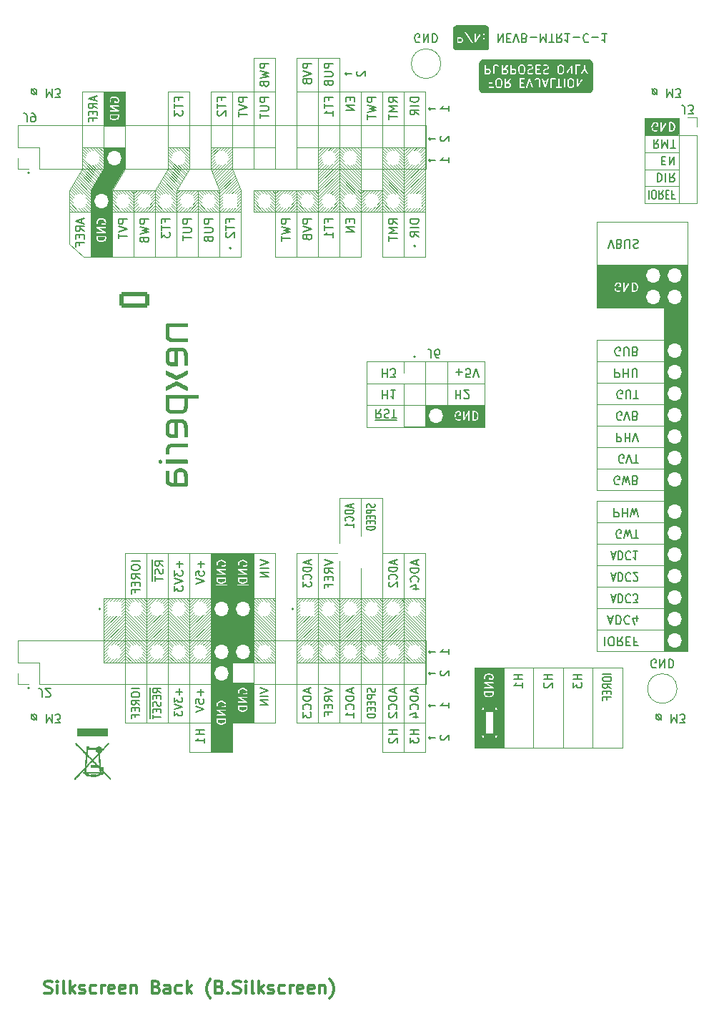
<source format=gbr>
G04 #@! TF.GenerationSoftware,KiCad,Pcbnew,9.0.3*
G04 #@! TF.CreationDate,2026-02-18T15:21:07+00:00*
G04 #@! TF.ProjectId,nevb_mtr1_c_1,6e657662-5f6d-4747-9231-5f635f312e6b,01*
G04 #@! TF.SameCoordinates,Original*
G04 #@! TF.FileFunction,Legend,Bot*
G04 #@! TF.FilePolarity,Positive*
%FSLAX46Y46*%
G04 Gerber Fmt 4.6, Leading zero omitted, Abs format (unit mm)*
G04 Created by KiCad (PCBNEW 9.0.3) date 2026-02-18 15:21:07*
%MOMM*%
%LPD*%
G01*
G04 APERTURE LIST*
G04 Aperture macros list*
%AMRoundRect*
0 Rectangle with rounded corners*
0 $1 Rounding radius*
0 $2 $3 $4 $5 $6 $7 $8 $9 X,Y pos of 4 corners*
0 Add a 4 corners polygon primitive as box body*
4,1,4,$2,$3,$4,$5,$6,$7,$8,$9,$2,$3,0*
0 Add four circle primitives for the rounded corners*
1,1,$1+$1,$2,$3*
1,1,$1+$1,$4,$5*
1,1,$1+$1,$6,$7*
1,1,$1+$1,$8,$9*
0 Add four rect primitives between the rounded corners*
20,1,$1+$1,$2,$3,$4,$5,0*
20,1,$1+$1,$4,$5,$6,$7,0*
20,1,$1+$1,$6,$7,$8,$9,0*
20,1,$1+$1,$8,$9,$2,$3,0*%
G04 Aperture macros list end*
%ADD10C,0.120000*%
%ADD11C,0.150000*%
%ADD12C,0.300000*%
%ADD13C,0.100000*%
%ADD14C,0.200000*%
%ADD15C,0.000000*%
%ADD16C,0.010000*%
%ADD17C,1.676400*%
%ADD18C,5.700000*%
%ADD19R,1.700000X1.700000*%
%ADD20O,1.700000X1.700000*%
%ADD21RoundRect,0.250000X-1.550000X0.650000X-1.550000X-0.650000X1.550000X-0.650000X1.550000X0.650000X0*%
%ADD22O,3.600000X1.800000*%
%ADD23C,3.000000*%
%ADD24RoundRect,0.250000X-0.650000X-1.550000X0.650000X-1.550000X0.650000X1.550000X-0.650000X1.550000X0*%
%ADD25O,1.800000X3.600000*%
%ADD26C,4.000000*%
%ADD27C,1.800000*%
%ADD28R,1.350000X1.350000*%
%ADD29O,1.350000X1.350000*%
G04 APERTURE END LIST*
D10*
X126319000Y-85036000D02*
X137104000Y-85036000D01*
X137104000Y-87576000D01*
X126319000Y-87576000D01*
X126319000Y-85036000D01*
X118854000Y-113672000D02*
X122354000Y-113672000D01*
X122354000Y-123114000D01*
X118854000Y-123114000D01*
X118854000Y-113672000D01*
X126319000Y-74876000D02*
X137104000Y-74876000D01*
X137104000Y-77416000D01*
X126319000Y-77416000D01*
X126319000Y-74876000D01*
X126319000Y-101546000D02*
X137104000Y-101546000D01*
X137104000Y-104086000D01*
X126319000Y-104086000D01*
X126319000Y-101546000D01*
X126319000Y-96466000D02*
X137104000Y-96466000D01*
X137104000Y-99006000D01*
X126319000Y-99006000D01*
X126319000Y-96466000D01*
X132025580Y-56674000D02*
X136044000Y-56674000D01*
X136044000Y-58674000D01*
X132025580Y-58674000D01*
X132025580Y-56674000D01*
X122354000Y-113672000D02*
X125854000Y-113672000D01*
X125854000Y-123114000D01*
X122354000Y-123114000D01*
X122354000Y-113672000D01*
X126319000Y-79956000D02*
X137104000Y-79956000D01*
X137104000Y-82496000D01*
X126319000Y-82496000D01*
X126319000Y-79956000D01*
X125854000Y-113672000D02*
X129354000Y-113672000D01*
X129354000Y-123114000D01*
X125854000Y-123114000D01*
X125854000Y-113672000D01*
X126319000Y-99006000D02*
X137104000Y-99006000D01*
X137104000Y-101546000D01*
X126319000Y-101546000D01*
X126319000Y-99006000D01*
X115354000Y-113672000D02*
X118854000Y-113672000D01*
X118854000Y-123114000D01*
X115354000Y-123114000D01*
X115354000Y-113672000D01*
X126319000Y-77416000D02*
X137104000Y-77416000D01*
X137104000Y-79956000D01*
X126319000Y-79956000D01*
X126319000Y-77416000D01*
X126319000Y-106626000D02*
X137104000Y-106626000D01*
X137104000Y-109166000D01*
X126319000Y-109166000D01*
X126319000Y-106626000D01*
X132025580Y-54674000D02*
X136044000Y-54674000D01*
X136044000Y-56674000D01*
X132025580Y-56674000D01*
X132025580Y-54674000D01*
X126319000Y-109166000D02*
X137104000Y-109166000D01*
X137104000Y-111706000D01*
X126319000Y-111706000D01*
X126319000Y-109166000D01*
X126319000Y-90116000D02*
X137104000Y-90116000D01*
X137104000Y-92656000D01*
X126319000Y-92656000D01*
X126319000Y-90116000D01*
X132025580Y-48614000D02*
X136044000Y-48614000D01*
X136044000Y-50614000D01*
X132025580Y-50614000D01*
X132025580Y-48614000D01*
X126319000Y-65986000D02*
X137104000Y-65986000D01*
X137104000Y-71066000D01*
X126319000Y-71066000D01*
X126319000Y-65986000D01*
X126319000Y-82496000D02*
X137104000Y-82496000D01*
X137104000Y-85036000D01*
X126319000Y-85036000D01*
X126319000Y-82496000D01*
X126319000Y-104086000D02*
X137104000Y-104086000D01*
X137104000Y-106626000D01*
X126319000Y-106626000D01*
X126319000Y-104086000D01*
X132025580Y-52674000D02*
X136044000Y-52674000D01*
X136044000Y-54674000D01*
X132025580Y-54674000D01*
X132025580Y-52674000D01*
X132025580Y-50614000D02*
X136044000Y-50614000D01*
X136044000Y-52674000D01*
X132025580Y-52674000D01*
X132025580Y-50614000D01*
X111854000Y-113672000D02*
X115354000Y-113672000D01*
X115354000Y-123114000D01*
X111854000Y-123114000D01*
X111854000Y-113672000D01*
X126319000Y-87576000D02*
X137104000Y-87576000D01*
X137104000Y-90116000D01*
X126319000Y-90116000D01*
X126319000Y-87576000D01*
X126319000Y-93926000D02*
X137104000Y-93926000D01*
X137104000Y-96466000D01*
X126319000Y-96466000D01*
X126319000Y-93926000D01*
X126319000Y-60906000D02*
X137104000Y-60906000D01*
X137104000Y-65986000D01*
X126319000Y-65986000D01*
X126319000Y-60906000D01*
D11*
X128501173Y-78285180D02*
X128501173Y-79285180D01*
X128501173Y-79285180D02*
X128882125Y-79285180D01*
X128882125Y-79285180D02*
X128977363Y-79237561D01*
X128977363Y-79237561D02*
X129024982Y-79189942D01*
X129024982Y-79189942D02*
X129072601Y-79094704D01*
X129072601Y-79094704D02*
X129072601Y-78951847D01*
X129072601Y-78951847D02*
X129024982Y-78856609D01*
X129024982Y-78856609D02*
X128977363Y-78808990D01*
X128977363Y-78808990D02*
X128882125Y-78761371D01*
X128882125Y-78761371D02*
X128501173Y-78761371D01*
X129501173Y-78285180D02*
X129501173Y-79285180D01*
X129501173Y-78808990D02*
X130072601Y-78808990D01*
X130072601Y-78285180D02*
X130072601Y-79285180D01*
X130548792Y-79285180D02*
X130548792Y-78475657D01*
X130548792Y-78475657D02*
X130596411Y-78380419D01*
X130596411Y-78380419D02*
X130644030Y-78332800D01*
X130644030Y-78332800D02*
X130739268Y-78285180D01*
X130739268Y-78285180D02*
X130929744Y-78285180D01*
X130929744Y-78285180D02*
X131024982Y-78332800D01*
X131024982Y-78332800D02*
X131072601Y-78380419D01*
X131072601Y-78380419D02*
X131120220Y-78475657D01*
X131120220Y-78475657D02*
X131120220Y-79285180D01*
X128101172Y-100160895D02*
X128529744Y-100160895D01*
X128015458Y-99875180D02*
X128315458Y-100875180D01*
X128315458Y-100875180D02*
X128615458Y-99875180D01*
X128915458Y-99875180D02*
X128915458Y-100875180D01*
X128915458Y-100875180D02*
X129129744Y-100875180D01*
X129129744Y-100875180D02*
X129258315Y-100827561D01*
X129258315Y-100827561D02*
X129344030Y-100732323D01*
X129344030Y-100732323D02*
X129386887Y-100637085D01*
X129386887Y-100637085D02*
X129429744Y-100446609D01*
X129429744Y-100446609D02*
X129429744Y-100303752D01*
X129429744Y-100303752D02*
X129386887Y-100113276D01*
X129386887Y-100113276D02*
X129344030Y-100018038D01*
X129344030Y-100018038D02*
X129258315Y-99922800D01*
X129258315Y-99922800D02*
X129129744Y-99875180D01*
X129129744Y-99875180D02*
X128915458Y-99875180D01*
X130329744Y-99970419D02*
X130286887Y-99922800D01*
X130286887Y-99922800D02*
X130158315Y-99875180D01*
X130158315Y-99875180D02*
X130072601Y-99875180D01*
X130072601Y-99875180D02*
X129944030Y-99922800D01*
X129944030Y-99922800D02*
X129858315Y-100018038D01*
X129858315Y-100018038D02*
X129815458Y-100113276D01*
X129815458Y-100113276D02*
X129772601Y-100303752D01*
X129772601Y-100303752D02*
X129772601Y-100446609D01*
X129772601Y-100446609D02*
X129815458Y-100637085D01*
X129815458Y-100637085D02*
X129858315Y-100732323D01*
X129858315Y-100732323D02*
X129944030Y-100827561D01*
X129944030Y-100827561D02*
X130072601Y-100875180D01*
X130072601Y-100875180D02*
X130158315Y-100875180D01*
X130158315Y-100875180D02*
X130286887Y-100827561D01*
X130286887Y-100827561D02*
X130329744Y-100779942D01*
X131186887Y-99875180D02*
X130672601Y-99875180D01*
X130929744Y-99875180D02*
X130929744Y-100875180D01*
X130929744Y-100875180D02*
X130844030Y-100732323D01*
X130844030Y-100732323D02*
X130758315Y-100637085D01*
X130758315Y-100637085D02*
X130672601Y-100589466D01*
X133660077Y-51159180D02*
X133326744Y-51635371D01*
X133088649Y-51159180D02*
X133088649Y-52159180D01*
X133088649Y-52159180D02*
X133469601Y-52159180D01*
X133469601Y-52159180D02*
X133564839Y-52111561D01*
X133564839Y-52111561D02*
X133612458Y-52063942D01*
X133612458Y-52063942D02*
X133660077Y-51968704D01*
X133660077Y-51968704D02*
X133660077Y-51825847D01*
X133660077Y-51825847D02*
X133612458Y-51730609D01*
X133612458Y-51730609D02*
X133564839Y-51682990D01*
X133564839Y-51682990D02*
X133469601Y-51635371D01*
X133469601Y-51635371D02*
X133088649Y-51635371D01*
X134088649Y-51159180D02*
X134088649Y-52159180D01*
X134088649Y-52159180D02*
X134421982Y-51444895D01*
X134421982Y-51444895D02*
X134755315Y-52159180D01*
X134755315Y-52159180D02*
X134755315Y-51159180D01*
X135088649Y-52159180D02*
X135660077Y-52159180D01*
X135374363Y-51159180D02*
X135374363Y-52159180D01*
X124558819Y-114450779D02*
X123558819Y-114450779D01*
X124035009Y-114450779D02*
X124035009Y-115022207D01*
X124558819Y-115022207D02*
X123558819Y-115022207D01*
X123558819Y-115403160D02*
X123558819Y-116022207D01*
X123558819Y-116022207D02*
X123939771Y-115688874D01*
X123939771Y-115688874D02*
X123939771Y-115831731D01*
X123939771Y-115831731D02*
X123987390Y-115926969D01*
X123987390Y-115926969D02*
X124035009Y-115974588D01*
X124035009Y-115974588D02*
X124130247Y-116022207D01*
X124130247Y-116022207D02*
X124368342Y-116022207D01*
X124368342Y-116022207D02*
X124463580Y-115974588D01*
X124463580Y-115974588D02*
X124511200Y-115926969D01*
X124511200Y-115926969D02*
X124558819Y-115831731D01*
X124558819Y-115831731D02*
X124558819Y-115546017D01*
X124558819Y-115546017D02*
X124511200Y-115450779D01*
X124511200Y-115450779D02*
X124463580Y-115403160D01*
X133484952Y-45825847D02*
X132865905Y-45159180D01*
X133104000Y-45159180D02*
X133008762Y-45206800D01*
X133008762Y-45206800D02*
X132961143Y-45254419D01*
X132961143Y-45254419D02*
X132913524Y-45349657D01*
X132913524Y-45349657D02*
X132913524Y-45635371D01*
X132913524Y-45635371D02*
X132961143Y-45730609D01*
X132961143Y-45730609D02*
X133008762Y-45778228D01*
X133008762Y-45778228D02*
X133104000Y-45825847D01*
X133104000Y-45825847D02*
X133246857Y-45825847D01*
X133246857Y-45825847D02*
X133342095Y-45778228D01*
X133342095Y-45778228D02*
X133389714Y-45730609D01*
X133389714Y-45730609D02*
X133437333Y-45635371D01*
X133437333Y-45635371D02*
X133437333Y-45349657D01*
X133437333Y-45349657D02*
X133389714Y-45254419D01*
X133389714Y-45254419D02*
X133342095Y-45206800D01*
X133342095Y-45206800D02*
X133246857Y-45159180D01*
X133246857Y-45159180D02*
X133104000Y-45159180D01*
X134627810Y-45159180D02*
X134627810Y-46159180D01*
X134627810Y-46159180D02*
X134961143Y-45444895D01*
X134961143Y-45444895D02*
X135294476Y-46159180D01*
X135294476Y-46159180D02*
X135294476Y-45159180D01*
X135675429Y-46159180D02*
X136294476Y-46159180D01*
X136294476Y-46159180D02*
X135961143Y-45778228D01*
X135961143Y-45778228D02*
X136104000Y-45778228D01*
X136104000Y-45778228D02*
X136199238Y-45730609D01*
X136199238Y-45730609D02*
X136246857Y-45682990D01*
X136246857Y-45682990D02*
X136294476Y-45587752D01*
X136294476Y-45587752D02*
X136294476Y-45349657D01*
X136294476Y-45349657D02*
X136246857Y-45254419D01*
X136246857Y-45254419D02*
X136199238Y-45206800D01*
X136199238Y-45206800D02*
X136104000Y-45159180D01*
X136104000Y-45159180D02*
X135818286Y-45159180D01*
X135818286Y-45159180D02*
X135723048Y-45206800D01*
X135723048Y-45206800D02*
X135675429Y-45254419D01*
X128101172Y-102700895D02*
X128529744Y-102700895D01*
X128015458Y-102415180D02*
X128315458Y-103415180D01*
X128315458Y-103415180D02*
X128615458Y-102415180D01*
X128915458Y-102415180D02*
X128915458Y-103415180D01*
X128915458Y-103415180D02*
X129129744Y-103415180D01*
X129129744Y-103415180D02*
X129258315Y-103367561D01*
X129258315Y-103367561D02*
X129344030Y-103272323D01*
X129344030Y-103272323D02*
X129386887Y-103177085D01*
X129386887Y-103177085D02*
X129429744Y-102986609D01*
X129429744Y-102986609D02*
X129429744Y-102843752D01*
X129429744Y-102843752D02*
X129386887Y-102653276D01*
X129386887Y-102653276D02*
X129344030Y-102558038D01*
X129344030Y-102558038D02*
X129258315Y-102462800D01*
X129258315Y-102462800D02*
X129129744Y-102415180D01*
X129129744Y-102415180D02*
X128915458Y-102415180D01*
X130329744Y-102510419D02*
X130286887Y-102462800D01*
X130286887Y-102462800D02*
X130158315Y-102415180D01*
X130158315Y-102415180D02*
X130072601Y-102415180D01*
X130072601Y-102415180D02*
X129944030Y-102462800D01*
X129944030Y-102462800D02*
X129858315Y-102558038D01*
X129858315Y-102558038D02*
X129815458Y-102653276D01*
X129815458Y-102653276D02*
X129772601Y-102843752D01*
X129772601Y-102843752D02*
X129772601Y-102986609D01*
X129772601Y-102986609D02*
X129815458Y-103177085D01*
X129815458Y-103177085D02*
X129858315Y-103272323D01*
X129858315Y-103272323D02*
X129944030Y-103367561D01*
X129944030Y-103367561D02*
X130072601Y-103415180D01*
X130072601Y-103415180D02*
X130158315Y-103415180D01*
X130158315Y-103415180D02*
X130286887Y-103367561D01*
X130286887Y-103367561D02*
X130329744Y-103319942D01*
X130672601Y-103319942D02*
X130715458Y-103367561D01*
X130715458Y-103367561D02*
X130801173Y-103415180D01*
X130801173Y-103415180D02*
X131015458Y-103415180D01*
X131015458Y-103415180D02*
X131101173Y-103367561D01*
X131101173Y-103367561D02*
X131144030Y-103319942D01*
X131144030Y-103319942D02*
X131186887Y-103224704D01*
X131186887Y-103224704D02*
X131186887Y-103129466D01*
X131186887Y-103129466D02*
X131144030Y-102986609D01*
X131144030Y-102986609D02*
X130629744Y-102415180D01*
X130629744Y-102415180D02*
X131186887Y-102415180D01*
X128058819Y-114403160D02*
X127058819Y-114403160D01*
X127058819Y-114936493D02*
X127058819Y-115088874D01*
X127058819Y-115088874D02*
X127106438Y-115165064D01*
X127106438Y-115165064D02*
X127201676Y-115241255D01*
X127201676Y-115241255D02*
X127392152Y-115279350D01*
X127392152Y-115279350D02*
X127725485Y-115279350D01*
X127725485Y-115279350D02*
X127915961Y-115241255D01*
X127915961Y-115241255D02*
X128011200Y-115165064D01*
X128011200Y-115165064D02*
X128058819Y-115088874D01*
X128058819Y-115088874D02*
X128058819Y-114936493D01*
X128058819Y-114936493D02*
X128011200Y-114860302D01*
X128011200Y-114860302D02*
X127915961Y-114784112D01*
X127915961Y-114784112D02*
X127725485Y-114746016D01*
X127725485Y-114746016D02*
X127392152Y-114746016D01*
X127392152Y-114746016D02*
X127201676Y-114784112D01*
X127201676Y-114784112D02*
X127106438Y-114860302D01*
X127106438Y-114860302D02*
X127058819Y-114936493D01*
X128058819Y-116079350D02*
X127582628Y-115812683D01*
X128058819Y-115622207D02*
X127058819Y-115622207D01*
X127058819Y-115622207D02*
X127058819Y-115926969D01*
X127058819Y-115926969D02*
X127106438Y-116003159D01*
X127106438Y-116003159D02*
X127154057Y-116041254D01*
X127154057Y-116041254D02*
X127249295Y-116079350D01*
X127249295Y-116079350D02*
X127392152Y-116079350D01*
X127392152Y-116079350D02*
X127487390Y-116041254D01*
X127487390Y-116041254D02*
X127535009Y-116003159D01*
X127535009Y-116003159D02*
X127582628Y-115926969D01*
X127582628Y-115926969D02*
X127582628Y-115622207D01*
X127535009Y-116422207D02*
X127535009Y-116688873D01*
X128058819Y-116803159D02*
X128058819Y-116422207D01*
X128058819Y-116422207D02*
X127058819Y-116422207D01*
X127058819Y-116422207D02*
X127058819Y-116803159D01*
X127535009Y-117412683D02*
X127535009Y-117146017D01*
X128058819Y-117146017D02*
X127058819Y-117146017D01*
X127058819Y-117146017D02*
X127058819Y-117526969D01*
X128101172Y-105240895D02*
X128529744Y-105240895D01*
X128015458Y-104955180D02*
X128315458Y-105955180D01*
X128315458Y-105955180D02*
X128615458Y-104955180D01*
X128915458Y-104955180D02*
X128915458Y-105955180D01*
X128915458Y-105955180D02*
X129129744Y-105955180D01*
X129129744Y-105955180D02*
X129258315Y-105907561D01*
X129258315Y-105907561D02*
X129344030Y-105812323D01*
X129344030Y-105812323D02*
X129386887Y-105717085D01*
X129386887Y-105717085D02*
X129429744Y-105526609D01*
X129429744Y-105526609D02*
X129429744Y-105383752D01*
X129429744Y-105383752D02*
X129386887Y-105193276D01*
X129386887Y-105193276D02*
X129344030Y-105098038D01*
X129344030Y-105098038D02*
X129258315Y-105002800D01*
X129258315Y-105002800D02*
X129129744Y-104955180D01*
X129129744Y-104955180D02*
X128915458Y-104955180D01*
X130329744Y-105050419D02*
X130286887Y-105002800D01*
X130286887Y-105002800D02*
X130158315Y-104955180D01*
X130158315Y-104955180D02*
X130072601Y-104955180D01*
X130072601Y-104955180D02*
X129944030Y-105002800D01*
X129944030Y-105002800D02*
X129858315Y-105098038D01*
X129858315Y-105098038D02*
X129815458Y-105193276D01*
X129815458Y-105193276D02*
X129772601Y-105383752D01*
X129772601Y-105383752D02*
X129772601Y-105526609D01*
X129772601Y-105526609D02*
X129815458Y-105717085D01*
X129815458Y-105717085D02*
X129858315Y-105812323D01*
X129858315Y-105812323D02*
X129944030Y-105907561D01*
X129944030Y-105907561D02*
X130072601Y-105955180D01*
X130072601Y-105955180D02*
X130158315Y-105955180D01*
X130158315Y-105955180D02*
X130286887Y-105907561D01*
X130286887Y-105907561D02*
X130329744Y-105859942D01*
X130629744Y-105955180D02*
X131186887Y-105955180D01*
X131186887Y-105955180D02*
X130886887Y-105574228D01*
X130886887Y-105574228D02*
X131015458Y-105574228D01*
X131015458Y-105574228D02*
X131101173Y-105526609D01*
X131101173Y-105526609D02*
X131144030Y-105478990D01*
X131144030Y-105478990D02*
X131186887Y-105383752D01*
X131186887Y-105383752D02*
X131186887Y-105145657D01*
X131186887Y-105145657D02*
X131144030Y-105050419D01*
X131144030Y-105050419D02*
X131101173Y-105002800D01*
X131101173Y-105002800D02*
X131015458Y-104955180D01*
X131015458Y-104955180D02*
X130758315Y-104955180D01*
X130758315Y-104955180D02*
X130672601Y-105002800D01*
X130672601Y-105002800D02*
X130629744Y-105050419D01*
X128405935Y-94795180D02*
X128405935Y-95795180D01*
X128405935Y-95795180D02*
X128786887Y-95795180D01*
X128786887Y-95795180D02*
X128882125Y-95747561D01*
X128882125Y-95747561D02*
X128929744Y-95699942D01*
X128929744Y-95699942D02*
X128977363Y-95604704D01*
X128977363Y-95604704D02*
X128977363Y-95461847D01*
X128977363Y-95461847D02*
X128929744Y-95366609D01*
X128929744Y-95366609D02*
X128882125Y-95318990D01*
X128882125Y-95318990D02*
X128786887Y-95271371D01*
X128786887Y-95271371D02*
X128405935Y-95271371D01*
X129405935Y-94795180D02*
X129405935Y-95795180D01*
X129405935Y-95318990D02*
X129977363Y-95318990D01*
X129977363Y-94795180D02*
X129977363Y-95795180D01*
X130358316Y-95795180D02*
X130596411Y-94795180D01*
X130596411Y-94795180D02*
X130786887Y-95509466D01*
X130786887Y-95509466D02*
X130977363Y-94795180D01*
X130977363Y-94795180D02*
X131215459Y-95795180D01*
X127310697Y-110035180D02*
X127310697Y-111035180D01*
X127977363Y-111035180D02*
X128167839Y-111035180D01*
X128167839Y-111035180D02*
X128263077Y-110987561D01*
X128263077Y-110987561D02*
X128358315Y-110892323D01*
X128358315Y-110892323D02*
X128405934Y-110701847D01*
X128405934Y-110701847D02*
X128405934Y-110368514D01*
X128405934Y-110368514D02*
X128358315Y-110178038D01*
X128358315Y-110178038D02*
X128263077Y-110082800D01*
X128263077Y-110082800D02*
X128167839Y-110035180D01*
X128167839Y-110035180D02*
X127977363Y-110035180D01*
X127977363Y-110035180D02*
X127882125Y-110082800D01*
X127882125Y-110082800D02*
X127786887Y-110178038D01*
X127786887Y-110178038D02*
X127739268Y-110368514D01*
X127739268Y-110368514D02*
X127739268Y-110701847D01*
X127739268Y-110701847D02*
X127786887Y-110892323D01*
X127786887Y-110892323D02*
X127882125Y-110987561D01*
X127882125Y-110987561D02*
X127977363Y-111035180D01*
X129405934Y-110035180D02*
X129072601Y-110511371D01*
X128834506Y-110035180D02*
X128834506Y-111035180D01*
X128834506Y-111035180D02*
X129215458Y-111035180D01*
X129215458Y-111035180D02*
X129310696Y-110987561D01*
X129310696Y-110987561D02*
X129358315Y-110939942D01*
X129358315Y-110939942D02*
X129405934Y-110844704D01*
X129405934Y-110844704D02*
X129405934Y-110701847D01*
X129405934Y-110701847D02*
X129358315Y-110606609D01*
X129358315Y-110606609D02*
X129310696Y-110558990D01*
X129310696Y-110558990D02*
X129215458Y-110511371D01*
X129215458Y-110511371D02*
X128834506Y-110511371D01*
X129834506Y-110558990D02*
X130167839Y-110558990D01*
X130310696Y-110035180D02*
X129834506Y-110035180D01*
X129834506Y-110035180D02*
X129834506Y-111035180D01*
X129834506Y-111035180D02*
X130310696Y-111035180D01*
X131072601Y-110558990D02*
X130739268Y-110558990D01*
X130739268Y-110035180D02*
X130739268Y-111035180D01*
X130739268Y-111035180D02*
X131215458Y-111035180D01*
X129263077Y-84317561D02*
X129167839Y-84365180D01*
X129167839Y-84365180D02*
X129024982Y-84365180D01*
X129024982Y-84365180D02*
X128882125Y-84317561D01*
X128882125Y-84317561D02*
X128786887Y-84222323D01*
X128786887Y-84222323D02*
X128739268Y-84127085D01*
X128739268Y-84127085D02*
X128691649Y-83936609D01*
X128691649Y-83936609D02*
X128691649Y-83793752D01*
X128691649Y-83793752D02*
X128739268Y-83603276D01*
X128739268Y-83603276D02*
X128786887Y-83508038D01*
X128786887Y-83508038D02*
X128882125Y-83412800D01*
X128882125Y-83412800D02*
X129024982Y-83365180D01*
X129024982Y-83365180D02*
X129120220Y-83365180D01*
X129120220Y-83365180D02*
X129263077Y-83412800D01*
X129263077Y-83412800D02*
X129310696Y-83460419D01*
X129310696Y-83460419D02*
X129310696Y-83793752D01*
X129310696Y-83793752D02*
X129120220Y-83793752D01*
X129596411Y-84365180D02*
X129929744Y-83365180D01*
X129929744Y-83365180D02*
X130263077Y-84365180D01*
X130929744Y-83888990D02*
X131072601Y-83841371D01*
X131072601Y-83841371D02*
X131120220Y-83793752D01*
X131120220Y-83793752D02*
X131167839Y-83698514D01*
X131167839Y-83698514D02*
X131167839Y-83555657D01*
X131167839Y-83555657D02*
X131120220Y-83460419D01*
X131120220Y-83460419D02*
X131072601Y-83412800D01*
X131072601Y-83412800D02*
X130977363Y-83365180D01*
X130977363Y-83365180D02*
X130596411Y-83365180D01*
X130596411Y-83365180D02*
X130596411Y-84365180D01*
X130596411Y-84365180D02*
X130929744Y-84365180D01*
X130929744Y-84365180D02*
X131024982Y-84317561D01*
X131024982Y-84317561D02*
X131072601Y-84269942D01*
X131072601Y-84269942D02*
X131120220Y-84174704D01*
X131120220Y-84174704D02*
X131120220Y-84079466D01*
X131120220Y-84079466D02*
X131072601Y-83984228D01*
X131072601Y-83984228D02*
X131024982Y-83936609D01*
X131024982Y-83936609D02*
X130929744Y-83888990D01*
X130929744Y-83888990D02*
X130596411Y-83888990D01*
D12*
X60935082Y-152129400D02*
X61149368Y-152200828D01*
X61149368Y-152200828D02*
X61506510Y-152200828D01*
X61506510Y-152200828D02*
X61649368Y-152129400D01*
X61649368Y-152129400D02*
X61720796Y-152057971D01*
X61720796Y-152057971D02*
X61792225Y-151915114D01*
X61792225Y-151915114D02*
X61792225Y-151772257D01*
X61792225Y-151772257D02*
X61720796Y-151629400D01*
X61720796Y-151629400D02*
X61649368Y-151557971D01*
X61649368Y-151557971D02*
X61506510Y-151486542D01*
X61506510Y-151486542D02*
X61220796Y-151415114D01*
X61220796Y-151415114D02*
X61077939Y-151343685D01*
X61077939Y-151343685D02*
X61006510Y-151272257D01*
X61006510Y-151272257D02*
X60935082Y-151129400D01*
X60935082Y-151129400D02*
X60935082Y-150986542D01*
X60935082Y-150986542D02*
X61006510Y-150843685D01*
X61006510Y-150843685D02*
X61077939Y-150772257D01*
X61077939Y-150772257D02*
X61220796Y-150700828D01*
X61220796Y-150700828D02*
X61577939Y-150700828D01*
X61577939Y-150700828D02*
X61792225Y-150772257D01*
X62435081Y-152200828D02*
X62435081Y-151200828D01*
X62435081Y-150700828D02*
X62363653Y-150772257D01*
X62363653Y-150772257D02*
X62435081Y-150843685D01*
X62435081Y-150843685D02*
X62506510Y-150772257D01*
X62506510Y-150772257D02*
X62435081Y-150700828D01*
X62435081Y-150700828D02*
X62435081Y-150843685D01*
X63363653Y-152200828D02*
X63220796Y-152129400D01*
X63220796Y-152129400D02*
X63149367Y-151986542D01*
X63149367Y-151986542D02*
X63149367Y-150700828D01*
X63935081Y-152200828D02*
X63935081Y-150700828D01*
X64077939Y-151629400D02*
X64506510Y-152200828D01*
X64506510Y-151200828D02*
X63935081Y-151772257D01*
X65077939Y-152129400D02*
X65220796Y-152200828D01*
X65220796Y-152200828D02*
X65506510Y-152200828D01*
X65506510Y-152200828D02*
X65649367Y-152129400D01*
X65649367Y-152129400D02*
X65720796Y-151986542D01*
X65720796Y-151986542D02*
X65720796Y-151915114D01*
X65720796Y-151915114D02*
X65649367Y-151772257D01*
X65649367Y-151772257D02*
X65506510Y-151700828D01*
X65506510Y-151700828D02*
X65292225Y-151700828D01*
X65292225Y-151700828D02*
X65149367Y-151629400D01*
X65149367Y-151629400D02*
X65077939Y-151486542D01*
X65077939Y-151486542D02*
X65077939Y-151415114D01*
X65077939Y-151415114D02*
X65149367Y-151272257D01*
X65149367Y-151272257D02*
X65292225Y-151200828D01*
X65292225Y-151200828D02*
X65506510Y-151200828D01*
X65506510Y-151200828D02*
X65649367Y-151272257D01*
X67006511Y-152129400D02*
X66863653Y-152200828D01*
X66863653Y-152200828D02*
X66577939Y-152200828D01*
X66577939Y-152200828D02*
X66435082Y-152129400D01*
X66435082Y-152129400D02*
X66363653Y-152057971D01*
X66363653Y-152057971D02*
X66292225Y-151915114D01*
X66292225Y-151915114D02*
X66292225Y-151486542D01*
X66292225Y-151486542D02*
X66363653Y-151343685D01*
X66363653Y-151343685D02*
X66435082Y-151272257D01*
X66435082Y-151272257D02*
X66577939Y-151200828D01*
X66577939Y-151200828D02*
X66863653Y-151200828D01*
X66863653Y-151200828D02*
X67006511Y-151272257D01*
X67649367Y-152200828D02*
X67649367Y-151200828D01*
X67649367Y-151486542D02*
X67720796Y-151343685D01*
X67720796Y-151343685D02*
X67792225Y-151272257D01*
X67792225Y-151272257D02*
X67935082Y-151200828D01*
X67935082Y-151200828D02*
X68077939Y-151200828D01*
X69149367Y-152129400D02*
X69006510Y-152200828D01*
X69006510Y-152200828D02*
X68720796Y-152200828D01*
X68720796Y-152200828D02*
X68577938Y-152129400D01*
X68577938Y-152129400D02*
X68506510Y-151986542D01*
X68506510Y-151986542D02*
X68506510Y-151415114D01*
X68506510Y-151415114D02*
X68577938Y-151272257D01*
X68577938Y-151272257D02*
X68720796Y-151200828D01*
X68720796Y-151200828D02*
X69006510Y-151200828D01*
X69006510Y-151200828D02*
X69149367Y-151272257D01*
X69149367Y-151272257D02*
X69220796Y-151415114D01*
X69220796Y-151415114D02*
X69220796Y-151557971D01*
X69220796Y-151557971D02*
X68506510Y-151700828D01*
X70435081Y-152129400D02*
X70292224Y-152200828D01*
X70292224Y-152200828D02*
X70006510Y-152200828D01*
X70006510Y-152200828D02*
X69863652Y-152129400D01*
X69863652Y-152129400D02*
X69792224Y-151986542D01*
X69792224Y-151986542D02*
X69792224Y-151415114D01*
X69792224Y-151415114D02*
X69863652Y-151272257D01*
X69863652Y-151272257D02*
X70006510Y-151200828D01*
X70006510Y-151200828D02*
X70292224Y-151200828D01*
X70292224Y-151200828D02*
X70435081Y-151272257D01*
X70435081Y-151272257D02*
X70506510Y-151415114D01*
X70506510Y-151415114D02*
X70506510Y-151557971D01*
X70506510Y-151557971D02*
X69792224Y-151700828D01*
X71149366Y-151200828D02*
X71149366Y-152200828D01*
X71149366Y-151343685D02*
X71220795Y-151272257D01*
X71220795Y-151272257D02*
X71363652Y-151200828D01*
X71363652Y-151200828D02*
X71577938Y-151200828D01*
X71577938Y-151200828D02*
X71720795Y-151272257D01*
X71720795Y-151272257D02*
X71792224Y-151415114D01*
X71792224Y-151415114D02*
X71792224Y-152200828D01*
X74149366Y-151415114D02*
X74363652Y-151486542D01*
X74363652Y-151486542D02*
X74435081Y-151557971D01*
X74435081Y-151557971D02*
X74506509Y-151700828D01*
X74506509Y-151700828D02*
X74506509Y-151915114D01*
X74506509Y-151915114D02*
X74435081Y-152057971D01*
X74435081Y-152057971D02*
X74363652Y-152129400D01*
X74363652Y-152129400D02*
X74220795Y-152200828D01*
X74220795Y-152200828D02*
X73649366Y-152200828D01*
X73649366Y-152200828D02*
X73649366Y-150700828D01*
X73649366Y-150700828D02*
X74149366Y-150700828D01*
X74149366Y-150700828D02*
X74292224Y-150772257D01*
X74292224Y-150772257D02*
X74363652Y-150843685D01*
X74363652Y-150843685D02*
X74435081Y-150986542D01*
X74435081Y-150986542D02*
X74435081Y-151129400D01*
X74435081Y-151129400D02*
X74363652Y-151272257D01*
X74363652Y-151272257D02*
X74292224Y-151343685D01*
X74292224Y-151343685D02*
X74149366Y-151415114D01*
X74149366Y-151415114D02*
X73649366Y-151415114D01*
X75792224Y-152200828D02*
X75792224Y-151415114D01*
X75792224Y-151415114D02*
X75720795Y-151272257D01*
X75720795Y-151272257D02*
X75577938Y-151200828D01*
X75577938Y-151200828D02*
X75292224Y-151200828D01*
X75292224Y-151200828D02*
X75149366Y-151272257D01*
X75792224Y-152129400D02*
X75649366Y-152200828D01*
X75649366Y-152200828D02*
X75292224Y-152200828D01*
X75292224Y-152200828D02*
X75149366Y-152129400D01*
X75149366Y-152129400D02*
X75077938Y-151986542D01*
X75077938Y-151986542D02*
X75077938Y-151843685D01*
X75077938Y-151843685D02*
X75149366Y-151700828D01*
X75149366Y-151700828D02*
X75292224Y-151629400D01*
X75292224Y-151629400D02*
X75649366Y-151629400D01*
X75649366Y-151629400D02*
X75792224Y-151557971D01*
X77149367Y-152129400D02*
X77006509Y-152200828D01*
X77006509Y-152200828D02*
X76720795Y-152200828D01*
X76720795Y-152200828D02*
X76577938Y-152129400D01*
X76577938Y-152129400D02*
X76506509Y-152057971D01*
X76506509Y-152057971D02*
X76435081Y-151915114D01*
X76435081Y-151915114D02*
X76435081Y-151486542D01*
X76435081Y-151486542D02*
X76506509Y-151343685D01*
X76506509Y-151343685D02*
X76577938Y-151272257D01*
X76577938Y-151272257D02*
X76720795Y-151200828D01*
X76720795Y-151200828D02*
X77006509Y-151200828D01*
X77006509Y-151200828D02*
X77149367Y-151272257D01*
X77792223Y-152200828D02*
X77792223Y-150700828D01*
X77935081Y-151629400D02*
X78363652Y-152200828D01*
X78363652Y-151200828D02*
X77792223Y-151772257D01*
X80577938Y-152772257D02*
X80506509Y-152700828D01*
X80506509Y-152700828D02*
X80363652Y-152486542D01*
X80363652Y-152486542D02*
X80292224Y-152343685D01*
X80292224Y-152343685D02*
X80220795Y-152129400D01*
X80220795Y-152129400D02*
X80149366Y-151772257D01*
X80149366Y-151772257D02*
X80149366Y-151486542D01*
X80149366Y-151486542D02*
X80220795Y-151129400D01*
X80220795Y-151129400D02*
X80292224Y-150915114D01*
X80292224Y-150915114D02*
X80363652Y-150772257D01*
X80363652Y-150772257D02*
X80506509Y-150557971D01*
X80506509Y-150557971D02*
X80577938Y-150486542D01*
X81649366Y-151415114D02*
X81863652Y-151486542D01*
X81863652Y-151486542D02*
X81935081Y-151557971D01*
X81935081Y-151557971D02*
X82006509Y-151700828D01*
X82006509Y-151700828D02*
X82006509Y-151915114D01*
X82006509Y-151915114D02*
X81935081Y-152057971D01*
X81935081Y-152057971D02*
X81863652Y-152129400D01*
X81863652Y-152129400D02*
X81720795Y-152200828D01*
X81720795Y-152200828D02*
X81149366Y-152200828D01*
X81149366Y-152200828D02*
X81149366Y-150700828D01*
X81149366Y-150700828D02*
X81649366Y-150700828D01*
X81649366Y-150700828D02*
X81792224Y-150772257D01*
X81792224Y-150772257D02*
X81863652Y-150843685D01*
X81863652Y-150843685D02*
X81935081Y-150986542D01*
X81935081Y-150986542D02*
X81935081Y-151129400D01*
X81935081Y-151129400D02*
X81863652Y-151272257D01*
X81863652Y-151272257D02*
X81792224Y-151343685D01*
X81792224Y-151343685D02*
X81649366Y-151415114D01*
X81649366Y-151415114D02*
X81149366Y-151415114D01*
X82649366Y-152057971D02*
X82720795Y-152129400D01*
X82720795Y-152129400D02*
X82649366Y-152200828D01*
X82649366Y-152200828D02*
X82577938Y-152129400D01*
X82577938Y-152129400D02*
X82649366Y-152057971D01*
X82649366Y-152057971D02*
X82649366Y-152200828D01*
X83292224Y-152129400D02*
X83506510Y-152200828D01*
X83506510Y-152200828D02*
X83863652Y-152200828D01*
X83863652Y-152200828D02*
X84006510Y-152129400D01*
X84006510Y-152129400D02*
X84077938Y-152057971D01*
X84077938Y-152057971D02*
X84149367Y-151915114D01*
X84149367Y-151915114D02*
X84149367Y-151772257D01*
X84149367Y-151772257D02*
X84077938Y-151629400D01*
X84077938Y-151629400D02*
X84006510Y-151557971D01*
X84006510Y-151557971D02*
X83863652Y-151486542D01*
X83863652Y-151486542D02*
X83577938Y-151415114D01*
X83577938Y-151415114D02*
X83435081Y-151343685D01*
X83435081Y-151343685D02*
X83363652Y-151272257D01*
X83363652Y-151272257D02*
X83292224Y-151129400D01*
X83292224Y-151129400D02*
X83292224Y-150986542D01*
X83292224Y-150986542D02*
X83363652Y-150843685D01*
X83363652Y-150843685D02*
X83435081Y-150772257D01*
X83435081Y-150772257D02*
X83577938Y-150700828D01*
X83577938Y-150700828D02*
X83935081Y-150700828D01*
X83935081Y-150700828D02*
X84149367Y-150772257D01*
X84792223Y-152200828D02*
X84792223Y-151200828D01*
X84792223Y-150700828D02*
X84720795Y-150772257D01*
X84720795Y-150772257D02*
X84792223Y-150843685D01*
X84792223Y-150843685D02*
X84863652Y-150772257D01*
X84863652Y-150772257D02*
X84792223Y-150700828D01*
X84792223Y-150700828D02*
X84792223Y-150843685D01*
X85720795Y-152200828D02*
X85577938Y-152129400D01*
X85577938Y-152129400D02*
X85506509Y-151986542D01*
X85506509Y-151986542D02*
X85506509Y-150700828D01*
X86292223Y-152200828D02*
X86292223Y-150700828D01*
X86435081Y-151629400D02*
X86863652Y-152200828D01*
X86863652Y-151200828D02*
X86292223Y-151772257D01*
X87435081Y-152129400D02*
X87577938Y-152200828D01*
X87577938Y-152200828D02*
X87863652Y-152200828D01*
X87863652Y-152200828D02*
X88006509Y-152129400D01*
X88006509Y-152129400D02*
X88077938Y-151986542D01*
X88077938Y-151986542D02*
X88077938Y-151915114D01*
X88077938Y-151915114D02*
X88006509Y-151772257D01*
X88006509Y-151772257D02*
X87863652Y-151700828D01*
X87863652Y-151700828D02*
X87649367Y-151700828D01*
X87649367Y-151700828D02*
X87506509Y-151629400D01*
X87506509Y-151629400D02*
X87435081Y-151486542D01*
X87435081Y-151486542D02*
X87435081Y-151415114D01*
X87435081Y-151415114D02*
X87506509Y-151272257D01*
X87506509Y-151272257D02*
X87649367Y-151200828D01*
X87649367Y-151200828D02*
X87863652Y-151200828D01*
X87863652Y-151200828D02*
X88006509Y-151272257D01*
X89363653Y-152129400D02*
X89220795Y-152200828D01*
X89220795Y-152200828D02*
X88935081Y-152200828D01*
X88935081Y-152200828D02*
X88792224Y-152129400D01*
X88792224Y-152129400D02*
X88720795Y-152057971D01*
X88720795Y-152057971D02*
X88649367Y-151915114D01*
X88649367Y-151915114D02*
X88649367Y-151486542D01*
X88649367Y-151486542D02*
X88720795Y-151343685D01*
X88720795Y-151343685D02*
X88792224Y-151272257D01*
X88792224Y-151272257D02*
X88935081Y-151200828D01*
X88935081Y-151200828D02*
X89220795Y-151200828D01*
X89220795Y-151200828D02*
X89363653Y-151272257D01*
X90006509Y-152200828D02*
X90006509Y-151200828D01*
X90006509Y-151486542D02*
X90077938Y-151343685D01*
X90077938Y-151343685D02*
X90149367Y-151272257D01*
X90149367Y-151272257D02*
X90292224Y-151200828D01*
X90292224Y-151200828D02*
X90435081Y-151200828D01*
X91506509Y-152129400D02*
X91363652Y-152200828D01*
X91363652Y-152200828D02*
X91077938Y-152200828D01*
X91077938Y-152200828D02*
X90935080Y-152129400D01*
X90935080Y-152129400D02*
X90863652Y-151986542D01*
X90863652Y-151986542D02*
X90863652Y-151415114D01*
X90863652Y-151415114D02*
X90935080Y-151272257D01*
X90935080Y-151272257D02*
X91077938Y-151200828D01*
X91077938Y-151200828D02*
X91363652Y-151200828D01*
X91363652Y-151200828D02*
X91506509Y-151272257D01*
X91506509Y-151272257D02*
X91577938Y-151415114D01*
X91577938Y-151415114D02*
X91577938Y-151557971D01*
X91577938Y-151557971D02*
X90863652Y-151700828D01*
X92792223Y-152129400D02*
X92649366Y-152200828D01*
X92649366Y-152200828D02*
X92363652Y-152200828D01*
X92363652Y-152200828D02*
X92220794Y-152129400D01*
X92220794Y-152129400D02*
X92149366Y-151986542D01*
X92149366Y-151986542D02*
X92149366Y-151415114D01*
X92149366Y-151415114D02*
X92220794Y-151272257D01*
X92220794Y-151272257D02*
X92363652Y-151200828D01*
X92363652Y-151200828D02*
X92649366Y-151200828D01*
X92649366Y-151200828D02*
X92792223Y-151272257D01*
X92792223Y-151272257D02*
X92863652Y-151415114D01*
X92863652Y-151415114D02*
X92863652Y-151557971D01*
X92863652Y-151557971D02*
X92149366Y-151700828D01*
X93506508Y-151200828D02*
X93506508Y-152200828D01*
X93506508Y-151343685D02*
X93577937Y-151272257D01*
X93577937Y-151272257D02*
X93720794Y-151200828D01*
X93720794Y-151200828D02*
X93935080Y-151200828D01*
X93935080Y-151200828D02*
X94077937Y-151272257D01*
X94077937Y-151272257D02*
X94149366Y-151415114D01*
X94149366Y-151415114D02*
X94149366Y-152200828D01*
X94720794Y-152772257D02*
X94792223Y-152700828D01*
X94792223Y-152700828D02*
X94935080Y-152486542D01*
X94935080Y-152486542D02*
X95006509Y-152343685D01*
X95006509Y-152343685D02*
X95077937Y-152129400D01*
X95077937Y-152129400D02*
X95149366Y-151772257D01*
X95149366Y-151772257D02*
X95149366Y-151486542D01*
X95149366Y-151486542D02*
X95077937Y-151129400D01*
X95077937Y-151129400D02*
X95006509Y-150915114D01*
X95006509Y-150915114D02*
X94935080Y-150772257D01*
X94935080Y-150772257D02*
X94792223Y-150557971D01*
X94792223Y-150557971D02*
X94720794Y-150486542D01*
D11*
X133517221Y-55159180D02*
X133517221Y-56159180D01*
X133517221Y-56159180D02*
X133755316Y-56159180D01*
X133755316Y-56159180D02*
X133898173Y-56111561D01*
X133898173Y-56111561D02*
X133993411Y-56016323D01*
X133993411Y-56016323D02*
X134041030Y-55921085D01*
X134041030Y-55921085D02*
X134088649Y-55730609D01*
X134088649Y-55730609D02*
X134088649Y-55587752D01*
X134088649Y-55587752D02*
X134041030Y-55397276D01*
X134041030Y-55397276D02*
X133993411Y-55302038D01*
X133993411Y-55302038D02*
X133898173Y-55206800D01*
X133898173Y-55206800D02*
X133755316Y-55159180D01*
X133755316Y-55159180D02*
X133517221Y-55159180D01*
X134517221Y-55159180D02*
X134517221Y-56159180D01*
X135564839Y-55159180D02*
X135231506Y-55635371D01*
X134993411Y-55159180D02*
X134993411Y-56159180D01*
X134993411Y-56159180D02*
X135374363Y-56159180D01*
X135374363Y-56159180D02*
X135469601Y-56111561D01*
X135469601Y-56111561D02*
X135517220Y-56063942D01*
X135517220Y-56063942D02*
X135564839Y-55968704D01*
X135564839Y-55968704D02*
X135564839Y-55825847D01*
X135564839Y-55825847D02*
X135517220Y-55730609D01*
X135517220Y-55730609D02*
X135469601Y-55682990D01*
X135469601Y-55682990D02*
X135374363Y-55635371D01*
X135374363Y-55635371D02*
X134993411Y-55635371D01*
G36*
X135333848Y-49272351D02*
G01*
X135407962Y-49346465D01*
X135446455Y-49423452D01*
X135489839Y-49596986D01*
X135489839Y-49721375D01*
X135446455Y-49894909D01*
X135407962Y-49971896D01*
X135333849Y-50046008D01*
X135219336Y-50084180D01*
X135068411Y-50084180D01*
X135068411Y-49234180D01*
X135219335Y-49234180D01*
X135333848Y-49272351D01*
G37*
G36*
X135750950Y-50345291D02*
G01*
X132712062Y-50345291D01*
X132712062Y-49587752D01*
X132823173Y-49587752D01*
X132823173Y-49730609D01*
X132823424Y-49733162D01*
X132823262Y-49734255D01*
X132824071Y-49739728D01*
X132824614Y-49745241D01*
X132825036Y-49746262D01*
X132825412Y-49748799D01*
X132873031Y-49939275D01*
X132873416Y-49940354D01*
X132873455Y-49940894D01*
X132875782Y-49946975D01*
X132877978Y-49953121D01*
X132878300Y-49953556D01*
X132878710Y-49954626D01*
X132926329Y-50049864D01*
X132930293Y-50056163D01*
X132931051Y-50057991D01*
X132932739Y-50060047D01*
X132934161Y-50062307D01*
X132935659Y-50063606D01*
X132940378Y-50069356D01*
X133035616Y-50164594D01*
X133046981Y-50173922D01*
X133049471Y-50174953D01*
X133051506Y-50176718D01*
X133064932Y-50182712D01*
X133207788Y-50230331D01*
X133215043Y-50231980D01*
X133216874Y-50232739D01*
X133219527Y-50233000D01*
X133222125Y-50233591D01*
X133224099Y-50233450D01*
X133231506Y-50234180D01*
X133374363Y-50234180D01*
X133388995Y-50232739D01*
X133391484Y-50231707D01*
X133394172Y-50231517D01*
X133407904Y-50226262D01*
X133503142Y-50178643D01*
X133515585Y-50170811D01*
X133534758Y-50148703D01*
X133544012Y-50120942D01*
X133541938Y-50091752D01*
X133528850Y-50065577D01*
X133506743Y-50046404D01*
X133478981Y-50037150D01*
X133449791Y-50039224D01*
X133436060Y-50044479D01*
X133356658Y-50084180D01*
X133243676Y-50084180D01*
X133129163Y-50046009D01*
X133055050Y-49971896D01*
X133016556Y-49894909D01*
X132973173Y-49721375D01*
X132973173Y-49596986D01*
X133016556Y-49423452D01*
X133055050Y-49346465D01*
X133129162Y-49272352D01*
X133243677Y-49234180D01*
X133314573Y-49234180D01*
X133429086Y-49272351D01*
X133442220Y-49285485D01*
X133442220Y-49512752D01*
X133326744Y-49512752D01*
X133312112Y-49514193D01*
X133285076Y-49525392D01*
X133264384Y-49546084D01*
X133253185Y-49573120D01*
X133253185Y-49602384D01*
X133264384Y-49629420D01*
X133285076Y-49650112D01*
X133312112Y-49661311D01*
X133326744Y-49662752D01*
X133517220Y-49662752D01*
X133531852Y-49661311D01*
X133558888Y-49650112D01*
X133579580Y-49629420D01*
X133590779Y-49602384D01*
X133592220Y-49587752D01*
X133592220Y-49254419D01*
X133590779Y-49239787D01*
X133579580Y-49212751D01*
X133570253Y-49201386D01*
X133528047Y-49159180D01*
X133870792Y-49159180D01*
X133870792Y-50159180D01*
X133871162Y-50162943D01*
X133870975Y-50164419D01*
X133871496Y-50166329D01*
X133872233Y-50173812D01*
X133876050Y-50183027D01*
X133878675Y-50192651D01*
X133881602Y-50196431D01*
X133883432Y-50200848D01*
X133890482Y-50207898D01*
X133896592Y-50215788D01*
X133900745Y-50218161D01*
X133904124Y-50221540D01*
X133913336Y-50225356D01*
X133922001Y-50230307D01*
X133926744Y-50230909D01*
X133931160Y-50232739D01*
X133941134Y-50232739D01*
X133951031Y-50233997D01*
X133955643Y-50232739D01*
X133960424Y-50232739D01*
X133969639Y-50228921D01*
X133979263Y-50226297D01*
X133983043Y-50223369D01*
X133987460Y-50221540D01*
X133994510Y-50214489D01*
X134002400Y-50208380D01*
X134006752Y-50202247D01*
X134008152Y-50200848D01*
X134008721Y-50199473D01*
X134010910Y-50196390D01*
X134442220Y-49441596D01*
X134442220Y-50159180D01*
X134443661Y-50173812D01*
X134454860Y-50200848D01*
X134475552Y-50221540D01*
X134502588Y-50232739D01*
X134531852Y-50232739D01*
X134558888Y-50221540D01*
X134579580Y-50200848D01*
X134590779Y-50173812D01*
X134592220Y-50159180D01*
X134592220Y-49159180D01*
X134918411Y-49159180D01*
X134918411Y-50159180D01*
X134919852Y-50173812D01*
X134931051Y-50200848D01*
X134951743Y-50221540D01*
X134978779Y-50232739D01*
X134993411Y-50234180D01*
X135231506Y-50234180D01*
X135238911Y-50233450D01*
X135240886Y-50233591D01*
X135243483Y-50233000D01*
X135246138Y-50232739D01*
X135247969Y-50231980D01*
X135255223Y-50230331D01*
X135398080Y-50182712D01*
X135411505Y-50176718D01*
X135413540Y-50174952D01*
X135416031Y-50173921D01*
X135427396Y-50164594D01*
X135522634Y-50069356D01*
X135527354Y-50063605D01*
X135528851Y-50062307D01*
X135530270Y-50060052D01*
X135531962Y-50057991D01*
X135532720Y-50056158D01*
X135536683Y-50049864D01*
X135584302Y-49954626D01*
X135584711Y-49953556D01*
X135585034Y-49953121D01*
X135587226Y-49946984D01*
X135589557Y-49940895D01*
X135589595Y-49940354D01*
X135589981Y-49939275D01*
X135637600Y-49748799D01*
X135637975Y-49746262D01*
X135638398Y-49745241D01*
X135638940Y-49739728D01*
X135639750Y-49734255D01*
X135639587Y-49733162D01*
X135639839Y-49730609D01*
X135639839Y-49587752D01*
X135639587Y-49585198D01*
X135639750Y-49584106D01*
X135638940Y-49578632D01*
X135638398Y-49573120D01*
X135637975Y-49572098D01*
X135637600Y-49569562D01*
X135589981Y-49379086D01*
X135589595Y-49378006D01*
X135589557Y-49377466D01*
X135587226Y-49371376D01*
X135585034Y-49365240D01*
X135584711Y-49364804D01*
X135584302Y-49363735D01*
X135536683Y-49268497D01*
X135532720Y-49262202D01*
X135531962Y-49260370D01*
X135530270Y-49258308D01*
X135528851Y-49256054D01*
X135527354Y-49254755D01*
X135522634Y-49249005D01*
X135427396Y-49153767D01*
X135416031Y-49144440D01*
X135413542Y-49143409D01*
X135411506Y-49141643D01*
X135398081Y-49135649D01*
X135255224Y-49088029D01*
X135247968Y-49086379D01*
X135246138Y-49085621D01*
X135243484Y-49085359D01*
X135240887Y-49084769D01*
X135238911Y-49084909D01*
X135231506Y-49084180D01*
X134993411Y-49084180D01*
X134978779Y-49085621D01*
X134951743Y-49096820D01*
X134931051Y-49117512D01*
X134919852Y-49144548D01*
X134918411Y-49159180D01*
X134592220Y-49159180D01*
X134591849Y-49155416D01*
X134592037Y-49153941D01*
X134591515Y-49152030D01*
X134590779Y-49144548D01*
X134586961Y-49135332D01*
X134584337Y-49125709D01*
X134581409Y-49121928D01*
X134579580Y-49117512D01*
X134572529Y-49110461D01*
X134566420Y-49102572D01*
X134562266Y-49100198D01*
X134558888Y-49096820D01*
X134549675Y-49093003D01*
X134541011Y-49088053D01*
X134536267Y-49087450D01*
X134531852Y-49085621D01*
X134521878Y-49085621D01*
X134511981Y-49084363D01*
X134507369Y-49085621D01*
X134502588Y-49085621D01*
X134493371Y-49089438D01*
X134483750Y-49092063D01*
X134479970Y-49094989D01*
X134475552Y-49096820D01*
X134468500Y-49103871D01*
X134460612Y-49109980D01*
X134456257Y-49116114D01*
X134454860Y-49117512D01*
X134454291Y-49118884D01*
X134452102Y-49121969D01*
X134020792Y-49876763D01*
X134020792Y-49159180D01*
X134019351Y-49144548D01*
X134008152Y-49117512D01*
X133987460Y-49096820D01*
X133960424Y-49085621D01*
X133931160Y-49085621D01*
X133904124Y-49096820D01*
X133883432Y-49117512D01*
X133872233Y-49144548D01*
X133870792Y-49159180D01*
X133528047Y-49159180D01*
X133522634Y-49153767D01*
X133511269Y-49144440D01*
X133508780Y-49143409D01*
X133506744Y-49141643D01*
X133493319Y-49135649D01*
X133350462Y-49088029D01*
X133343206Y-49086379D01*
X133341376Y-49085621D01*
X133338722Y-49085359D01*
X133336125Y-49084769D01*
X133334149Y-49084909D01*
X133326744Y-49084180D01*
X133231506Y-49084180D01*
X133224100Y-49084909D01*
X133222125Y-49084769D01*
X133219527Y-49085359D01*
X133216874Y-49085621D01*
X133215043Y-49086379D01*
X133207789Y-49088029D01*
X133064931Y-49135649D01*
X133051506Y-49141643D01*
X133049471Y-49143407D01*
X133046981Y-49144439D01*
X133035616Y-49153767D01*
X132940378Y-49249005D01*
X132935659Y-49254754D01*
X132934161Y-49256054D01*
X132932739Y-49258313D01*
X132931051Y-49260370D01*
X132930293Y-49262197D01*
X132926329Y-49268497D01*
X132878710Y-49363735D01*
X132878300Y-49364804D01*
X132877978Y-49365240D01*
X132875782Y-49371385D01*
X132873455Y-49377467D01*
X132873416Y-49378006D01*
X132873031Y-49379086D01*
X132825412Y-49569562D01*
X132825036Y-49572098D01*
X132824614Y-49573120D01*
X132824071Y-49578632D01*
X132823262Y-49584106D01*
X132823424Y-49585198D01*
X132823173Y-49587752D01*
X132712062Y-49587752D01*
X132712062Y-48973069D01*
X135750950Y-48973069D01*
X135750950Y-50345291D01*
G37*
X97319875Y-43364000D02*
X96557970Y-43364000D01*
X96748446Y-43173524D02*
X96557970Y-43364000D01*
X96557970Y-43364000D02*
X96748446Y-43554476D01*
X98025057Y-43078286D02*
X97977438Y-43125905D01*
X97977438Y-43125905D02*
X97929819Y-43221143D01*
X97929819Y-43221143D02*
X97929819Y-43459238D01*
X97929819Y-43459238D02*
X97977438Y-43554476D01*
X97977438Y-43554476D02*
X98025057Y-43602095D01*
X98025057Y-43602095D02*
X98120295Y-43649714D01*
X98120295Y-43649714D02*
X98215533Y-43649714D01*
X98215533Y-43649714D02*
X98358390Y-43602095D01*
X98358390Y-43602095D02*
X98929819Y-43030667D01*
X98929819Y-43030667D02*
X98929819Y-43649714D01*
X107225875Y-118110000D02*
X106463970Y-118110000D01*
X106654446Y-117919524D02*
X106463970Y-118110000D01*
X106463970Y-118110000D02*
X106654446Y-118300476D01*
X108835819Y-118395714D02*
X108835819Y-117824286D01*
X108835819Y-118110000D02*
X107835819Y-118110000D01*
X107835819Y-118110000D02*
X107978676Y-118014762D01*
X107978676Y-118014762D02*
X108073914Y-117919524D01*
X108073914Y-117919524D02*
X108121533Y-117824286D01*
X59984952Y-119825847D02*
X59365905Y-119159180D01*
X59604000Y-119159180D02*
X59508762Y-119206800D01*
X59508762Y-119206800D02*
X59461143Y-119254419D01*
X59461143Y-119254419D02*
X59413524Y-119349657D01*
X59413524Y-119349657D02*
X59413524Y-119635371D01*
X59413524Y-119635371D02*
X59461143Y-119730609D01*
X59461143Y-119730609D02*
X59508762Y-119778228D01*
X59508762Y-119778228D02*
X59604000Y-119825847D01*
X59604000Y-119825847D02*
X59746857Y-119825847D01*
X59746857Y-119825847D02*
X59842095Y-119778228D01*
X59842095Y-119778228D02*
X59889714Y-119730609D01*
X59889714Y-119730609D02*
X59937333Y-119635371D01*
X59937333Y-119635371D02*
X59937333Y-119349657D01*
X59937333Y-119349657D02*
X59889714Y-119254419D01*
X59889714Y-119254419D02*
X59842095Y-119206800D01*
X59842095Y-119206800D02*
X59746857Y-119159180D01*
X59746857Y-119159180D02*
X59604000Y-119159180D01*
X61127810Y-119159180D02*
X61127810Y-120159180D01*
X61127810Y-120159180D02*
X61461143Y-119444895D01*
X61461143Y-119444895D02*
X61794476Y-120159180D01*
X61794476Y-120159180D02*
X61794476Y-119159180D01*
X62175429Y-120159180D02*
X62794476Y-120159180D01*
X62794476Y-120159180D02*
X62461143Y-119778228D01*
X62461143Y-119778228D02*
X62604000Y-119778228D01*
X62604000Y-119778228D02*
X62699238Y-119730609D01*
X62699238Y-119730609D02*
X62746857Y-119682990D01*
X62746857Y-119682990D02*
X62794476Y-119587752D01*
X62794476Y-119587752D02*
X62794476Y-119349657D01*
X62794476Y-119349657D02*
X62746857Y-119254419D01*
X62746857Y-119254419D02*
X62699238Y-119206800D01*
X62699238Y-119206800D02*
X62604000Y-119159180D01*
X62604000Y-119159180D02*
X62318286Y-119159180D01*
X62318286Y-119159180D02*
X62223048Y-119206800D01*
X62223048Y-119206800D02*
X62175429Y-119254419D01*
X107225875Y-114300000D02*
X106463970Y-114300000D01*
X106654446Y-114109524D02*
X106463970Y-114300000D01*
X106463970Y-114300000D02*
X106654446Y-114490476D01*
X107931057Y-114014286D02*
X107883438Y-114061905D01*
X107883438Y-114061905D02*
X107835819Y-114157143D01*
X107835819Y-114157143D02*
X107835819Y-114395238D01*
X107835819Y-114395238D02*
X107883438Y-114490476D01*
X107883438Y-114490476D02*
X107931057Y-114538095D01*
X107931057Y-114538095D02*
X108026295Y-114585714D01*
X108026295Y-114585714D02*
X108121533Y-114585714D01*
X108121533Y-114585714D02*
X108264390Y-114538095D01*
X108264390Y-114538095D02*
X108835819Y-113966667D01*
X108835819Y-113966667D02*
X108835819Y-114585714D01*
X117558819Y-114450779D02*
X116558819Y-114450779D01*
X117035009Y-114450779D02*
X117035009Y-115022207D01*
X117558819Y-115022207D02*
X116558819Y-115022207D01*
X117558819Y-116022207D02*
X117558819Y-115450779D01*
X117558819Y-115736493D02*
X116558819Y-115736493D01*
X116558819Y-115736493D02*
X116701676Y-115641255D01*
X116701676Y-115641255D02*
X116796914Y-115546017D01*
X116796914Y-115546017D02*
X116844533Y-115450779D01*
X107225875Y-53594000D02*
X106463970Y-53594000D01*
X106654446Y-53403524D02*
X106463970Y-53594000D01*
X106463970Y-53594000D02*
X106654446Y-53784476D01*
X108835819Y-53879714D02*
X108835819Y-53308286D01*
X108835819Y-53594000D02*
X107835819Y-53594000D01*
X107835819Y-53594000D02*
X107978676Y-53498762D01*
X107978676Y-53498762D02*
X108073914Y-53403524D01*
X108073914Y-53403524D02*
X108121533Y-53308286D01*
X121058819Y-114450779D02*
X120058819Y-114450779D01*
X120535009Y-114450779D02*
X120535009Y-115022207D01*
X121058819Y-115022207D02*
X120058819Y-115022207D01*
X120154057Y-115450779D02*
X120106438Y-115498398D01*
X120106438Y-115498398D02*
X120058819Y-115593636D01*
X120058819Y-115593636D02*
X120058819Y-115831731D01*
X120058819Y-115831731D02*
X120106438Y-115926969D01*
X120106438Y-115926969D02*
X120154057Y-115974588D01*
X120154057Y-115974588D02*
X120249295Y-116022207D01*
X120249295Y-116022207D02*
X120344533Y-116022207D01*
X120344533Y-116022207D02*
X120487390Y-115974588D01*
X120487390Y-115974588D02*
X121058819Y-115403160D01*
X121058819Y-115403160D02*
X121058819Y-116022207D01*
X129310696Y-81777561D02*
X129215458Y-81825180D01*
X129215458Y-81825180D02*
X129072601Y-81825180D01*
X129072601Y-81825180D02*
X128929744Y-81777561D01*
X128929744Y-81777561D02*
X128834506Y-81682323D01*
X128834506Y-81682323D02*
X128786887Y-81587085D01*
X128786887Y-81587085D02*
X128739268Y-81396609D01*
X128739268Y-81396609D02*
X128739268Y-81253752D01*
X128739268Y-81253752D02*
X128786887Y-81063276D01*
X128786887Y-81063276D02*
X128834506Y-80968038D01*
X128834506Y-80968038D02*
X128929744Y-80872800D01*
X128929744Y-80872800D02*
X129072601Y-80825180D01*
X129072601Y-80825180D02*
X129167839Y-80825180D01*
X129167839Y-80825180D02*
X129310696Y-80872800D01*
X129310696Y-80872800D02*
X129358315Y-80920419D01*
X129358315Y-80920419D02*
X129358315Y-81253752D01*
X129358315Y-81253752D02*
X129167839Y-81253752D01*
X129786887Y-81825180D02*
X129786887Y-81015657D01*
X129786887Y-81015657D02*
X129834506Y-80920419D01*
X129834506Y-80920419D02*
X129882125Y-80872800D01*
X129882125Y-80872800D02*
X129977363Y-80825180D01*
X129977363Y-80825180D02*
X130167839Y-80825180D01*
X130167839Y-80825180D02*
X130263077Y-80872800D01*
X130263077Y-80872800D02*
X130310696Y-80920419D01*
X130310696Y-80920419D02*
X130358315Y-81015657D01*
X130358315Y-81015657D02*
X130358315Y-81825180D01*
X130691649Y-81825180D02*
X131263077Y-81825180D01*
X130977363Y-80825180D02*
X130977363Y-81825180D01*
X59984952Y-45825847D02*
X59365905Y-45159180D01*
X59604000Y-45159180D02*
X59508762Y-45206800D01*
X59508762Y-45206800D02*
X59461143Y-45254419D01*
X59461143Y-45254419D02*
X59413524Y-45349657D01*
X59413524Y-45349657D02*
X59413524Y-45635371D01*
X59413524Y-45635371D02*
X59461143Y-45730609D01*
X59461143Y-45730609D02*
X59508762Y-45778228D01*
X59508762Y-45778228D02*
X59604000Y-45825847D01*
X59604000Y-45825847D02*
X59746857Y-45825847D01*
X59746857Y-45825847D02*
X59842095Y-45778228D01*
X59842095Y-45778228D02*
X59889714Y-45730609D01*
X59889714Y-45730609D02*
X59937333Y-45635371D01*
X59937333Y-45635371D02*
X59937333Y-45349657D01*
X59937333Y-45349657D02*
X59889714Y-45254419D01*
X59889714Y-45254419D02*
X59842095Y-45206800D01*
X59842095Y-45206800D02*
X59746857Y-45159180D01*
X59746857Y-45159180D02*
X59604000Y-45159180D01*
X61127810Y-45159180D02*
X61127810Y-46159180D01*
X61127810Y-46159180D02*
X61461143Y-45444895D01*
X61461143Y-45444895D02*
X61794476Y-46159180D01*
X61794476Y-46159180D02*
X61794476Y-45159180D01*
X62175429Y-46159180D02*
X62794476Y-46159180D01*
X62794476Y-46159180D02*
X62461143Y-45778228D01*
X62461143Y-45778228D02*
X62604000Y-45778228D01*
X62604000Y-45778228D02*
X62699238Y-45730609D01*
X62699238Y-45730609D02*
X62746857Y-45682990D01*
X62746857Y-45682990D02*
X62794476Y-45587752D01*
X62794476Y-45587752D02*
X62794476Y-45349657D01*
X62794476Y-45349657D02*
X62746857Y-45254419D01*
X62746857Y-45254419D02*
X62699238Y-45206800D01*
X62699238Y-45206800D02*
X62604000Y-45159180D01*
X62604000Y-45159180D02*
X62318286Y-45159180D01*
X62318286Y-45159180D02*
X62223048Y-45206800D01*
X62223048Y-45206800D02*
X62175429Y-45254419D01*
X107225875Y-51054000D02*
X106463970Y-51054000D01*
X106654446Y-50863524D02*
X106463970Y-51054000D01*
X106463970Y-51054000D02*
X106654446Y-51244476D01*
X107931057Y-50768286D02*
X107883438Y-50815905D01*
X107883438Y-50815905D02*
X107835819Y-50911143D01*
X107835819Y-50911143D02*
X107835819Y-51149238D01*
X107835819Y-51149238D02*
X107883438Y-51244476D01*
X107883438Y-51244476D02*
X107931057Y-51292095D01*
X107931057Y-51292095D02*
X108026295Y-51339714D01*
X108026295Y-51339714D02*
X108121533Y-51339714D01*
X108121533Y-51339714D02*
X108264390Y-51292095D01*
X108264390Y-51292095D02*
X108835819Y-50720667D01*
X108835819Y-50720667D02*
X108835819Y-51339714D01*
X114645332Y-38659180D02*
X114645332Y-39659180D01*
X114645332Y-39659180D02*
X115216760Y-38659180D01*
X115216760Y-38659180D02*
X115216760Y-39659180D01*
X115692951Y-39182990D02*
X116026284Y-39182990D01*
X116169141Y-38659180D02*
X115692951Y-38659180D01*
X115692951Y-38659180D02*
X115692951Y-39659180D01*
X115692951Y-39659180D02*
X116169141Y-39659180D01*
X116454856Y-39659180D02*
X116788189Y-38659180D01*
X116788189Y-38659180D02*
X117121522Y-39659180D01*
X117788189Y-39182990D02*
X117931046Y-39135371D01*
X117931046Y-39135371D02*
X117978665Y-39087752D01*
X117978665Y-39087752D02*
X118026284Y-38992514D01*
X118026284Y-38992514D02*
X118026284Y-38849657D01*
X118026284Y-38849657D02*
X117978665Y-38754419D01*
X117978665Y-38754419D02*
X117931046Y-38706800D01*
X117931046Y-38706800D02*
X117835808Y-38659180D01*
X117835808Y-38659180D02*
X117454856Y-38659180D01*
X117454856Y-38659180D02*
X117454856Y-39659180D01*
X117454856Y-39659180D02*
X117788189Y-39659180D01*
X117788189Y-39659180D02*
X117883427Y-39611561D01*
X117883427Y-39611561D02*
X117931046Y-39563942D01*
X117931046Y-39563942D02*
X117978665Y-39468704D01*
X117978665Y-39468704D02*
X117978665Y-39373466D01*
X117978665Y-39373466D02*
X117931046Y-39278228D01*
X117931046Y-39278228D02*
X117883427Y-39230609D01*
X117883427Y-39230609D02*
X117788189Y-39182990D01*
X117788189Y-39182990D02*
X117454856Y-39182990D01*
X118454856Y-39040133D02*
X119216761Y-39040133D01*
X119692951Y-38659180D02*
X119692951Y-39659180D01*
X119692951Y-39659180D02*
X120026284Y-38944895D01*
X120026284Y-38944895D02*
X120359617Y-39659180D01*
X120359617Y-39659180D02*
X120359617Y-38659180D01*
X120692951Y-39659180D02*
X121264379Y-39659180D01*
X120978665Y-38659180D02*
X120978665Y-39659180D01*
X122169141Y-38659180D02*
X121835808Y-39135371D01*
X121597713Y-38659180D02*
X121597713Y-39659180D01*
X121597713Y-39659180D02*
X121978665Y-39659180D01*
X121978665Y-39659180D02*
X122073903Y-39611561D01*
X122073903Y-39611561D02*
X122121522Y-39563942D01*
X122121522Y-39563942D02*
X122169141Y-39468704D01*
X122169141Y-39468704D02*
X122169141Y-39325847D01*
X122169141Y-39325847D02*
X122121522Y-39230609D01*
X122121522Y-39230609D02*
X122073903Y-39182990D01*
X122073903Y-39182990D02*
X121978665Y-39135371D01*
X121978665Y-39135371D02*
X121597713Y-39135371D01*
X123121522Y-38659180D02*
X122550094Y-38659180D01*
X122835808Y-38659180D02*
X122835808Y-39659180D01*
X122835808Y-39659180D02*
X122740570Y-39516323D01*
X122740570Y-39516323D02*
X122645332Y-39421085D01*
X122645332Y-39421085D02*
X122550094Y-39373466D01*
X123550094Y-39040133D02*
X124311999Y-39040133D01*
X125359617Y-38754419D02*
X125311998Y-38706800D01*
X125311998Y-38706800D02*
X125169141Y-38659180D01*
X125169141Y-38659180D02*
X125073903Y-38659180D01*
X125073903Y-38659180D02*
X124931046Y-38706800D01*
X124931046Y-38706800D02*
X124835808Y-38802038D01*
X124835808Y-38802038D02*
X124788189Y-38897276D01*
X124788189Y-38897276D02*
X124740570Y-39087752D01*
X124740570Y-39087752D02*
X124740570Y-39230609D01*
X124740570Y-39230609D02*
X124788189Y-39421085D01*
X124788189Y-39421085D02*
X124835808Y-39516323D01*
X124835808Y-39516323D02*
X124931046Y-39611561D01*
X124931046Y-39611561D02*
X125073903Y-39659180D01*
X125073903Y-39659180D02*
X125169141Y-39659180D01*
X125169141Y-39659180D02*
X125311998Y-39611561D01*
X125311998Y-39611561D02*
X125359617Y-39563942D01*
X125788189Y-39040133D02*
X126550094Y-39040133D01*
X127550093Y-38659180D02*
X126978665Y-38659180D01*
X127264379Y-38659180D02*
X127264379Y-39659180D01*
X127264379Y-39659180D02*
X127169141Y-39516323D01*
X127169141Y-39516323D02*
X127073903Y-39421085D01*
X127073903Y-39421085D02*
X126978665Y-39373466D01*
G36*
X113983819Y-116724323D02*
G01*
X113945648Y-116838835D01*
X113871534Y-116912948D01*
X113794547Y-116951442D01*
X113621013Y-116994826D01*
X113496624Y-116994826D01*
X113323090Y-116951442D01*
X113246103Y-116912949D01*
X113171990Y-116838836D01*
X113133819Y-116724322D01*
X113133819Y-116573398D01*
X113983819Y-116573398D01*
X113983819Y-116724323D01*
G37*
G36*
X114244930Y-117255937D02*
G01*
X112872708Y-117255937D01*
X112872708Y-116498398D01*
X112983819Y-116498398D01*
X112983819Y-116736493D01*
X112984548Y-116743898D01*
X112984408Y-116745873D01*
X112984998Y-116748470D01*
X112985260Y-116751125D01*
X112986018Y-116752956D01*
X112987668Y-116760210D01*
X113035287Y-116903067D01*
X113041281Y-116916492D01*
X113043046Y-116918527D01*
X113044078Y-116921018D01*
X113053405Y-116932383D01*
X113148643Y-117027621D01*
X113154393Y-117032341D01*
X113155692Y-117033838D01*
X113157946Y-117035257D01*
X113160008Y-117036949D01*
X113161840Y-117037707D01*
X113168135Y-117041670D01*
X113263373Y-117089289D01*
X113264442Y-117089698D01*
X113264878Y-117090021D01*
X113271014Y-117092213D01*
X113277104Y-117094544D01*
X113277644Y-117094582D01*
X113278724Y-117094968D01*
X113469200Y-117142587D01*
X113471736Y-117142962D01*
X113472758Y-117143385D01*
X113478270Y-117143927D01*
X113483744Y-117144737D01*
X113484836Y-117144574D01*
X113487390Y-117144826D01*
X113630247Y-117144826D01*
X113632800Y-117144574D01*
X113633893Y-117144737D01*
X113639366Y-117143927D01*
X113644879Y-117143385D01*
X113645900Y-117142962D01*
X113648437Y-117142587D01*
X113838913Y-117094968D01*
X113839992Y-117094582D01*
X113840532Y-117094544D01*
X113846613Y-117092216D01*
X113852759Y-117090021D01*
X113853194Y-117089698D01*
X113854264Y-117089289D01*
X113949502Y-117041670D01*
X113955798Y-117037706D01*
X113957628Y-117036949D01*
X113959686Y-117035259D01*
X113961945Y-117033838D01*
X113963244Y-117032339D01*
X113968994Y-117027621D01*
X114064233Y-116932383D01*
X114073561Y-116921018D01*
X114074592Y-116918527D01*
X114076357Y-116916493D01*
X114082351Y-116903067D01*
X114129970Y-116760211D01*
X114131619Y-116752955D01*
X114132378Y-116751125D01*
X114132639Y-116748471D01*
X114133230Y-116745874D01*
X114133089Y-116743899D01*
X114133819Y-116736493D01*
X114133819Y-116498398D01*
X114132378Y-116483766D01*
X114121179Y-116456730D01*
X114100487Y-116436038D01*
X114073451Y-116424839D01*
X114058819Y-116423398D01*
X113058819Y-116423398D01*
X113044187Y-116424839D01*
X113017151Y-116436038D01*
X112996459Y-116456730D01*
X112985260Y-116483766D01*
X112983819Y-116498398D01*
X112872708Y-116498398D01*
X112872708Y-115456018D01*
X112984002Y-115456018D01*
X112985260Y-115460630D01*
X112985260Y-115465411D01*
X112989077Y-115474626D01*
X112991702Y-115484250D01*
X112994629Y-115488030D01*
X112996459Y-115492447D01*
X113003509Y-115499497D01*
X113009619Y-115507387D01*
X113015751Y-115511739D01*
X113017151Y-115513139D01*
X113018525Y-115513708D01*
X113021609Y-115515897D01*
X113776402Y-115947207D01*
X113058819Y-115947207D01*
X113044187Y-115948648D01*
X113017151Y-115959847D01*
X112996459Y-115980539D01*
X112985260Y-116007575D01*
X112985260Y-116036839D01*
X112996459Y-116063875D01*
X113017151Y-116084567D01*
X113044187Y-116095766D01*
X113058819Y-116097207D01*
X114058819Y-116097207D01*
X114062582Y-116096836D01*
X114064058Y-116097024D01*
X114065968Y-116096502D01*
X114073451Y-116095766D01*
X114082666Y-116091948D01*
X114092290Y-116089324D01*
X114096070Y-116086396D01*
X114100487Y-116084567D01*
X114107537Y-116077516D01*
X114115427Y-116071407D01*
X114117800Y-116067253D01*
X114121179Y-116063875D01*
X114124995Y-116054662D01*
X114129946Y-116045998D01*
X114130548Y-116041254D01*
X114132378Y-116036839D01*
X114132378Y-116026864D01*
X114133636Y-116016968D01*
X114132378Y-116012355D01*
X114132378Y-116007575D01*
X114128560Y-115998358D01*
X114125936Y-115988737D01*
X114123009Y-115984957D01*
X114121179Y-115980539D01*
X114114127Y-115973487D01*
X114108019Y-115965599D01*
X114101884Y-115961244D01*
X114100487Y-115959847D01*
X114099114Y-115959278D01*
X114096030Y-115957089D01*
X113341236Y-115525779D01*
X114058819Y-115525779D01*
X114073451Y-115524338D01*
X114100487Y-115513139D01*
X114121179Y-115492447D01*
X114132378Y-115465411D01*
X114132378Y-115436147D01*
X114121179Y-115409111D01*
X114100487Y-115388419D01*
X114073451Y-115377220D01*
X114058819Y-115375779D01*
X113058819Y-115375779D01*
X113055055Y-115376149D01*
X113053580Y-115375962D01*
X113051669Y-115376483D01*
X113044187Y-115377220D01*
X113034971Y-115381037D01*
X113025348Y-115383662D01*
X113021567Y-115386589D01*
X113017151Y-115388419D01*
X113010100Y-115395469D01*
X113002211Y-115401579D01*
X112999837Y-115405732D01*
X112996459Y-115409111D01*
X112992642Y-115418323D01*
X112987692Y-115426988D01*
X112987089Y-115431731D01*
X112985260Y-115436147D01*
X112985260Y-115446121D01*
X112984002Y-115456018D01*
X112872708Y-115456018D01*
X112872708Y-114736493D01*
X112983819Y-114736493D01*
X112983819Y-114879350D01*
X112985260Y-114893982D01*
X112986291Y-114896471D01*
X112986482Y-114899159D01*
X112991737Y-114912891D01*
X113039356Y-115008129D01*
X113047188Y-115020572D01*
X113069296Y-115039745D01*
X113097057Y-115048999D01*
X113126247Y-115046925D01*
X113152422Y-115033837D01*
X113171595Y-115011730D01*
X113180849Y-114983968D01*
X113178775Y-114954778D01*
X113173520Y-114941047D01*
X113133819Y-114861645D01*
X113133819Y-114748663D01*
X113171990Y-114634149D01*
X113246103Y-114560037D01*
X113323090Y-114521543D01*
X113496624Y-114478160D01*
X113621013Y-114478160D01*
X113794547Y-114521543D01*
X113871534Y-114560037D01*
X113945648Y-114634150D01*
X113983819Y-114748663D01*
X113983819Y-114819561D01*
X113945648Y-114934073D01*
X113932514Y-114947207D01*
X113705247Y-114947207D01*
X113705247Y-114831731D01*
X113703806Y-114817099D01*
X113692607Y-114790063D01*
X113671915Y-114769371D01*
X113644879Y-114758172D01*
X113615615Y-114758172D01*
X113588579Y-114769371D01*
X113567887Y-114790063D01*
X113556688Y-114817099D01*
X113555247Y-114831731D01*
X113555247Y-115022207D01*
X113556688Y-115036838D01*
X113556688Y-115036839D01*
X113567887Y-115063875D01*
X113588579Y-115084567D01*
X113615615Y-115095766D01*
X113630247Y-115097207D01*
X113963580Y-115097207D01*
X113978212Y-115095766D01*
X113989410Y-115091127D01*
X114005247Y-115084568D01*
X114016612Y-115075241D01*
X114064232Y-115027622D01*
X114073560Y-115016256D01*
X114074590Y-115013767D01*
X114076357Y-115011731D01*
X114082351Y-114998305D01*
X114129970Y-114855449D01*
X114131619Y-114848193D01*
X114132378Y-114846363D01*
X114132639Y-114843709D01*
X114133230Y-114841112D01*
X114133089Y-114839137D01*
X114133819Y-114831731D01*
X114133819Y-114736493D01*
X114133089Y-114729086D01*
X114133230Y-114727112D01*
X114132639Y-114724514D01*
X114132378Y-114721861D01*
X114131619Y-114720030D01*
X114129970Y-114712775D01*
X114082351Y-114569919D01*
X114076357Y-114556493D01*
X114074592Y-114554458D01*
X114073561Y-114551968D01*
X114064233Y-114540603D01*
X113968994Y-114445365D01*
X113963244Y-114440646D01*
X113961945Y-114439148D01*
X113959686Y-114437726D01*
X113957628Y-114436037D01*
X113955798Y-114435279D01*
X113949502Y-114431316D01*
X113854264Y-114383697D01*
X113853194Y-114383287D01*
X113852759Y-114382965D01*
X113846613Y-114380769D01*
X113840532Y-114378442D01*
X113839992Y-114378403D01*
X113838913Y-114378018D01*
X113648437Y-114330399D01*
X113645900Y-114330023D01*
X113644879Y-114329601D01*
X113639366Y-114329058D01*
X113633893Y-114328249D01*
X113632800Y-114328411D01*
X113630247Y-114328160D01*
X113487390Y-114328160D01*
X113484836Y-114328411D01*
X113483744Y-114328249D01*
X113478270Y-114329058D01*
X113472758Y-114329601D01*
X113471736Y-114330023D01*
X113469200Y-114330399D01*
X113278724Y-114378018D01*
X113277644Y-114378403D01*
X113277104Y-114378442D01*
X113271014Y-114380772D01*
X113264878Y-114382965D01*
X113264442Y-114383287D01*
X113263373Y-114383697D01*
X113168135Y-114431316D01*
X113161840Y-114435278D01*
X113160008Y-114436037D01*
X113157946Y-114437728D01*
X113155692Y-114439148D01*
X113154393Y-114440644D01*
X113148643Y-114445365D01*
X113053405Y-114540603D01*
X113044078Y-114551968D01*
X113043046Y-114554458D01*
X113041281Y-114556494D01*
X113035287Y-114569919D01*
X112987668Y-114712776D01*
X112986018Y-114720029D01*
X112985260Y-114721861D01*
X112984998Y-114724515D01*
X112984408Y-114727113D01*
X112984548Y-114729087D01*
X112983819Y-114736493D01*
X112872708Y-114736493D01*
X112872708Y-114217049D01*
X114244930Y-114217049D01*
X114244930Y-117255937D01*
G37*
X134041030Y-53682990D02*
X134374363Y-53682990D01*
X134517220Y-53159180D02*
X134041030Y-53159180D01*
X134041030Y-53159180D02*
X134041030Y-54159180D01*
X134041030Y-54159180D02*
X134517220Y-54159180D01*
X134945792Y-53159180D02*
X134945792Y-54159180D01*
X134945792Y-54159180D02*
X135517220Y-53159180D01*
X135517220Y-53159180D02*
X135517220Y-54159180D01*
X105342095Y-39611561D02*
X105246857Y-39659180D01*
X105246857Y-39659180D02*
X105104000Y-39659180D01*
X105104000Y-39659180D02*
X104961143Y-39611561D01*
X104961143Y-39611561D02*
X104865905Y-39516323D01*
X104865905Y-39516323D02*
X104818286Y-39421085D01*
X104818286Y-39421085D02*
X104770667Y-39230609D01*
X104770667Y-39230609D02*
X104770667Y-39087752D01*
X104770667Y-39087752D02*
X104818286Y-38897276D01*
X104818286Y-38897276D02*
X104865905Y-38802038D01*
X104865905Y-38802038D02*
X104961143Y-38706800D01*
X104961143Y-38706800D02*
X105104000Y-38659180D01*
X105104000Y-38659180D02*
X105199238Y-38659180D01*
X105199238Y-38659180D02*
X105342095Y-38706800D01*
X105342095Y-38706800D02*
X105389714Y-38754419D01*
X105389714Y-38754419D02*
X105389714Y-39087752D01*
X105389714Y-39087752D02*
X105199238Y-39087752D01*
X105818286Y-38659180D02*
X105818286Y-39659180D01*
X105818286Y-39659180D02*
X106389714Y-38659180D01*
X106389714Y-38659180D02*
X106389714Y-39659180D01*
X106865905Y-38659180D02*
X106865905Y-39659180D01*
X106865905Y-39659180D02*
X107104000Y-39659180D01*
X107104000Y-39659180D02*
X107246857Y-39611561D01*
X107246857Y-39611561D02*
X107342095Y-39516323D01*
X107342095Y-39516323D02*
X107389714Y-39421085D01*
X107389714Y-39421085D02*
X107437333Y-39230609D01*
X107437333Y-39230609D02*
X107437333Y-39087752D01*
X107437333Y-39087752D02*
X107389714Y-38897276D01*
X107389714Y-38897276D02*
X107342095Y-38802038D01*
X107342095Y-38802038D02*
X107246857Y-38706800D01*
X107246857Y-38706800D02*
X107104000Y-38659180D01*
X107104000Y-38659180D02*
X106865905Y-38659180D01*
X107225875Y-111760000D02*
X106463970Y-111760000D01*
X106654446Y-111569524D02*
X106463970Y-111760000D01*
X106463970Y-111760000D02*
X106654446Y-111950476D01*
X108835819Y-112045714D02*
X108835819Y-111474286D01*
X108835819Y-111760000D02*
X107835819Y-111760000D01*
X107835819Y-111760000D02*
X107978676Y-111664762D01*
X107978676Y-111664762D02*
X108073914Y-111569524D01*
X108073914Y-111569524D02*
X108121533Y-111474286D01*
X128691649Y-85905180D02*
X128691649Y-86905180D01*
X128691649Y-86905180D02*
X129072601Y-86905180D01*
X129072601Y-86905180D02*
X129167839Y-86857561D01*
X129167839Y-86857561D02*
X129215458Y-86809942D01*
X129215458Y-86809942D02*
X129263077Y-86714704D01*
X129263077Y-86714704D02*
X129263077Y-86571847D01*
X129263077Y-86571847D02*
X129215458Y-86476609D01*
X129215458Y-86476609D02*
X129167839Y-86428990D01*
X129167839Y-86428990D02*
X129072601Y-86381371D01*
X129072601Y-86381371D02*
X128691649Y-86381371D01*
X129691649Y-85905180D02*
X129691649Y-86905180D01*
X129691649Y-86428990D02*
X130263077Y-86428990D01*
X130263077Y-85905180D02*
X130263077Y-86905180D01*
X130596411Y-86905180D02*
X130929744Y-85905180D01*
X130929744Y-85905180D02*
X131263077Y-86905180D01*
X129215458Y-98287561D02*
X129120220Y-98335180D01*
X129120220Y-98335180D02*
X128977363Y-98335180D01*
X128977363Y-98335180D02*
X128834506Y-98287561D01*
X128834506Y-98287561D02*
X128739268Y-98192323D01*
X128739268Y-98192323D02*
X128691649Y-98097085D01*
X128691649Y-98097085D02*
X128644030Y-97906609D01*
X128644030Y-97906609D02*
X128644030Y-97763752D01*
X128644030Y-97763752D02*
X128691649Y-97573276D01*
X128691649Y-97573276D02*
X128739268Y-97478038D01*
X128739268Y-97478038D02*
X128834506Y-97382800D01*
X128834506Y-97382800D02*
X128977363Y-97335180D01*
X128977363Y-97335180D02*
X129072601Y-97335180D01*
X129072601Y-97335180D02*
X129215458Y-97382800D01*
X129215458Y-97382800D02*
X129263077Y-97430419D01*
X129263077Y-97430419D02*
X129263077Y-97763752D01*
X129263077Y-97763752D02*
X129072601Y-97763752D01*
X129596411Y-98335180D02*
X129834506Y-97335180D01*
X129834506Y-97335180D02*
X130024982Y-98049466D01*
X130024982Y-98049466D02*
X130215458Y-97335180D01*
X130215458Y-97335180D02*
X130453554Y-98335180D01*
X130691649Y-98335180D02*
X131263077Y-98335180D01*
X130977363Y-97335180D02*
X130977363Y-98335180D01*
X133342095Y-113611561D02*
X133246857Y-113659180D01*
X133246857Y-113659180D02*
X133104000Y-113659180D01*
X133104000Y-113659180D02*
X132961143Y-113611561D01*
X132961143Y-113611561D02*
X132865905Y-113516323D01*
X132865905Y-113516323D02*
X132818286Y-113421085D01*
X132818286Y-113421085D02*
X132770667Y-113230609D01*
X132770667Y-113230609D02*
X132770667Y-113087752D01*
X132770667Y-113087752D02*
X132818286Y-112897276D01*
X132818286Y-112897276D02*
X132865905Y-112802038D01*
X132865905Y-112802038D02*
X132961143Y-112706800D01*
X132961143Y-112706800D02*
X133104000Y-112659180D01*
X133104000Y-112659180D02*
X133199238Y-112659180D01*
X133199238Y-112659180D02*
X133342095Y-112706800D01*
X133342095Y-112706800D02*
X133389714Y-112754419D01*
X133389714Y-112754419D02*
X133389714Y-113087752D01*
X133389714Y-113087752D02*
X133199238Y-113087752D01*
X133818286Y-112659180D02*
X133818286Y-113659180D01*
X133818286Y-113659180D02*
X134389714Y-112659180D01*
X134389714Y-112659180D02*
X134389714Y-113659180D01*
X134865905Y-112659180D02*
X134865905Y-113659180D01*
X134865905Y-113659180D02*
X135104000Y-113659180D01*
X135104000Y-113659180D02*
X135246857Y-113611561D01*
X135246857Y-113611561D02*
X135342095Y-113516323D01*
X135342095Y-113516323D02*
X135389714Y-113421085D01*
X135389714Y-113421085D02*
X135437333Y-113230609D01*
X135437333Y-113230609D02*
X135437333Y-113087752D01*
X135437333Y-113087752D02*
X135389714Y-112897276D01*
X135389714Y-112897276D02*
X135342095Y-112802038D01*
X135342095Y-112802038D02*
X135246857Y-112706800D01*
X135246857Y-112706800D02*
X135104000Y-112659180D01*
X135104000Y-112659180D02*
X134865905Y-112659180D01*
X127681207Y-63991180D02*
X128014540Y-62991180D01*
X128014540Y-62991180D02*
X128347873Y-63991180D01*
X129014540Y-63514990D02*
X129157397Y-63467371D01*
X129157397Y-63467371D02*
X129205016Y-63419752D01*
X129205016Y-63419752D02*
X129252635Y-63324514D01*
X129252635Y-63324514D02*
X129252635Y-63181657D01*
X129252635Y-63181657D02*
X129205016Y-63086419D01*
X129205016Y-63086419D02*
X129157397Y-63038800D01*
X129157397Y-63038800D02*
X129062159Y-62991180D01*
X129062159Y-62991180D02*
X128681207Y-62991180D01*
X128681207Y-62991180D02*
X128681207Y-63991180D01*
X128681207Y-63991180D02*
X129014540Y-63991180D01*
X129014540Y-63991180D02*
X129109778Y-63943561D01*
X129109778Y-63943561D02*
X129157397Y-63895942D01*
X129157397Y-63895942D02*
X129205016Y-63800704D01*
X129205016Y-63800704D02*
X129205016Y-63705466D01*
X129205016Y-63705466D02*
X129157397Y-63610228D01*
X129157397Y-63610228D02*
X129109778Y-63562609D01*
X129109778Y-63562609D02*
X129014540Y-63514990D01*
X129014540Y-63514990D02*
X128681207Y-63514990D01*
X129681207Y-63991180D02*
X129681207Y-63181657D01*
X129681207Y-63181657D02*
X129728826Y-63086419D01*
X129728826Y-63086419D02*
X129776445Y-63038800D01*
X129776445Y-63038800D02*
X129871683Y-62991180D01*
X129871683Y-62991180D02*
X130062159Y-62991180D01*
X130062159Y-62991180D02*
X130157397Y-63038800D01*
X130157397Y-63038800D02*
X130205016Y-63086419D01*
X130205016Y-63086419D02*
X130252635Y-63181657D01*
X130252635Y-63181657D02*
X130252635Y-63991180D01*
X130681207Y-63038800D02*
X130824064Y-62991180D01*
X130824064Y-62991180D02*
X131062159Y-62991180D01*
X131062159Y-62991180D02*
X131157397Y-63038800D01*
X131157397Y-63038800D02*
X131205016Y-63086419D01*
X131205016Y-63086419D02*
X131252635Y-63181657D01*
X131252635Y-63181657D02*
X131252635Y-63276895D01*
X131252635Y-63276895D02*
X131205016Y-63372133D01*
X131205016Y-63372133D02*
X131157397Y-63419752D01*
X131157397Y-63419752D02*
X131062159Y-63467371D01*
X131062159Y-63467371D02*
X130871683Y-63514990D01*
X130871683Y-63514990D02*
X130776445Y-63562609D01*
X130776445Y-63562609D02*
X130728826Y-63610228D01*
X130728826Y-63610228D02*
X130681207Y-63705466D01*
X130681207Y-63705466D02*
X130681207Y-63800704D01*
X130681207Y-63800704D02*
X130728826Y-63895942D01*
X130728826Y-63895942D02*
X130776445Y-63943561D01*
X130776445Y-63943561D02*
X130871683Y-63991180D01*
X130871683Y-63991180D02*
X131109778Y-63991180D01*
X131109778Y-63991180D02*
X131252635Y-63943561D01*
G36*
X110308299Y-39244629D02*
G01*
X110338706Y-39275036D01*
X110372964Y-39343552D01*
X110372964Y-39450999D01*
X110338706Y-39519515D01*
X110308299Y-39549922D01*
X110239783Y-39584180D01*
X109951536Y-39584180D01*
X109951536Y-39210371D01*
X110239783Y-39210371D01*
X110308299Y-39244629D01*
G37*
G36*
X113204063Y-39892911D02*
G01*
X109690425Y-39892911D01*
X109690425Y-38659180D01*
X109801536Y-38659180D01*
X109801536Y-39659180D01*
X109802977Y-39673812D01*
X109814176Y-39700848D01*
X109834868Y-39721540D01*
X109861904Y-39732739D01*
X109876536Y-39734180D01*
X110257488Y-39734180D01*
X110272120Y-39732739D01*
X110274609Y-39731707D01*
X110277297Y-39731517D01*
X110291029Y-39726262D01*
X110386267Y-39678643D01*
X110392566Y-39674678D01*
X110394394Y-39673921D01*
X110396450Y-39672232D01*
X110398710Y-39670811D01*
X110400009Y-39669312D01*
X110405759Y-39664594D01*
X110453378Y-39616975D01*
X110458096Y-39611225D01*
X110459595Y-39609926D01*
X110461016Y-39607666D01*
X110462705Y-39605610D01*
X110463462Y-39603782D01*
X110467427Y-39597483D01*
X110515046Y-39502245D01*
X110520301Y-39488514D01*
X110520492Y-39485824D01*
X110521523Y-39483336D01*
X110522964Y-39468704D01*
X110522964Y-39325847D01*
X110521523Y-39311215D01*
X110520492Y-39308726D01*
X110520301Y-39306037D01*
X110515046Y-39292306D01*
X110467427Y-39197068D01*
X110463462Y-39190768D01*
X110462705Y-39188941D01*
X110461016Y-39186884D01*
X110459595Y-39184625D01*
X110458096Y-39183325D01*
X110453378Y-39177576D01*
X110405759Y-39129957D01*
X110400009Y-39125238D01*
X110398710Y-39123740D01*
X110396450Y-39122318D01*
X110394394Y-39120630D01*
X110392566Y-39119872D01*
X110386267Y-39115908D01*
X110291029Y-39068289D01*
X110277297Y-39063034D01*
X110274609Y-39062843D01*
X110272120Y-39061812D01*
X110257488Y-39060371D01*
X109951536Y-39060371D01*
X109951536Y-38659180D01*
X109950095Y-38644548D01*
X109938896Y-38617512D01*
X109918204Y-38596820D01*
X109891168Y-38585621D01*
X109861904Y-38585621D01*
X109834868Y-38596820D01*
X109814176Y-38617512D01*
X109802977Y-38644548D01*
X109801536Y-38659180D01*
X109690425Y-38659180D01*
X109690425Y-38421006D01*
X110658679Y-38421006D01*
X110664358Y-38449714D01*
X110671275Y-38462687D01*
X111528417Y-39748402D01*
X111537732Y-39759777D01*
X111562047Y-39776061D01*
X111590742Y-39781800D01*
X111619449Y-39776121D01*
X111643799Y-39759888D01*
X111660082Y-39735573D01*
X111665821Y-39706879D01*
X111660142Y-39678171D01*
X111653225Y-39665197D01*
X110982548Y-38659180D01*
X111849155Y-38659180D01*
X111849155Y-39659180D01*
X111849525Y-39662943D01*
X111849338Y-39664419D01*
X111849859Y-39666329D01*
X111850596Y-39673812D01*
X111854413Y-39683027D01*
X111857038Y-39692651D01*
X111859965Y-39696431D01*
X111861795Y-39700848D01*
X111868845Y-39707898D01*
X111874955Y-39715788D01*
X111879108Y-39718161D01*
X111882487Y-39721540D01*
X111891699Y-39725356D01*
X111900364Y-39730307D01*
X111905107Y-39730909D01*
X111909523Y-39732739D01*
X111919497Y-39732739D01*
X111929394Y-39733997D01*
X111934006Y-39732739D01*
X111938787Y-39732739D01*
X111948002Y-39728921D01*
X111957626Y-39726297D01*
X111961406Y-39723369D01*
X111965823Y-39721540D01*
X111972873Y-39714489D01*
X111980763Y-39708380D01*
X111985115Y-39702247D01*
X111986515Y-39700848D01*
X111987084Y-39699473D01*
X111989273Y-39696390D01*
X112420583Y-38941596D01*
X112420583Y-39659180D01*
X112422024Y-39673812D01*
X112433223Y-39700848D01*
X112453915Y-39721540D01*
X112480951Y-39732739D01*
X112510215Y-39732739D01*
X112537251Y-39721540D01*
X112557943Y-39700848D01*
X112569142Y-39673812D01*
X112570583Y-39659180D01*
X112570583Y-39215978D01*
X112850596Y-39215978D01*
X112850596Y-39245240D01*
X112861795Y-39272277D01*
X112871122Y-39283642D01*
X112918741Y-39331261D01*
X112930106Y-39340588D01*
X112957142Y-39351787D01*
X112957143Y-39351787D01*
X112986405Y-39351787D01*
X112986406Y-39351787D01*
X113013442Y-39340588D01*
X113024807Y-39331261D01*
X113072426Y-39283642D01*
X113081753Y-39272277D01*
X113092952Y-39245241D01*
X113092952Y-39215978D01*
X113090630Y-39210371D01*
X113081753Y-39188941D01*
X113072426Y-39177576D01*
X113024807Y-39129957D01*
X113013442Y-39120630D01*
X113001207Y-39115562D01*
X112986406Y-39109431D01*
X112986405Y-39109431D01*
X112957142Y-39109431D01*
X112930106Y-39120630D01*
X112918741Y-39129957D01*
X112871122Y-39177576D01*
X112861795Y-39188941D01*
X112850596Y-39215978D01*
X112570583Y-39215978D01*
X112570583Y-38692169D01*
X112850596Y-38692169D01*
X112850596Y-38721431D01*
X112861795Y-38748468D01*
X112871122Y-38759833D01*
X112918741Y-38807452D01*
X112930106Y-38816779D01*
X112957142Y-38827978D01*
X112957143Y-38827978D01*
X112986405Y-38827978D01*
X112986406Y-38827978D01*
X113013442Y-38816779D01*
X113024807Y-38807452D01*
X113072426Y-38759833D01*
X113081753Y-38748468D01*
X113092952Y-38721432D01*
X113092952Y-38692169D01*
X113085348Y-38673811D01*
X113081754Y-38665133D01*
X113072426Y-38653767D01*
X113024808Y-38606148D01*
X113013442Y-38596820D01*
X113013441Y-38596819D01*
X112992277Y-38588053D01*
X112986406Y-38585621D01*
X112986405Y-38585621D01*
X112957142Y-38585621D01*
X112951271Y-38588053D01*
X112930107Y-38596819D01*
X112930106Y-38596820D01*
X112918740Y-38606148D01*
X112871121Y-38653768D01*
X112861794Y-38665133D01*
X112858200Y-38673811D01*
X112850596Y-38692169D01*
X112570583Y-38692169D01*
X112570583Y-38659180D01*
X112570212Y-38655416D01*
X112570400Y-38653941D01*
X112569878Y-38652030D01*
X112569142Y-38644548D01*
X112565324Y-38635332D01*
X112562700Y-38625709D01*
X112559772Y-38621928D01*
X112557943Y-38617512D01*
X112550892Y-38610461D01*
X112544783Y-38602572D01*
X112540629Y-38600198D01*
X112537251Y-38596820D01*
X112528038Y-38593003D01*
X112519374Y-38588053D01*
X112514630Y-38587450D01*
X112510215Y-38585621D01*
X112500241Y-38585621D01*
X112490344Y-38584363D01*
X112485732Y-38585621D01*
X112480951Y-38585621D01*
X112471734Y-38589438D01*
X112462113Y-38592063D01*
X112458333Y-38594989D01*
X112453915Y-38596820D01*
X112446863Y-38603871D01*
X112438975Y-38609980D01*
X112434620Y-38616114D01*
X112433223Y-38617512D01*
X112432654Y-38618884D01*
X112430465Y-38621969D01*
X111999155Y-39376763D01*
X111999155Y-38659180D01*
X111997714Y-38644548D01*
X111986515Y-38617512D01*
X111965823Y-38596820D01*
X111938787Y-38585621D01*
X111909523Y-38585621D01*
X111882487Y-38596820D01*
X111861795Y-38617512D01*
X111850596Y-38644548D01*
X111849155Y-38659180D01*
X110982548Y-38659180D01*
X110796083Y-38379483D01*
X110786767Y-38368107D01*
X110762452Y-38351824D01*
X110733758Y-38346085D01*
X110705050Y-38351764D01*
X110680701Y-38367997D01*
X110664418Y-38392312D01*
X110658679Y-38421006D01*
X109690425Y-38421006D01*
X109690425Y-38234974D01*
X113204063Y-38234974D01*
X113204063Y-39892911D01*
G37*
G36*
X114892905Y-44073410D02*
G01*
X114964848Y-44145353D01*
X115005190Y-44306720D01*
X115005190Y-44621585D01*
X114964848Y-44782951D01*
X114892906Y-44854894D01*
X114824390Y-44889152D01*
X114669324Y-44889152D01*
X114600808Y-44854894D01*
X114528865Y-44782951D01*
X114488524Y-44621585D01*
X114488524Y-44306720D01*
X114528865Y-44145353D01*
X114600807Y-44073411D01*
X114669325Y-44039152D01*
X114824389Y-44039152D01*
X114892905Y-44073410D01*
G37*
G36*
X115940525Y-44549601D02*
G01*
X115970932Y-44580008D01*
X116005190Y-44648524D01*
X116005190Y-44755971D01*
X115970932Y-44824487D01*
X115940525Y-44854894D01*
X115872009Y-44889152D01*
X115583762Y-44889152D01*
X115583762Y-44515343D01*
X115872009Y-44515343D01*
X115940525Y-44549601D01*
G37*
G36*
X123416715Y-44073410D02*
G01*
X123488658Y-44145353D01*
X123529000Y-44306720D01*
X123529000Y-44621585D01*
X123488658Y-44782951D01*
X123416716Y-44854894D01*
X123348200Y-44889152D01*
X123193134Y-44889152D01*
X123124618Y-44854894D01*
X123052675Y-44782951D01*
X123012334Y-44621585D01*
X123012334Y-44306720D01*
X123052675Y-44145353D01*
X123124617Y-44073411D01*
X123193135Y-44039152D01*
X123348199Y-44039152D01*
X123416715Y-44073410D01*
G37*
G36*
X120270667Y-44726981D02*
G01*
X120136629Y-44324867D01*
X120404705Y-44324867D01*
X120270667Y-44726981D01*
G37*
G36*
X113559572Y-42939657D02*
G01*
X113589979Y-42970064D01*
X113624237Y-43038580D01*
X113624237Y-43146027D01*
X113589979Y-43214543D01*
X113559572Y-43244950D01*
X113491056Y-43279208D01*
X113202809Y-43279208D01*
X113202809Y-42905399D01*
X113491056Y-42905399D01*
X113559572Y-42939657D01*
G37*
G36*
X115607191Y-42939657D02*
G01*
X115637598Y-42970064D01*
X115671856Y-43038580D01*
X115671856Y-43146027D01*
X115637598Y-43214543D01*
X115607191Y-43244950D01*
X115538675Y-43279208D01*
X115250428Y-43279208D01*
X115250428Y-42905399D01*
X115538675Y-42905399D01*
X115607191Y-42939657D01*
G37*
G36*
X116607191Y-42939657D02*
G01*
X116637598Y-42970064D01*
X116671856Y-43038580D01*
X116671856Y-43146027D01*
X116637598Y-43214543D01*
X116607191Y-43244950D01*
X116538675Y-43279208D01*
X116250428Y-43279208D01*
X116250428Y-42905399D01*
X116538675Y-42905399D01*
X116607191Y-42939657D01*
G37*
G36*
X117607190Y-42463466D02*
G01*
X117679133Y-42535409D01*
X117719475Y-42696776D01*
X117719475Y-43011641D01*
X117679133Y-43173007D01*
X117607191Y-43244950D01*
X117538675Y-43279208D01*
X117383609Y-43279208D01*
X117315093Y-43244950D01*
X117243150Y-43173007D01*
X117202809Y-43011641D01*
X117202809Y-42696776D01*
X117243150Y-42535409D01*
X117315092Y-42463467D01*
X117383610Y-42429208D01*
X117538674Y-42429208D01*
X117607190Y-42463466D01*
G37*
G36*
X122226238Y-42463466D02*
G01*
X122298181Y-42535409D01*
X122338523Y-42696776D01*
X122338523Y-43011641D01*
X122298181Y-43173007D01*
X122226239Y-43244950D01*
X122157723Y-43279208D01*
X122002657Y-43279208D01*
X121934141Y-43244950D01*
X121862198Y-43173007D01*
X121821857Y-43011641D01*
X121821857Y-42696776D01*
X121862198Y-42535409D01*
X121934140Y-42463467D01*
X122002658Y-42429208D01*
X122157722Y-42429208D01*
X122226238Y-42463466D01*
G37*
G36*
X125409139Y-45150263D02*
G01*
X112941698Y-45150263D01*
X112941698Y-43964152D01*
X113529000Y-43964152D01*
X113529000Y-44964152D01*
X113530441Y-44978784D01*
X113541640Y-45005820D01*
X113562332Y-45026512D01*
X113589368Y-45037711D01*
X113604000Y-45039152D01*
X114080190Y-45039152D01*
X114094822Y-45037711D01*
X114121858Y-45026512D01*
X114142550Y-45005820D01*
X114153749Y-44978784D01*
X114153749Y-44949520D01*
X114142550Y-44922484D01*
X114121858Y-44901792D01*
X114094822Y-44890593D01*
X114080190Y-44889152D01*
X113679000Y-44889152D01*
X113679000Y-44562962D01*
X113937333Y-44562962D01*
X113951965Y-44561521D01*
X113979001Y-44550322D01*
X113999693Y-44529630D01*
X114010892Y-44502594D01*
X114010892Y-44473330D01*
X113999693Y-44446294D01*
X113979001Y-44425602D01*
X113951965Y-44414403D01*
X113937333Y-44412962D01*
X113679000Y-44412962D01*
X113679000Y-44297486D01*
X114338524Y-44297486D01*
X114338524Y-44630819D01*
X114338775Y-44633372D01*
X114338613Y-44634465D01*
X114339422Y-44639938D01*
X114339965Y-44645451D01*
X114340387Y-44646472D01*
X114340763Y-44649009D01*
X114388382Y-44839485D01*
X114393329Y-44853331D01*
X114396649Y-44857812D01*
X114398783Y-44862963D01*
X114408110Y-44874328D01*
X114503348Y-44969566D01*
X114509098Y-44974286D01*
X114510397Y-44975783D01*
X114512651Y-44977202D01*
X114514713Y-44978894D01*
X114516545Y-44979652D01*
X114522840Y-44983615D01*
X114618078Y-45031234D01*
X114631809Y-45036489D01*
X114634498Y-45036680D01*
X114636987Y-45037711D01*
X114651619Y-45039152D01*
X114842095Y-45039152D01*
X114856727Y-45037711D01*
X114859216Y-45036679D01*
X114861904Y-45036489D01*
X114875636Y-45031234D01*
X114970874Y-44983615D01*
X114977173Y-44979650D01*
X114979001Y-44978893D01*
X114981057Y-44977204D01*
X114983317Y-44975783D01*
X114984616Y-44974284D01*
X114990366Y-44969566D01*
X115085604Y-44874328D01*
X115094932Y-44862963D01*
X115097066Y-44857809D01*
X115100385Y-44853331D01*
X115105332Y-44839485D01*
X115152951Y-44649009D01*
X115153326Y-44646472D01*
X115153749Y-44645451D01*
X115154291Y-44639938D01*
X115155101Y-44634465D01*
X115154938Y-44633372D01*
X115155190Y-44630819D01*
X115155190Y-44297486D01*
X115154938Y-44294932D01*
X115155101Y-44293840D01*
X115154291Y-44288366D01*
X115153749Y-44282854D01*
X115153326Y-44281832D01*
X115152951Y-44279296D01*
X115105332Y-44088820D01*
X115100385Y-44074974D01*
X115097066Y-44070495D01*
X115094932Y-44065342D01*
X115085604Y-44053977D01*
X114995779Y-43964152D01*
X115433762Y-43964152D01*
X115433762Y-44964152D01*
X115435203Y-44978784D01*
X115446402Y-45005820D01*
X115467094Y-45026512D01*
X115494130Y-45037711D01*
X115508762Y-45039152D01*
X115889714Y-45039152D01*
X115904346Y-45037711D01*
X115906835Y-45036679D01*
X115909523Y-45036489D01*
X115923255Y-45031234D01*
X116018493Y-44983615D01*
X116024792Y-44979650D01*
X116026620Y-44978893D01*
X116028676Y-44977204D01*
X116030936Y-44975783D01*
X116032235Y-44974284D01*
X116037985Y-44969566D01*
X116085604Y-44921947D01*
X116090322Y-44916197D01*
X116091821Y-44914898D01*
X116093242Y-44912638D01*
X116094931Y-44910582D01*
X116095688Y-44908754D01*
X116099653Y-44902455D01*
X116147272Y-44807217D01*
X116152527Y-44793486D01*
X116152718Y-44790796D01*
X116153749Y-44788308D01*
X116155190Y-44773676D01*
X116155190Y-44630819D01*
X116153749Y-44616187D01*
X116152718Y-44613698D01*
X116152527Y-44611009D01*
X116147272Y-44597278D01*
X116099653Y-44502040D01*
X116095688Y-44495740D01*
X116094931Y-44493913D01*
X116093242Y-44491856D01*
X116091821Y-44489597D01*
X116090322Y-44488297D01*
X116085604Y-44482548D01*
X116037985Y-44434929D01*
X116032235Y-44430210D01*
X116030936Y-44428712D01*
X116028676Y-44427290D01*
X116026620Y-44425602D01*
X116024792Y-44424844D01*
X116018493Y-44420880D01*
X115923255Y-44373261D01*
X115909523Y-44368006D01*
X115906835Y-44367815D01*
X115904346Y-44366784D01*
X115890829Y-44365452D01*
X116141633Y-44007161D01*
X116148843Y-43994348D01*
X116155172Y-43965777D01*
X116154885Y-43964152D01*
X117195667Y-43964152D01*
X117195667Y-44964152D01*
X117197108Y-44978784D01*
X117208307Y-45005820D01*
X117228999Y-45026512D01*
X117256035Y-45037711D01*
X117270667Y-45039152D01*
X117746857Y-45039152D01*
X117761489Y-45037711D01*
X117788525Y-45026512D01*
X117809217Y-45005820D01*
X117820416Y-44978784D01*
X117820416Y-44954772D01*
X117958161Y-44954772D01*
X117960236Y-44983962D01*
X117973322Y-45010135D01*
X117995429Y-45029309D01*
X118023192Y-45038563D01*
X118052382Y-45036488D01*
X118078555Y-45023402D01*
X118097729Y-45001295D01*
X118103723Y-44987869D01*
X118365905Y-44201322D01*
X118628087Y-44987869D01*
X118634081Y-45001294D01*
X118653255Y-45023401D01*
X118679428Y-45036488D01*
X118708618Y-45038563D01*
X118736380Y-45029309D01*
X118758488Y-45010135D01*
X118771574Y-44983961D01*
X118773649Y-44954771D01*
X118770389Y-44940435D01*
X118508454Y-44154629D01*
X118957572Y-44154629D01*
X118957572Y-44964152D01*
X118959013Y-44978784D01*
X118970212Y-45005820D01*
X118990904Y-45026512D01*
X119017940Y-45037711D01*
X119047204Y-45037711D01*
X119074240Y-45026512D01*
X119094932Y-45005820D01*
X119106131Y-44978784D01*
X119107572Y-44964152D01*
X119107572Y-44172334D01*
X119141830Y-44103818D01*
X119172236Y-44073411D01*
X119240754Y-44039152D01*
X119395818Y-44039152D01*
X119464334Y-44073410D01*
X119494742Y-44103818D01*
X119529000Y-44172334D01*
X119529000Y-44964152D01*
X119530441Y-44978784D01*
X119541640Y-45005820D01*
X119562332Y-45026512D01*
X119589368Y-45037711D01*
X119618632Y-45037711D01*
X119645668Y-45026512D01*
X119666360Y-45005820D01*
X119677559Y-44978784D01*
X119679000Y-44964152D01*
X119679000Y-44154629D01*
X119677559Y-44139997D01*
X119676528Y-44137508D01*
X119676337Y-44134819D01*
X119671082Y-44121088D01*
X119623463Y-44025850D01*
X119619498Y-44019550D01*
X119618741Y-44017723D01*
X119617052Y-44015666D01*
X119615631Y-44013407D01*
X119614132Y-44012107D01*
X119609414Y-44006358D01*
X119576588Y-43973532D01*
X119862923Y-43973532D01*
X119866183Y-43987869D01*
X120199516Y-44987869D01*
X120205510Y-45001294D01*
X120209020Y-45005341D01*
X120211417Y-45010135D01*
X120218525Y-45016300D01*
X120224684Y-45023401D01*
X120229473Y-45025795D01*
X120233524Y-45029309D01*
X120242449Y-45032283D01*
X120250857Y-45036488D01*
X120256201Y-45036867D01*
X120261287Y-45038563D01*
X120270667Y-45037896D01*
X120280047Y-45038563D01*
X120285132Y-45036867D01*
X120290477Y-45036488D01*
X120298887Y-45032282D01*
X120307809Y-45029309D01*
X120311856Y-45025798D01*
X120316650Y-45023402D01*
X120322813Y-45016296D01*
X120329917Y-45010135D01*
X120332312Y-45005343D01*
X120335824Y-45001295D01*
X120341818Y-44987869D01*
X120675151Y-43987869D01*
X120678411Y-43973533D01*
X120677744Y-43964152D01*
X120862334Y-43964152D01*
X120862334Y-44964152D01*
X120863775Y-44978784D01*
X120874974Y-45005820D01*
X120895666Y-45026512D01*
X120922702Y-45037711D01*
X120951966Y-45037711D01*
X120979002Y-45026512D01*
X120999694Y-45005820D01*
X121010893Y-44978784D01*
X121012334Y-44964152D01*
X121012334Y-44949520D01*
X121530442Y-44949520D01*
X121530442Y-44978784D01*
X121541641Y-45005820D01*
X121562333Y-45026512D01*
X121589369Y-45037711D01*
X121604001Y-45039152D01*
X122175429Y-45039152D01*
X122190061Y-45037711D01*
X122217097Y-45026512D01*
X122237789Y-45005820D01*
X122248988Y-44978784D01*
X122248988Y-44949520D01*
X122237789Y-44922484D01*
X122217097Y-44901792D01*
X122190061Y-44890593D01*
X122175429Y-44889152D01*
X121964715Y-44889152D01*
X121964715Y-43964152D01*
X122433763Y-43964152D01*
X122433763Y-44964152D01*
X122435204Y-44978784D01*
X122446403Y-45005820D01*
X122467095Y-45026512D01*
X122494131Y-45037711D01*
X122523395Y-45037711D01*
X122550431Y-45026512D01*
X122571123Y-45005820D01*
X122582322Y-44978784D01*
X122583763Y-44964152D01*
X122583763Y-44297486D01*
X122862334Y-44297486D01*
X122862334Y-44630819D01*
X122862585Y-44633372D01*
X122862423Y-44634465D01*
X122863232Y-44639938D01*
X122863775Y-44645451D01*
X122864197Y-44646472D01*
X122864573Y-44649009D01*
X122912192Y-44839485D01*
X122917139Y-44853331D01*
X122920459Y-44857812D01*
X122922593Y-44862963D01*
X122931920Y-44874328D01*
X123027158Y-44969566D01*
X123032908Y-44974286D01*
X123034207Y-44975783D01*
X123036461Y-44977202D01*
X123038523Y-44978894D01*
X123040355Y-44979652D01*
X123046650Y-44983615D01*
X123141888Y-45031234D01*
X123155619Y-45036489D01*
X123158308Y-45036680D01*
X123160797Y-45037711D01*
X123175429Y-45039152D01*
X123365905Y-45039152D01*
X123380537Y-45037711D01*
X123383026Y-45036679D01*
X123385714Y-45036489D01*
X123399446Y-45031234D01*
X123494684Y-44983615D01*
X123500983Y-44979650D01*
X123502811Y-44978893D01*
X123504867Y-44977204D01*
X123507127Y-44975783D01*
X123508426Y-44974284D01*
X123514176Y-44969566D01*
X123609414Y-44874328D01*
X123618742Y-44862963D01*
X123620876Y-44857809D01*
X123624195Y-44853331D01*
X123629142Y-44839485D01*
X123676761Y-44649009D01*
X123677136Y-44646472D01*
X123677559Y-44645451D01*
X123678101Y-44639938D01*
X123678911Y-44634465D01*
X123678748Y-44633372D01*
X123679000Y-44630819D01*
X123679000Y-44297486D01*
X123678748Y-44294932D01*
X123678911Y-44293840D01*
X123678101Y-44288366D01*
X123677559Y-44282854D01*
X123677136Y-44281832D01*
X123676761Y-44279296D01*
X123629142Y-44088820D01*
X123624195Y-44074974D01*
X123620876Y-44070495D01*
X123618742Y-44065342D01*
X123609414Y-44053977D01*
X123519589Y-43964152D01*
X123957572Y-43964152D01*
X123957572Y-44964152D01*
X123957942Y-44967915D01*
X123957755Y-44969391D01*
X123958276Y-44971301D01*
X123959013Y-44978784D01*
X123962830Y-44987999D01*
X123965455Y-44997623D01*
X123968382Y-45001403D01*
X123970212Y-45005820D01*
X123977262Y-45012870D01*
X123983372Y-45020760D01*
X123987525Y-45023133D01*
X123990904Y-45026512D01*
X124000116Y-45030328D01*
X124008781Y-45035279D01*
X124013524Y-45035881D01*
X124017940Y-45037711D01*
X124027914Y-45037711D01*
X124037811Y-45038969D01*
X124042423Y-45037711D01*
X124047204Y-45037711D01*
X124056419Y-45033893D01*
X124066043Y-45031269D01*
X124069823Y-45028341D01*
X124074240Y-45026512D01*
X124081290Y-45019461D01*
X124089180Y-45013352D01*
X124093532Y-45007219D01*
X124094932Y-45005820D01*
X124095501Y-45004445D01*
X124097690Y-45001362D01*
X124529000Y-44246568D01*
X124529000Y-44964152D01*
X124530441Y-44978784D01*
X124541640Y-45005820D01*
X124562332Y-45026512D01*
X124589368Y-45037711D01*
X124618632Y-45037711D01*
X124645668Y-45026512D01*
X124666360Y-45005820D01*
X124677559Y-44978784D01*
X124679000Y-44964152D01*
X124679000Y-43964152D01*
X124678629Y-43960388D01*
X124678817Y-43958913D01*
X124678295Y-43957002D01*
X124677559Y-43949520D01*
X124673741Y-43940304D01*
X124671117Y-43930681D01*
X124668189Y-43926900D01*
X124666360Y-43922484D01*
X124659309Y-43915433D01*
X124653200Y-43907544D01*
X124649046Y-43905170D01*
X124645668Y-43901792D01*
X124636455Y-43897975D01*
X124627791Y-43893025D01*
X124623047Y-43892422D01*
X124618632Y-43890593D01*
X124608658Y-43890593D01*
X124598761Y-43889335D01*
X124594149Y-43890593D01*
X124589368Y-43890593D01*
X124580151Y-43894410D01*
X124570530Y-43897035D01*
X124566750Y-43899961D01*
X124562332Y-43901792D01*
X124555280Y-43908843D01*
X124547392Y-43914952D01*
X124543037Y-43921086D01*
X124541640Y-43922484D01*
X124541071Y-43923856D01*
X124538882Y-43926941D01*
X124107572Y-44681735D01*
X124107572Y-43964152D01*
X124106131Y-43949520D01*
X124094932Y-43922484D01*
X124074240Y-43901792D01*
X124047204Y-43890593D01*
X124017940Y-43890593D01*
X123990904Y-43901792D01*
X123970212Y-43922484D01*
X123959013Y-43949520D01*
X123957572Y-43964152D01*
X123519589Y-43964152D01*
X123514176Y-43958739D01*
X123508427Y-43954021D01*
X123507128Y-43952523D01*
X123504868Y-43951100D01*
X123502811Y-43949412D01*
X123500983Y-43948655D01*
X123494685Y-43944690D01*
X123399447Y-43897070D01*
X123385715Y-43891815D01*
X123383025Y-43891623D01*
X123380537Y-43890593D01*
X123365905Y-43889152D01*
X123175429Y-43889152D01*
X123160797Y-43890593D01*
X123158308Y-43891623D01*
X123155619Y-43891815D01*
X123141888Y-43897070D01*
X123046649Y-43944690D01*
X123040356Y-43948651D01*
X123038523Y-43949411D01*
X123036458Y-43951105D01*
X123034207Y-43952523D01*
X123032911Y-43954016D01*
X123027158Y-43958739D01*
X122931920Y-44053977D01*
X122922593Y-44065342D01*
X122920459Y-44070492D01*
X122917139Y-44074974D01*
X122912192Y-44088820D01*
X122864573Y-44279296D01*
X122864197Y-44281832D01*
X122863775Y-44282854D01*
X122863232Y-44288366D01*
X122862423Y-44293840D01*
X122862585Y-44294932D01*
X122862334Y-44297486D01*
X122583763Y-44297486D01*
X122583763Y-43964152D01*
X122582322Y-43949520D01*
X122571123Y-43922484D01*
X122550431Y-43901792D01*
X122523395Y-43890593D01*
X122494131Y-43890593D01*
X122467095Y-43901792D01*
X122446403Y-43922484D01*
X122435204Y-43949520D01*
X122433763Y-43964152D01*
X121964715Y-43964152D01*
X121963274Y-43949520D01*
X121952075Y-43922484D01*
X121931383Y-43901792D01*
X121904347Y-43890593D01*
X121875083Y-43890593D01*
X121848047Y-43901792D01*
X121827355Y-43922484D01*
X121816156Y-43949520D01*
X121814715Y-43964152D01*
X121814715Y-44889152D01*
X121604001Y-44889152D01*
X121589369Y-44890593D01*
X121562333Y-44901792D01*
X121541641Y-44922484D01*
X121530442Y-44949520D01*
X121012334Y-44949520D01*
X121012334Y-44039152D01*
X121413524Y-44039152D01*
X121428156Y-44037711D01*
X121455192Y-44026512D01*
X121475884Y-44005820D01*
X121487083Y-43978784D01*
X121487083Y-43949520D01*
X121475884Y-43922484D01*
X121455192Y-43901792D01*
X121428156Y-43890593D01*
X121413524Y-43889152D01*
X120937334Y-43889152D01*
X120922702Y-43890593D01*
X120895666Y-43901792D01*
X120874974Y-43922484D01*
X120863775Y-43949520D01*
X120862334Y-43964152D01*
X120677744Y-43964152D01*
X120676336Y-43944343D01*
X120663250Y-43918169D01*
X120641142Y-43898995D01*
X120613380Y-43889741D01*
X120584190Y-43891816D01*
X120558017Y-43904903D01*
X120538843Y-43927010D01*
X120532849Y-43940435D01*
X120454705Y-44174867D01*
X120086629Y-44174867D01*
X120008485Y-43940435D01*
X120002491Y-43927009D01*
X119983317Y-43904902D01*
X119957144Y-43891816D01*
X119927954Y-43889741D01*
X119900191Y-43898995D01*
X119878084Y-43918169D01*
X119864998Y-43944342D01*
X119862923Y-43973532D01*
X119576588Y-43973532D01*
X119561795Y-43958739D01*
X119556046Y-43954021D01*
X119554747Y-43952523D01*
X119552487Y-43951100D01*
X119550430Y-43949412D01*
X119548602Y-43948655D01*
X119542304Y-43944690D01*
X119447066Y-43897070D01*
X119433334Y-43891815D01*
X119430644Y-43891623D01*
X119428156Y-43890593D01*
X119413524Y-43889152D01*
X119223048Y-43889152D01*
X119208416Y-43890593D01*
X119205927Y-43891623D01*
X119203238Y-43891815D01*
X119189507Y-43897070D01*
X119094268Y-43944690D01*
X119087970Y-43948654D01*
X119086142Y-43949412D01*
X119084081Y-43951103D01*
X119081826Y-43952523D01*
X119080529Y-43954018D01*
X119074777Y-43958739D01*
X119027158Y-44006358D01*
X119022439Y-44012107D01*
X119020941Y-44013407D01*
X119019519Y-44015666D01*
X119017831Y-44017723D01*
X119017073Y-44019550D01*
X119013109Y-44025850D01*
X118965490Y-44121088D01*
X118960235Y-44134820D01*
X118960044Y-44137507D01*
X118959013Y-44139997D01*
X118957572Y-44154629D01*
X118508454Y-44154629D01*
X118437056Y-43940435D01*
X118431062Y-43927009D01*
X118427550Y-43922960D01*
X118425155Y-43918169D01*
X118418051Y-43912007D01*
X118411888Y-43904902D01*
X118407094Y-43902505D01*
X118403047Y-43898995D01*
X118394125Y-43896021D01*
X118385715Y-43891816D01*
X118380370Y-43891436D01*
X118375285Y-43889741D01*
X118365905Y-43890407D01*
X118356525Y-43889741D01*
X118351439Y-43891436D01*
X118346095Y-43891816D01*
X118337687Y-43896020D01*
X118328762Y-43898995D01*
X118324711Y-43902508D01*
X118319922Y-43904903D01*
X118313763Y-43912003D01*
X118306655Y-43918169D01*
X118304258Y-43922962D01*
X118300748Y-43927010D01*
X118294754Y-43940435D01*
X117961421Y-44940435D01*
X117958161Y-44954772D01*
X117820416Y-44954772D01*
X117820416Y-44949520D01*
X117809217Y-44922484D01*
X117788525Y-44901792D01*
X117761489Y-44890593D01*
X117746857Y-44889152D01*
X117345667Y-44889152D01*
X117345667Y-44562962D01*
X117604000Y-44562962D01*
X117618632Y-44561521D01*
X117645668Y-44550322D01*
X117666360Y-44529630D01*
X117677559Y-44502594D01*
X117677559Y-44473330D01*
X117666360Y-44446294D01*
X117645668Y-44425602D01*
X117618632Y-44414403D01*
X117604000Y-44412962D01*
X117345667Y-44412962D01*
X117345667Y-44039152D01*
X117746857Y-44039152D01*
X117761489Y-44037711D01*
X117788525Y-44026512D01*
X117809217Y-44005820D01*
X117820416Y-43978784D01*
X117820416Y-43949520D01*
X117809217Y-43922484D01*
X117788525Y-43901792D01*
X117761489Y-43890593D01*
X117746857Y-43889152D01*
X117270667Y-43889152D01*
X117256035Y-43890593D01*
X117228999Y-43901792D01*
X117208307Y-43922484D01*
X117197108Y-43949520D01*
X117195667Y-43964152D01*
X116154885Y-43964152D01*
X116150087Y-43936959D01*
X116134360Y-43912281D01*
X116110386Y-43895499D01*
X116081815Y-43889169D01*
X116052998Y-43894255D01*
X116028319Y-43909982D01*
X116018748Y-43921142D01*
X115707808Y-44365343D01*
X115583762Y-44365343D01*
X115583762Y-43964152D01*
X115582321Y-43949520D01*
X115571122Y-43922484D01*
X115550430Y-43901792D01*
X115523394Y-43890593D01*
X115494130Y-43890593D01*
X115467094Y-43901792D01*
X115446402Y-43922484D01*
X115435203Y-43949520D01*
X115433762Y-43964152D01*
X114995779Y-43964152D01*
X114990366Y-43958739D01*
X114984617Y-43954021D01*
X114983318Y-43952523D01*
X114981058Y-43951100D01*
X114979001Y-43949412D01*
X114977173Y-43948655D01*
X114970875Y-43944690D01*
X114875637Y-43897070D01*
X114861905Y-43891815D01*
X114859215Y-43891623D01*
X114856727Y-43890593D01*
X114842095Y-43889152D01*
X114651619Y-43889152D01*
X114636987Y-43890593D01*
X114634498Y-43891623D01*
X114631809Y-43891815D01*
X114618078Y-43897070D01*
X114522839Y-43944690D01*
X114516546Y-43948651D01*
X114514713Y-43949411D01*
X114512648Y-43951105D01*
X114510397Y-43952523D01*
X114509101Y-43954016D01*
X114503348Y-43958739D01*
X114408110Y-44053977D01*
X114398783Y-44065342D01*
X114396649Y-44070492D01*
X114393329Y-44074974D01*
X114388382Y-44088820D01*
X114340763Y-44279296D01*
X114340387Y-44281832D01*
X114339965Y-44282854D01*
X114339422Y-44288366D01*
X114338613Y-44293840D01*
X114338775Y-44294932D01*
X114338524Y-44297486D01*
X113679000Y-44297486D01*
X113679000Y-43964152D01*
X113677559Y-43949520D01*
X113666360Y-43922484D01*
X113645668Y-43901792D01*
X113618632Y-43890593D01*
X113589368Y-43890593D01*
X113562332Y-43901792D01*
X113541640Y-43922484D01*
X113530441Y-43949520D01*
X113529000Y-43964152D01*
X112941698Y-43964152D01*
X112941698Y-42354208D01*
X113052809Y-42354208D01*
X113052809Y-43354208D01*
X113054250Y-43368840D01*
X113065449Y-43395876D01*
X113086141Y-43416568D01*
X113113177Y-43427767D01*
X113127809Y-43429208D01*
X113508761Y-43429208D01*
X113523393Y-43427767D01*
X113525882Y-43426735D01*
X113528570Y-43426545D01*
X113542302Y-43421290D01*
X113637540Y-43373671D01*
X113643839Y-43369706D01*
X113645667Y-43368949D01*
X113647723Y-43367260D01*
X113649983Y-43365839D01*
X113651282Y-43364340D01*
X113657032Y-43359622D01*
X113704651Y-43312003D01*
X113709369Y-43306253D01*
X113710868Y-43304954D01*
X113712289Y-43302694D01*
X113713978Y-43300638D01*
X113714735Y-43298810D01*
X113718700Y-43292511D01*
X113766319Y-43197273D01*
X113771574Y-43183542D01*
X113771765Y-43180852D01*
X113772796Y-43178364D01*
X113774237Y-43163732D01*
X113774237Y-43020875D01*
X113772796Y-43006243D01*
X113771765Y-43003754D01*
X113771574Y-43001065D01*
X113766319Y-42987334D01*
X113718700Y-42892096D01*
X113714735Y-42885796D01*
X113713978Y-42883969D01*
X113712289Y-42881912D01*
X113710868Y-42879653D01*
X113709369Y-42878353D01*
X113704651Y-42872604D01*
X113657032Y-42824985D01*
X113651282Y-42820266D01*
X113649983Y-42818768D01*
X113647723Y-42817346D01*
X113645667Y-42815658D01*
X113643839Y-42814900D01*
X113637540Y-42810936D01*
X113542302Y-42763317D01*
X113528570Y-42758062D01*
X113525882Y-42757871D01*
X113523393Y-42756840D01*
X113508761Y-42755399D01*
X113202809Y-42755399D01*
X113202809Y-42544685D01*
X114052809Y-42544685D01*
X114052809Y-43354208D01*
X114054250Y-43368840D01*
X114065449Y-43395876D01*
X114086141Y-43416568D01*
X114113177Y-43427767D01*
X114142441Y-43427767D01*
X114169477Y-43416568D01*
X114190169Y-43395876D01*
X114201368Y-43368840D01*
X114202809Y-43354208D01*
X114202809Y-42562390D01*
X114237067Y-42493874D01*
X114267473Y-42463467D01*
X114335991Y-42429208D01*
X114491055Y-42429208D01*
X114559571Y-42463466D01*
X114589979Y-42493874D01*
X114624237Y-42562390D01*
X114624237Y-43354208D01*
X114625678Y-43368840D01*
X114636877Y-43395876D01*
X114657569Y-43416568D01*
X114684605Y-43427767D01*
X114713869Y-43427767D01*
X114740905Y-43416568D01*
X114761597Y-43395876D01*
X114772796Y-43368840D01*
X114774237Y-43354208D01*
X114774237Y-42544685D01*
X114772796Y-42530053D01*
X114771765Y-42527564D01*
X114771574Y-42524875D01*
X114766319Y-42511144D01*
X114718700Y-42415906D01*
X114714735Y-42409606D01*
X114713978Y-42407779D01*
X114712289Y-42405722D01*
X114710868Y-42403463D01*
X114709369Y-42402163D01*
X114704651Y-42396414D01*
X114662445Y-42354208D01*
X115100428Y-42354208D01*
X115100428Y-43354208D01*
X115101869Y-43368840D01*
X115113068Y-43395876D01*
X115133760Y-43416568D01*
X115160796Y-43427767D01*
X115175428Y-43429208D01*
X115556380Y-43429208D01*
X115571012Y-43427767D01*
X115573501Y-43426735D01*
X115576189Y-43426545D01*
X115589921Y-43421290D01*
X115685159Y-43373671D01*
X115691458Y-43369706D01*
X115693286Y-43368949D01*
X115695342Y-43367260D01*
X115697602Y-43365839D01*
X115698901Y-43364340D01*
X115704651Y-43359622D01*
X115752270Y-43312003D01*
X115756988Y-43306253D01*
X115758487Y-43304954D01*
X115759908Y-43302694D01*
X115761597Y-43300638D01*
X115762354Y-43298810D01*
X115766319Y-43292511D01*
X115813938Y-43197273D01*
X115819193Y-43183542D01*
X115819384Y-43180852D01*
X115820415Y-43178364D01*
X115821856Y-43163732D01*
X115821856Y-43020875D01*
X115820415Y-43006243D01*
X115819384Y-43003754D01*
X115819193Y-43001065D01*
X115813938Y-42987334D01*
X115766319Y-42892096D01*
X115762354Y-42885796D01*
X115761597Y-42883969D01*
X115759908Y-42881912D01*
X115758487Y-42879653D01*
X115756988Y-42878353D01*
X115752270Y-42872604D01*
X115704651Y-42824985D01*
X115698901Y-42820266D01*
X115697602Y-42818768D01*
X115695342Y-42817346D01*
X115693286Y-42815658D01*
X115691458Y-42814900D01*
X115685159Y-42810936D01*
X115589921Y-42763317D01*
X115576189Y-42758062D01*
X115573501Y-42757871D01*
X115571012Y-42756840D01*
X115557495Y-42755508D01*
X115808299Y-42397217D01*
X115815509Y-42384404D01*
X115821838Y-42355833D01*
X115821551Y-42354208D01*
X116100428Y-42354208D01*
X116100428Y-43354208D01*
X116101869Y-43368840D01*
X116113068Y-43395876D01*
X116133760Y-43416568D01*
X116160796Y-43427767D01*
X116175428Y-43429208D01*
X116556380Y-43429208D01*
X116571012Y-43427767D01*
X116573501Y-43426735D01*
X116576189Y-43426545D01*
X116589921Y-43421290D01*
X116685159Y-43373671D01*
X116691458Y-43369706D01*
X116693286Y-43368949D01*
X116695342Y-43367260D01*
X116697602Y-43365839D01*
X116698901Y-43364340D01*
X116704651Y-43359622D01*
X116752270Y-43312003D01*
X116756988Y-43306253D01*
X116758487Y-43304954D01*
X116759908Y-43302694D01*
X116761597Y-43300638D01*
X116762354Y-43298810D01*
X116766319Y-43292511D01*
X116813938Y-43197273D01*
X116819193Y-43183542D01*
X116819384Y-43180852D01*
X116820415Y-43178364D01*
X116821856Y-43163732D01*
X116821856Y-43020875D01*
X116820415Y-43006243D01*
X116819384Y-43003754D01*
X116819193Y-43001065D01*
X116813938Y-42987334D01*
X116766319Y-42892096D01*
X116762354Y-42885796D01*
X116761597Y-42883969D01*
X116759908Y-42881912D01*
X116758487Y-42879653D01*
X116756988Y-42878353D01*
X116752270Y-42872604D01*
X116704651Y-42824985D01*
X116698901Y-42820266D01*
X116697602Y-42818768D01*
X116695342Y-42817346D01*
X116693286Y-42815658D01*
X116691458Y-42814900D01*
X116685159Y-42810936D01*
X116589921Y-42763317D01*
X116576189Y-42758062D01*
X116573501Y-42757871D01*
X116571012Y-42756840D01*
X116556380Y-42755399D01*
X116250428Y-42755399D01*
X116250428Y-42687542D01*
X117052809Y-42687542D01*
X117052809Y-43020875D01*
X117053060Y-43023428D01*
X117052898Y-43024521D01*
X117053707Y-43029994D01*
X117054250Y-43035507D01*
X117054672Y-43036528D01*
X117055048Y-43039065D01*
X117102667Y-43229541D01*
X117107614Y-43243387D01*
X117110934Y-43247868D01*
X117113068Y-43253019D01*
X117122395Y-43264384D01*
X117217633Y-43359622D01*
X117223383Y-43364342D01*
X117224682Y-43365839D01*
X117226936Y-43367258D01*
X117228998Y-43368950D01*
X117230830Y-43369708D01*
X117237125Y-43373671D01*
X117332363Y-43421290D01*
X117346094Y-43426545D01*
X117348783Y-43426736D01*
X117351272Y-43427767D01*
X117365904Y-43429208D01*
X117556380Y-43429208D01*
X117571012Y-43427767D01*
X117573501Y-43426735D01*
X117576189Y-43426545D01*
X117589921Y-43421290D01*
X117685159Y-43373671D01*
X117691458Y-43369706D01*
X117693286Y-43368949D01*
X117695342Y-43367260D01*
X117697602Y-43365839D01*
X117698901Y-43364340D01*
X117704651Y-43359622D01*
X117799889Y-43264384D01*
X117809217Y-43253019D01*
X117811351Y-43247865D01*
X117814670Y-43243387D01*
X117819617Y-43229541D01*
X117859879Y-43068494D01*
X118100428Y-43068494D01*
X118100428Y-43163732D01*
X118101869Y-43178364D01*
X118102900Y-43180853D01*
X118103091Y-43183541D01*
X118108346Y-43197273D01*
X118155965Y-43292511D01*
X118159929Y-43298810D01*
X118160687Y-43300638D01*
X118162375Y-43302694D01*
X118163797Y-43304954D01*
X118165295Y-43306253D01*
X118170014Y-43312003D01*
X118217633Y-43359622D01*
X118223382Y-43364340D01*
X118224682Y-43365839D01*
X118226941Y-43367260D01*
X118228998Y-43368949D01*
X118230825Y-43369706D01*
X118237125Y-43373671D01*
X118332363Y-43421290D01*
X118346094Y-43426545D01*
X118348783Y-43426736D01*
X118351272Y-43427767D01*
X118365904Y-43429208D01*
X118603999Y-43429208D01*
X118611404Y-43428478D01*
X118613379Y-43428619D01*
X118615976Y-43428028D01*
X118618631Y-43427767D01*
X118620462Y-43427008D01*
X118627716Y-43425359D01*
X118770573Y-43377740D01*
X118783998Y-43371746D01*
X118806105Y-43352572D01*
X118819192Y-43326399D01*
X118821267Y-43297209D01*
X118812013Y-43269447D01*
X118792839Y-43247339D01*
X118766665Y-43234253D01*
X118737475Y-43232178D01*
X118723138Y-43235438D01*
X118591829Y-43279208D01*
X118383609Y-43279208D01*
X118315093Y-43244950D01*
X118284686Y-43214543D01*
X118250428Y-43146027D01*
X118250428Y-43086199D01*
X118284686Y-43017683D01*
X118315093Y-42987276D01*
X118392080Y-42948782D01*
X118574570Y-42903160D01*
X118575649Y-42902774D01*
X118576189Y-42902736D01*
X118582270Y-42900408D01*
X118588416Y-42898213D01*
X118588851Y-42897890D01*
X118589921Y-42897481D01*
X118685159Y-42849862D01*
X118691458Y-42845897D01*
X118693286Y-42845140D01*
X118695342Y-42843451D01*
X118697602Y-42842030D01*
X118698901Y-42840531D01*
X118704651Y-42835813D01*
X118752270Y-42788194D01*
X118756988Y-42782444D01*
X118758487Y-42781145D01*
X118759908Y-42778885D01*
X118761597Y-42776829D01*
X118762354Y-42775001D01*
X118766319Y-42768702D01*
X118813938Y-42673464D01*
X118819193Y-42659733D01*
X118819384Y-42657043D01*
X118820415Y-42654555D01*
X118821856Y-42639923D01*
X118821856Y-42544685D01*
X118820415Y-42530053D01*
X118819384Y-42527564D01*
X118819193Y-42524875D01*
X118813938Y-42511144D01*
X118766319Y-42415906D01*
X118762354Y-42409606D01*
X118761597Y-42407779D01*
X118759908Y-42405722D01*
X118758487Y-42403463D01*
X118756988Y-42402163D01*
X118752270Y-42396414D01*
X118710064Y-42354208D01*
X119100428Y-42354208D01*
X119100428Y-43354208D01*
X119101869Y-43368840D01*
X119113068Y-43395876D01*
X119133760Y-43416568D01*
X119160796Y-43427767D01*
X119175428Y-43429208D01*
X119651618Y-43429208D01*
X119666250Y-43427767D01*
X119693286Y-43416568D01*
X119713978Y-43395876D01*
X119725177Y-43368840D01*
X119725177Y-43339576D01*
X119713978Y-43312540D01*
X119693286Y-43291848D01*
X119666250Y-43280649D01*
X119651618Y-43279208D01*
X119250428Y-43279208D01*
X119250428Y-43068494D01*
X119957571Y-43068494D01*
X119957571Y-43163732D01*
X119959012Y-43178364D01*
X119960043Y-43180853D01*
X119960234Y-43183541D01*
X119965489Y-43197273D01*
X120013108Y-43292511D01*
X120017072Y-43298810D01*
X120017830Y-43300638D01*
X120019518Y-43302694D01*
X120020940Y-43304954D01*
X120022438Y-43306253D01*
X120027157Y-43312003D01*
X120074776Y-43359622D01*
X120080525Y-43364340D01*
X120081825Y-43365839D01*
X120084084Y-43367260D01*
X120086141Y-43368949D01*
X120087968Y-43369706D01*
X120094268Y-43373671D01*
X120189506Y-43421290D01*
X120203237Y-43426545D01*
X120205926Y-43426736D01*
X120208415Y-43427767D01*
X120223047Y-43429208D01*
X120461142Y-43429208D01*
X120468547Y-43428478D01*
X120470522Y-43428619D01*
X120473119Y-43428028D01*
X120475774Y-43427767D01*
X120477605Y-43427008D01*
X120484859Y-43425359D01*
X120627716Y-43377740D01*
X120641141Y-43371746D01*
X120663248Y-43352572D01*
X120676335Y-43326399D01*
X120678410Y-43297209D01*
X120669156Y-43269447D01*
X120649982Y-43247339D01*
X120623808Y-43234253D01*
X120594618Y-43232178D01*
X120580281Y-43235438D01*
X120448972Y-43279208D01*
X120240752Y-43279208D01*
X120172236Y-43244950D01*
X120141829Y-43214543D01*
X120107571Y-43146027D01*
X120107571Y-43086199D01*
X120141829Y-43017683D01*
X120172236Y-42987276D01*
X120249223Y-42948782D01*
X120431713Y-42903160D01*
X120432792Y-42902774D01*
X120433332Y-42902736D01*
X120439413Y-42900408D01*
X120445559Y-42898213D01*
X120445994Y-42897890D01*
X120447064Y-42897481D01*
X120542302Y-42849862D01*
X120548601Y-42845897D01*
X120550429Y-42845140D01*
X120552485Y-42843451D01*
X120554745Y-42842030D01*
X120556044Y-42840531D01*
X120561794Y-42835813D01*
X120609413Y-42788194D01*
X120614131Y-42782444D01*
X120615630Y-42781145D01*
X120617051Y-42778885D01*
X120618740Y-42776829D01*
X120619497Y-42775001D01*
X120623462Y-42768702D01*
X120664042Y-42687542D01*
X121671857Y-42687542D01*
X121671857Y-43020875D01*
X121672108Y-43023428D01*
X121671946Y-43024521D01*
X121672755Y-43029994D01*
X121673298Y-43035507D01*
X121673720Y-43036528D01*
X121674096Y-43039065D01*
X121721715Y-43229541D01*
X121726662Y-43243387D01*
X121729982Y-43247868D01*
X121732116Y-43253019D01*
X121741443Y-43264384D01*
X121836681Y-43359622D01*
X121842431Y-43364342D01*
X121843730Y-43365839D01*
X121845984Y-43367258D01*
X121848046Y-43368950D01*
X121849878Y-43369708D01*
X121856173Y-43373671D01*
X121951411Y-43421290D01*
X121965142Y-43426545D01*
X121967831Y-43426736D01*
X121970320Y-43427767D01*
X121984952Y-43429208D01*
X122175428Y-43429208D01*
X122190060Y-43427767D01*
X122192549Y-43426735D01*
X122195237Y-43426545D01*
X122208969Y-43421290D01*
X122304207Y-43373671D01*
X122310506Y-43369706D01*
X122312334Y-43368949D01*
X122314390Y-43367260D01*
X122316650Y-43365839D01*
X122317949Y-43364340D01*
X122323699Y-43359622D01*
X122418937Y-43264384D01*
X122428265Y-43253019D01*
X122430399Y-43247865D01*
X122433718Y-43243387D01*
X122438665Y-43229541D01*
X122486284Y-43039065D01*
X122486659Y-43036528D01*
X122487082Y-43035507D01*
X122487624Y-43029994D01*
X122488434Y-43024521D01*
X122488271Y-43023428D01*
X122488523Y-43020875D01*
X122488523Y-42687542D01*
X122488271Y-42684988D01*
X122488434Y-42683896D01*
X122487624Y-42678422D01*
X122487082Y-42672910D01*
X122486659Y-42671888D01*
X122486284Y-42669352D01*
X122438665Y-42478876D01*
X122433718Y-42465030D01*
X122430399Y-42460551D01*
X122428265Y-42455398D01*
X122418937Y-42444033D01*
X122329112Y-42354208D01*
X122767095Y-42354208D01*
X122767095Y-43354208D01*
X122767465Y-43357971D01*
X122767278Y-43359447D01*
X122767799Y-43361357D01*
X122768536Y-43368840D01*
X122772353Y-43378055D01*
X122774978Y-43387679D01*
X122777905Y-43391459D01*
X122779735Y-43395876D01*
X122786785Y-43402926D01*
X122792895Y-43410816D01*
X122797048Y-43413189D01*
X122800427Y-43416568D01*
X122809639Y-43420384D01*
X122818304Y-43425335D01*
X122823047Y-43425937D01*
X122827463Y-43427767D01*
X122837437Y-43427767D01*
X122847334Y-43429025D01*
X122851946Y-43427767D01*
X122856727Y-43427767D01*
X122865942Y-43423949D01*
X122875566Y-43421325D01*
X122879346Y-43418397D01*
X122883763Y-43416568D01*
X122890813Y-43409517D01*
X122898703Y-43403408D01*
X122903055Y-43397275D01*
X122904455Y-43395876D01*
X122905024Y-43394501D01*
X122907213Y-43391418D01*
X123338523Y-42636624D01*
X123338523Y-43354208D01*
X123339964Y-43368840D01*
X123351163Y-43395876D01*
X123371855Y-43416568D01*
X123398891Y-43427767D01*
X123428155Y-43427767D01*
X123455191Y-43416568D01*
X123475883Y-43395876D01*
X123487082Y-43368840D01*
X123488523Y-43354208D01*
X123488523Y-42354208D01*
X123814714Y-42354208D01*
X123814714Y-43354208D01*
X123816155Y-43368840D01*
X123827354Y-43395876D01*
X123848046Y-43416568D01*
X123875082Y-43427767D01*
X123904346Y-43427767D01*
X123931382Y-43416568D01*
X123952074Y-43395876D01*
X123963273Y-43368840D01*
X123964549Y-43355882D01*
X124481400Y-43355882D01*
X124487748Y-43384448D01*
X124504545Y-43408411D01*
X124529233Y-43424122D01*
X124558055Y-43429189D01*
X124586621Y-43422841D01*
X124610584Y-43406044D01*
X124619656Y-43394474D01*
X124889713Y-42970096D01*
X125159772Y-43394474D01*
X125168844Y-43406045D01*
X125192807Y-43422841D01*
X125221373Y-43429189D01*
X125250195Y-43424123D01*
X125274884Y-43408412D01*
X125291680Y-43384448D01*
X125298028Y-43355882D01*
X125292962Y-43327061D01*
X125286322Y-43313943D01*
X124964714Y-42808558D01*
X124964714Y-42354208D01*
X124963273Y-42339576D01*
X124952074Y-42312540D01*
X124931382Y-42291848D01*
X124904346Y-42280649D01*
X124875082Y-42280649D01*
X124848046Y-42291848D01*
X124827354Y-42312540D01*
X124816155Y-42339576D01*
X124814714Y-42354208D01*
X124814714Y-42808558D01*
X124493106Y-43313942D01*
X124486467Y-43327060D01*
X124481400Y-43355882D01*
X123964549Y-43355882D01*
X123964714Y-43354208D01*
X123964714Y-42429208D01*
X124365904Y-42429208D01*
X124380536Y-42427767D01*
X124407572Y-42416568D01*
X124428264Y-42395876D01*
X124439463Y-42368840D01*
X124439463Y-42339576D01*
X124428264Y-42312540D01*
X124407572Y-42291848D01*
X124380536Y-42280649D01*
X124365904Y-42279208D01*
X123889714Y-42279208D01*
X123875082Y-42280649D01*
X123848046Y-42291848D01*
X123827354Y-42312540D01*
X123816155Y-42339576D01*
X123814714Y-42354208D01*
X123488523Y-42354208D01*
X123488152Y-42350444D01*
X123488340Y-42348969D01*
X123487818Y-42347058D01*
X123487082Y-42339576D01*
X123483264Y-42330360D01*
X123480640Y-42320737D01*
X123477712Y-42316956D01*
X123475883Y-42312540D01*
X123468832Y-42305489D01*
X123462723Y-42297600D01*
X123458569Y-42295226D01*
X123455191Y-42291848D01*
X123445978Y-42288031D01*
X123437314Y-42283081D01*
X123432570Y-42282478D01*
X123428155Y-42280649D01*
X123418181Y-42280649D01*
X123408284Y-42279391D01*
X123403672Y-42280649D01*
X123398891Y-42280649D01*
X123389674Y-42284466D01*
X123380053Y-42287091D01*
X123376273Y-42290017D01*
X123371855Y-42291848D01*
X123364803Y-42298899D01*
X123356915Y-42305008D01*
X123352560Y-42311142D01*
X123351163Y-42312540D01*
X123350594Y-42313912D01*
X123348405Y-42316997D01*
X122917095Y-43071791D01*
X122917095Y-42354208D01*
X122915654Y-42339576D01*
X122904455Y-42312540D01*
X122883763Y-42291848D01*
X122856727Y-42280649D01*
X122827463Y-42280649D01*
X122800427Y-42291848D01*
X122779735Y-42312540D01*
X122768536Y-42339576D01*
X122767095Y-42354208D01*
X122329112Y-42354208D01*
X122323699Y-42348795D01*
X122317950Y-42344077D01*
X122316651Y-42342579D01*
X122314391Y-42341156D01*
X122312334Y-42339468D01*
X122310506Y-42338711D01*
X122304208Y-42334746D01*
X122208970Y-42287126D01*
X122195238Y-42281871D01*
X122192548Y-42281679D01*
X122190060Y-42280649D01*
X122175428Y-42279208D01*
X121984952Y-42279208D01*
X121970320Y-42280649D01*
X121967831Y-42281679D01*
X121965142Y-42281871D01*
X121951411Y-42287126D01*
X121856172Y-42334746D01*
X121849879Y-42338707D01*
X121848046Y-42339467D01*
X121845981Y-42341161D01*
X121843730Y-42342579D01*
X121842434Y-42344072D01*
X121836681Y-42348795D01*
X121741443Y-42444033D01*
X121732116Y-42455398D01*
X121729982Y-42460548D01*
X121726662Y-42465030D01*
X121721715Y-42478876D01*
X121674096Y-42669352D01*
X121673720Y-42671888D01*
X121673298Y-42672910D01*
X121672755Y-42678422D01*
X121671946Y-42683896D01*
X121672108Y-42684988D01*
X121671857Y-42687542D01*
X120664042Y-42687542D01*
X120671081Y-42673464D01*
X120676336Y-42659733D01*
X120676527Y-42657043D01*
X120677558Y-42654555D01*
X120678999Y-42639923D01*
X120678999Y-42544685D01*
X120677558Y-42530053D01*
X120676527Y-42527564D01*
X120676336Y-42524875D01*
X120671081Y-42511144D01*
X120623462Y-42415906D01*
X120619497Y-42409606D01*
X120618740Y-42407779D01*
X120617051Y-42405722D01*
X120615630Y-42403463D01*
X120614131Y-42402163D01*
X120609413Y-42396414D01*
X120561794Y-42348795D01*
X120556045Y-42344077D01*
X120554746Y-42342579D01*
X120552486Y-42341156D01*
X120550429Y-42339468D01*
X120548601Y-42338711D01*
X120542303Y-42334746D01*
X120447065Y-42287126D01*
X120433333Y-42281871D01*
X120430643Y-42281679D01*
X120428155Y-42280649D01*
X120413523Y-42279208D01*
X120175428Y-42279208D01*
X120168022Y-42279937D01*
X120166047Y-42279797D01*
X120163449Y-42280387D01*
X120160796Y-42280649D01*
X120158965Y-42281407D01*
X120151711Y-42283057D01*
X120008853Y-42330677D01*
X119995428Y-42336671D01*
X119973321Y-42355845D01*
X119960234Y-42382019D01*
X119958160Y-42411209D01*
X119967414Y-42438971D01*
X119986588Y-42461078D01*
X120012762Y-42474165D01*
X120041952Y-42476239D01*
X120056289Y-42472979D01*
X120187599Y-42429208D01*
X120395817Y-42429208D01*
X120464333Y-42463466D01*
X120494741Y-42493874D01*
X120528999Y-42562390D01*
X120528999Y-42622218D01*
X120494741Y-42690734D01*
X120464334Y-42721141D01*
X120387347Y-42759634D01*
X120204857Y-42805257D01*
X120203777Y-42805642D01*
X120203237Y-42805681D01*
X120197147Y-42808011D01*
X120191011Y-42810204D01*
X120190575Y-42810526D01*
X120189506Y-42810936D01*
X120094268Y-42858555D01*
X120087968Y-42862519D01*
X120086141Y-42863277D01*
X120084084Y-42864965D01*
X120081825Y-42866387D01*
X120080525Y-42867885D01*
X120074776Y-42872604D01*
X120027157Y-42920223D01*
X120022438Y-42925972D01*
X120020940Y-42927272D01*
X120019518Y-42929531D01*
X120017830Y-42931588D01*
X120017072Y-42933415D01*
X120013108Y-42939715D01*
X119965489Y-43034953D01*
X119960234Y-43048685D01*
X119960043Y-43051372D01*
X119959012Y-43053862D01*
X119957571Y-43068494D01*
X119250428Y-43068494D01*
X119250428Y-42953018D01*
X119508761Y-42953018D01*
X119523393Y-42951577D01*
X119550429Y-42940378D01*
X119571121Y-42919686D01*
X119582320Y-42892650D01*
X119582320Y-42863386D01*
X119571121Y-42836350D01*
X119550429Y-42815658D01*
X119523393Y-42804459D01*
X119508761Y-42803018D01*
X119250428Y-42803018D01*
X119250428Y-42429208D01*
X119651618Y-42429208D01*
X119666250Y-42427767D01*
X119693286Y-42416568D01*
X119713978Y-42395876D01*
X119725177Y-42368840D01*
X119725177Y-42339576D01*
X119713978Y-42312540D01*
X119693286Y-42291848D01*
X119666250Y-42280649D01*
X119651618Y-42279208D01*
X119175428Y-42279208D01*
X119160796Y-42280649D01*
X119133760Y-42291848D01*
X119113068Y-42312540D01*
X119101869Y-42339576D01*
X119100428Y-42354208D01*
X118710064Y-42354208D01*
X118704651Y-42348795D01*
X118698902Y-42344077D01*
X118697603Y-42342579D01*
X118695343Y-42341156D01*
X118693286Y-42339468D01*
X118691458Y-42338711D01*
X118685160Y-42334746D01*
X118589922Y-42287126D01*
X118576190Y-42281871D01*
X118573500Y-42281679D01*
X118571012Y-42280649D01*
X118556380Y-42279208D01*
X118318285Y-42279208D01*
X118310879Y-42279937D01*
X118308904Y-42279797D01*
X118306306Y-42280387D01*
X118303653Y-42280649D01*
X118301822Y-42281407D01*
X118294568Y-42283057D01*
X118151710Y-42330677D01*
X118138285Y-42336671D01*
X118116178Y-42355845D01*
X118103091Y-42382019D01*
X118101017Y-42411209D01*
X118110271Y-42438971D01*
X118129445Y-42461078D01*
X118155619Y-42474165D01*
X118184809Y-42476239D01*
X118199146Y-42472979D01*
X118330456Y-42429208D01*
X118538674Y-42429208D01*
X118607190Y-42463466D01*
X118637598Y-42493874D01*
X118671856Y-42562390D01*
X118671856Y-42622218D01*
X118637598Y-42690734D01*
X118607191Y-42721141D01*
X118530204Y-42759634D01*
X118347714Y-42805257D01*
X118346634Y-42805642D01*
X118346094Y-42805681D01*
X118340004Y-42808011D01*
X118333868Y-42810204D01*
X118333432Y-42810526D01*
X118332363Y-42810936D01*
X118237125Y-42858555D01*
X118230825Y-42862519D01*
X118228998Y-42863277D01*
X118226941Y-42864965D01*
X118224682Y-42866387D01*
X118223382Y-42867885D01*
X118217633Y-42872604D01*
X118170014Y-42920223D01*
X118165295Y-42925972D01*
X118163797Y-42927272D01*
X118162375Y-42929531D01*
X118160687Y-42931588D01*
X118159929Y-42933415D01*
X118155965Y-42939715D01*
X118108346Y-43034953D01*
X118103091Y-43048685D01*
X118102900Y-43051372D01*
X118101869Y-43053862D01*
X118100428Y-43068494D01*
X117859879Y-43068494D01*
X117867236Y-43039065D01*
X117867611Y-43036528D01*
X117868034Y-43035507D01*
X117868576Y-43029994D01*
X117869386Y-43024521D01*
X117869223Y-43023428D01*
X117869475Y-43020875D01*
X117869475Y-42687542D01*
X117869223Y-42684988D01*
X117869386Y-42683896D01*
X117868576Y-42678422D01*
X117868034Y-42672910D01*
X117867611Y-42671888D01*
X117867236Y-42669352D01*
X117819617Y-42478876D01*
X117814670Y-42465030D01*
X117811351Y-42460551D01*
X117809217Y-42455398D01*
X117799889Y-42444033D01*
X117704651Y-42348795D01*
X117698902Y-42344077D01*
X117697603Y-42342579D01*
X117695343Y-42341156D01*
X117693286Y-42339468D01*
X117691458Y-42338711D01*
X117685160Y-42334746D01*
X117589922Y-42287126D01*
X117576190Y-42281871D01*
X117573500Y-42281679D01*
X117571012Y-42280649D01*
X117556380Y-42279208D01*
X117365904Y-42279208D01*
X117351272Y-42280649D01*
X117348783Y-42281679D01*
X117346094Y-42281871D01*
X117332363Y-42287126D01*
X117237124Y-42334746D01*
X117230831Y-42338707D01*
X117228998Y-42339467D01*
X117226933Y-42341161D01*
X117224682Y-42342579D01*
X117223386Y-42344072D01*
X117217633Y-42348795D01*
X117122395Y-42444033D01*
X117113068Y-42455398D01*
X117110934Y-42460548D01*
X117107614Y-42465030D01*
X117102667Y-42478876D01*
X117055048Y-42669352D01*
X117054672Y-42671888D01*
X117054250Y-42672910D01*
X117053707Y-42678422D01*
X117052898Y-42683896D01*
X117053060Y-42684988D01*
X117052809Y-42687542D01*
X116250428Y-42687542D01*
X116250428Y-42354208D01*
X116248987Y-42339576D01*
X116237788Y-42312540D01*
X116217096Y-42291848D01*
X116190060Y-42280649D01*
X116160796Y-42280649D01*
X116133760Y-42291848D01*
X116113068Y-42312540D01*
X116101869Y-42339576D01*
X116100428Y-42354208D01*
X115821551Y-42354208D01*
X115816753Y-42327015D01*
X115801026Y-42302337D01*
X115777052Y-42285555D01*
X115748481Y-42279225D01*
X115719664Y-42284311D01*
X115694985Y-42300038D01*
X115685414Y-42311198D01*
X115374474Y-42755399D01*
X115250428Y-42755399D01*
X115250428Y-42354208D01*
X115248987Y-42339576D01*
X115237788Y-42312540D01*
X115217096Y-42291848D01*
X115190060Y-42280649D01*
X115160796Y-42280649D01*
X115133760Y-42291848D01*
X115113068Y-42312540D01*
X115101869Y-42339576D01*
X115100428Y-42354208D01*
X114662445Y-42354208D01*
X114657032Y-42348795D01*
X114651283Y-42344077D01*
X114649984Y-42342579D01*
X114647724Y-42341156D01*
X114645667Y-42339468D01*
X114643839Y-42338711D01*
X114637541Y-42334746D01*
X114542303Y-42287126D01*
X114528571Y-42281871D01*
X114525881Y-42281679D01*
X114523393Y-42280649D01*
X114508761Y-42279208D01*
X114318285Y-42279208D01*
X114303653Y-42280649D01*
X114301164Y-42281679D01*
X114298475Y-42281871D01*
X114284744Y-42287126D01*
X114189505Y-42334746D01*
X114183207Y-42338710D01*
X114181379Y-42339468D01*
X114179318Y-42341159D01*
X114177063Y-42342579D01*
X114175766Y-42344074D01*
X114170014Y-42348795D01*
X114122395Y-42396414D01*
X114117676Y-42402163D01*
X114116178Y-42403463D01*
X114114756Y-42405722D01*
X114113068Y-42407779D01*
X114112310Y-42409606D01*
X114108346Y-42415906D01*
X114060727Y-42511144D01*
X114055472Y-42524876D01*
X114055281Y-42527563D01*
X114054250Y-42530053D01*
X114052809Y-42544685D01*
X113202809Y-42544685D01*
X113202809Y-42354208D01*
X113201368Y-42339576D01*
X113190169Y-42312540D01*
X113169477Y-42291848D01*
X113142441Y-42280649D01*
X113113177Y-42280649D01*
X113086141Y-42291848D01*
X113065449Y-42312540D01*
X113054250Y-42339576D01*
X113052809Y-42354208D01*
X112941698Y-42354208D01*
X112941698Y-42168097D01*
X125409139Y-42168097D01*
X125409139Y-45150263D01*
G37*
X107225875Y-47498000D02*
X106463970Y-47498000D01*
X106654446Y-47307524D02*
X106463970Y-47498000D01*
X106463970Y-47498000D02*
X106654446Y-47688476D01*
X108835819Y-47783714D02*
X108835819Y-47212286D01*
X108835819Y-47498000D02*
X107835819Y-47498000D01*
X107835819Y-47498000D02*
X107978676Y-47402762D01*
X107978676Y-47402762D02*
X108073914Y-47307524D01*
X108073914Y-47307524D02*
X108121533Y-47212286D01*
X128977363Y-91937561D02*
X128882125Y-91985180D01*
X128882125Y-91985180D02*
X128739268Y-91985180D01*
X128739268Y-91985180D02*
X128596411Y-91937561D01*
X128596411Y-91937561D02*
X128501173Y-91842323D01*
X128501173Y-91842323D02*
X128453554Y-91747085D01*
X128453554Y-91747085D02*
X128405935Y-91556609D01*
X128405935Y-91556609D02*
X128405935Y-91413752D01*
X128405935Y-91413752D02*
X128453554Y-91223276D01*
X128453554Y-91223276D02*
X128501173Y-91128038D01*
X128501173Y-91128038D02*
X128596411Y-91032800D01*
X128596411Y-91032800D02*
X128739268Y-90985180D01*
X128739268Y-90985180D02*
X128834506Y-90985180D01*
X128834506Y-90985180D02*
X128977363Y-91032800D01*
X128977363Y-91032800D02*
X129024982Y-91080419D01*
X129024982Y-91080419D02*
X129024982Y-91413752D01*
X129024982Y-91413752D02*
X128834506Y-91413752D01*
X129358316Y-91985180D02*
X129596411Y-90985180D01*
X129596411Y-90985180D02*
X129786887Y-91699466D01*
X129786887Y-91699466D02*
X129977363Y-90985180D01*
X129977363Y-90985180D02*
X130215459Y-91985180D01*
X130929744Y-91508990D02*
X131072601Y-91461371D01*
X131072601Y-91461371D02*
X131120220Y-91413752D01*
X131120220Y-91413752D02*
X131167839Y-91318514D01*
X131167839Y-91318514D02*
X131167839Y-91175657D01*
X131167839Y-91175657D02*
X131120220Y-91080419D01*
X131120220Y-91080419D02*
X131072601Y-91032800D01*
X131072601Y-91032800D02*
X130977363Y-90985180D01*
X130977363Y-90985180D02*
X130596411Y-90985180D01*
X130596411Y-90985180D02*
X130596411Y-91985180D01*
X130596411Y-91985180D02*
X130929744Y-91985180D01*
X130929744Y-91985180D02*
X131024982Y-91937561D01*
X131024982Y-91937561D02*
X131072601Y-91889942D01*
X131072601Y-91889942D02*
X131120220Y-91794704D01*
X131120220Y-91794704D02*
X131120220Y-91699466D01*
X131120220Y-91699466D02*
X131072601Y-91604228D01*
X131072601Y-91604228D02*
X131024982Y-91556609D01*
X131024982Y-91556609D02*
X130929744Y-91508990D01*
X130929744Y-91508990D02*
X130596411Y-91508990D01*
X107225875Y-121920000D02*
X106463970Y-121920000D01*
X106654446Y-121729524D02*
X106463970Y-121920000D01*
X106463970Y-121920000D02*
X106654446Y-122110476D01*
X107931057Y-121634286D02*
X107883438Y-121681905D01*
X107883438Y-121681905D02*
X107835819Y-121777143D01*
X107835819Y-121777143D02*
X107835819Y-122015238D01*
X107835819Y-122015238D02*
X107883438Y-122110476D01*
X107883438Y-122110476D02*
X107931057Y-122158095D01*
X107931057Y-122158095D02*
X108026295Y-122205714D01*
X108026295Y-122205714D02*
X108121533Y-122205714D01*
X108121533Y-122205714D02*
X108264390Y-122158095D01*
X108264390Y-122158095D02*
X108835819Y-121586667D01*
X108835819Y-121586667D02*
X108835819Y-122205714D01*
X127739268Y-107780895D02*
X128215458Y-107780895D01*
X127644030Y-107495180D02*
X127977363Y-108495180D01*
X127977363Y-108495180D02*
X128310696Y-107495180D01*
X128644030Y-107495180D02*
X128644030Y-108495180D01*
X128644030Y-108495180D02*
X128882125Y-108495180D01*
X128882125Y-108495180D02*
X129024982Y-108447561D01*
X129024982Y-108447561D02*
X129120220Y-108352323D01*
X129120220Y-108352323D02*
X129167839Y-108257085D01*
X129167839Y-108257085D02*
X129215458Y-108066609D01*
X129215458Y-108066609D02*
X129215458Y-107923752D01*
X129215458Y-107923752D02*
X129167839Y-107733276D01*
X129167839Y-107733276D02*
X129120220Y-107638038D01*
X129120220Y-107638038D02*
X129024982Y-107542800D01*
X129024982Y-107542800D02*
X128882125Y-107495180D01*
X128882125Y-107495180D02*
X128644030Y-107495180D01*
X130215458Y-107590419D02*
X130167839Y-107542800D01*
X130167839Y-107542800D02*
X130024982Y-107495180D01*
X130024982Y-107495180D02*
X129929744Y-107495180D01*
X129929744Y-107495180D02*
X129786887Y-107542800D01*
X129786887Y-107542800D02*
X129691649Y-107638038D01*
X129691649Y-107638038D02*
X129644030Y-107733276D01*
X129644030Y-107733276D02*
X129596411Y-107923752D01*
X129596411Y-107923752D02*
X129596411Y-108066609D01*
X129596411Y-108066609D02*
X129644030Y-108257085D01*
X129644030Y-108257085D02*
X129691649Y-108352323D01*
X129691649Y-108352323D02*
X129786887Y-108447561D01*
X129786887Y-108447561D02*
X129929744Y-108495180D01*
X129929744Y-108495180D02*
X130024982Y-108495180D01*
X130024982Y-108495180D02*
X130167839Y-108447561D01*
X130167839Y-108447561D02*
X130215458Y-108399942D01*
X131072601Y-108161847D02*
X131072601Y-107495180D01*
X130834506Y-108542800D02*
X130596411Y-107828514D01*
X130596411Y-107828514D02*
X131215458Y-107828514D01*
X132517221Y-57159180D02*
X132517221Y-58159180D01*
X133050554Y-58159180D02*
X133202935Y-58159180D01*
X133202935Y-58159180D02*
X133279125Y-58111561D01*
X133279125Y-58111561D02*
X133355316Y-58016323D01*
X133355316Y-58016323D02*
X133393411Y-57825847D01*
X133393411Y-57825847D02*
X133393411Y-57492514D01*
X133393411Y-57492514D02*
X133355316Y-57302038D01*
X133355316Y-57302038D02*
X133279125Y-57206800D01*
X133279125Y-57206800D02*
X133202935Y-57159180D01*
X133202935Y-57159180D02*
X133050554Y-57159180D01*
X133050554Y-57159180D02*
X132974363Y-57206800D01*
X132974363Y-57206800D02*
X132898173Y-57302038D01*
X132898173Y-57302038D02*
X132860077Y-57492514D01*
X132860077Y-57492514D02*
X132860077Y-57825847D01*
X132860077Y-57825847D02*
X132898173Y-58016323D01*
X132898173Y-58016323D02*
X132974363Y-58111561D01*
X132974363Y-58111561D02*
X133050554Y-58159180D01*
X134193411Y-57159180D02*
X133926744Y-57635371D01*
X133736268Y-57159180D02*
X133736268Y-58159180D01*
X133736268Y-58159180D02*
X134041030Y-58159180D01*
X134041030Y-58159180D02*
X134117220Y-58111561D01*
X134117220Y-58111561D02*
X134155315Y-58063942D01*
X134155315Y-58063942D02*
X134193411Y-57968704D01*
X134193411Y-57968704D02*
X134193411Y-57825847D01*
X134193411Y-57825847D02*
X134155315Y-57730609D01*
X134155315Y-57730609D02*
X134117220Y-57682990D01*
X134117220Y-57682990D02*
X134041030Y-57635371D01*
X134041030Y-57635371D02*
X133736268Y-57635371D01*
X134536268Y-57682990D02*
X134802934Y-57682990D01*
X134917220Y-57159180D02*
X134536268Y-57159180D01*
X134536268Y-57159180D02*
X134536268Y-58159180D01*
X134536268Y-58159180D02*
X134917220Y-58159180D01*
X135526744Y-57682990D02*
X135260078Y-57682990D01*
X135260078Y-57159180D02*
X135260078Y-58159180D01*
X135260078Y-58159180D02*
X135641030Y-58159180D01*
X129072601Y-76697561D02*
X128977363Y-76745180D01*
X128977363Y-76745180D02*
X128834506Y-76745180D01*
X128834506Y-76745180D02*
X128691649Y-76697561D01*
X128691649Y-76697561D02*
X128596411Y-76602323D01*
X128596411Y-76602323D02*
X128548792Y-76507085D01*
X128548792Y-76507085D02*
X128501173Y-76316609D01*
X128501173Y-76316609D02*
X128501173Y-76173752D01*
X128501173Y-76173752D02*
X128548792Y-75983276D01*
X128548792Y-75983276D02*
X128596411Y-75888038D01*
X128596411Y-75888038D02*
X128691649Y-75792800D01*
X128691649Y-75792800D02*
X128834506Y-75745180D01*
X128834506Y-75745180D02*
X128929744Y-75745180D01*
X128929744Y-75745180D02*
X129072601Y-75792800D01*
X129072601Y-75792800D02*
X129120220Y-75840419D01*
X129120220Y-75840419D02*
X129120220Y-76173752D01*
X129120220Y-76173752D02*
X128929744Y-76173752D01*
X129548792Y-76745180D02*
X129548792Y-75935657D01*
X129548792Y-75935657D02*
X129596411Y-75840419D01*
X129596411Y-75840419D02*
X129644030Y-75792800D01*
X129644030Y-75792800D02*
X129739268Y-75745180D01*
X129739268Y-75745180D02*
X129929744Y-75745180D01*
X129929744Y-75745180D02*
X130024982Y-75792800D01*
X130024982Y-75792800D02*
X130072601Y-75840419D01*
X130072601Y-75840419D02*
X130120220Y-75935657D01*
X130120220Y-75935657D02*
X130120220Y-76745180D01*
X130929744Y-76268990D02*
X131072601Y-76221371D01*
X131072601Y-76221371D02*
X131120220Y-76173752D01*
X131120220Y-76173752D02*
X131167839Y-76078514D01*
X131167839Y-76078514D02*
X131167839Y-75935657D01*
X131167839Y-75935657D02*
X131120220Y-75840419D01*
X131120220Y-75840419D02*
X131072601Y-75792800D01*
X131072601Y-75792800D02*
X130977363Y-75745180D01*
X130977363Y-75745180D02*
X130596411Y-75745180D01*
X130596411Y-75745180D02*
X130596411Y-76745180D01*
X130596411Y-76745180D02*
X130929744Y-76745180D01*
X130929744Y-76745180D02*
X131024982Y-76697561D01*
X131024982Y-76697561D02*
X131072601Y-76649942D01*
X131072601Y-76649942D02*
X131120220Y-76554704D01*
X131120220Y-76554704D02*
X131120220Y-76459466D01*
X131120220Y-76459466D02*
X131072601Y-76364228D01*
X131072601Y-76364228D02*
X131024982Y-76316609D01*
X131024982Y-76316609D02*
X130929744Y-76268990D01*
X130929744Y-76268990D02*
X130596411Y-76268990D01*
X129501172Y-89397561D02*
X129405934Y-89445180D01*
X129405934Y-89445180D02*
X129263077Y-89445180D01*
X129263077Y-89445180D02*
X129120220Y-89397561D01*
X129120220Y-89397561D02*
X129024982Y-89302323D01*
X129024982Y-89302323D02*
X128977363Y-89207085D01*
X128977363Y-89207085D02*
X128929744Y-89016609D01*
X128929744Y-89016609D02*
X128929744Y-88873752D01*
X128929744Y-88873752D02*
X128977363Y-88683276D01*
X128977363Y-88683276D02*
X129024982Y-88588038D01*
X129024982Y-88588038D02*
X129120220Y-88492800D01*
X129120220Y-88492800D02*
X129263077Y-88445180D01*
X129263077Y-88445180D02*
X129358315Y-88445180D01*
X129358315Y-88445180D02*
X129501172Y-88492800D01*
X129501172Y-88492800D02*
X129548791Y-88540419D01*
X129548791Y-88540419D02*
X129548791Y-88873752D01*
X129548791Y-88873752D02*
X129358315Y-88873752D01*
X129834506Y-89445180D02*
X130167839Y-88445180D01*
X130167839Y-88445180D02*
X130501172Y-89445180D01*
X130691649Y-89445180D02*
X131263077Y-89445180D01*
X130977363Y-88445180D02*
X130977363Y-89445180D01*
X133984952Y-119825847D02*
X133365905Y-119159180D01*
X133604000Y-119159180D02*
X133508762Y-119206800D01*
X133508762Y-119206800D02*
X133461143Y-119254419D01*
X133461143Y-119254419D02*
X133413524Y-119349657D01*
X133413524Y-119349657D02*
X133413524Y-119635371D01*
X133413524Y-119635371D02*
X133461143Y-119730609D01*
X133461143Y-119730609D02*
X133508762Y-119778228D01*
X133508762Y-119778228D02*
X133604000Y-119825847D01*
X133604000Y-119825847D02*
X133746857Y-119825847D01*
X133746857Y-119825847D02*
X133842095Y-119778228D01*
X133842095Y-119778228D02*
X133889714Y-119730609D01*
X133889714Y-119730609D02*
X133937333Y-119635371D01*
X133937333Y-119635371D02*
X133937333Y-119349657D01*
X133937333Y-119349657D02*
X133889714Y-119254419D01*
X133889714Y-119254419D02*
X133842095Y-119206800D01*
X133842095Y-119206800D02*
X133746857Y-119159180D01*
X133746857Y-119159180D02*
X133604000Y-119159180D01*
X135127810Y-119159180D02*
X135127810Y-120159180D01*
X135127810Y-120159180D02*
X135461143Y-119444895D01*
X135461143Y-119444895D02*
X135794476Y-120159180D01*
X135794476Y-120159180D02*
X135794476Y-119159180D01*
X136175429Y-120159180D02*
X136794476Y-120159180D01*
X136794476Y-120159180D02*
X136461143Y-119778228D01*
X136461143Y-119778228D02*
X136604000Y-119778228D01*
X136604000Y-119778228D02*
X136699238Y-119730609D01*
X136699238Y-119730609D02*
X136746857Y-119682990D01*
X136746857Y-119682990D02*
X136794476Y-119587752D01*
X136794476Y-119587752D02*
X136794476Y-119349657D01*
X136794476Y-119349657D02*
X136746857Y-119254419D01*
X136746857Y-119254419D02*
X136699238Y-119206800D01*
X136699238Y-119206800D02*
X136604000Y-119159180D01*
X136604000Y-119159180D02*
X136318286Y-119159180D01*
X136318286Y-119159180D02*
X136223048Y-119206800D01*
X136223048Y-119206800D02*
X136175429Y-119254419D01*
G36*
X130936848Y-68238351D02*
G01*
X131010962Y-68312465D01*
X131049455Y-68389452D01*
X131092839Y-68562986D01*
X131092839Y-68687375D01*
X131049455Y-68860909D01*
X131010962Y-68937896D01*
X130936849Y-69012008D01*
X130822336Y-69050180D01*
X130671411Y-69050180D01*
X130671411Y-68200180D01*
X130822335Y-68200180D01*
X130936848Y-68238351D01*
G37*
G36*
X131353950Y-69311291D02*
G01*
X128315062Y-69311291D01*
X128315062Y-68553752D01*
X128426173Y-68553752D01*
X128426173Y-68696609D01*
X128426424Y-68699162D01*
X128426262Y-68700255D01*
X128427071Y-68705728D01*
X128427614Y-68711241D01*
X128428036Y-68712262D01*
X128428412Y-68714799D01*
X128476031Y-68905275D01*
X128476416Y-68906354D01*
X128476455Y-68906894D01*
X128478782Y-68912975D01*
X128480978Y-68919121D01*
X128481300Y-68919556D01*
X128481710Y-68920626D01*
X128529329Y-69015864D01*
X128533293Y-69022163D01*
X128534051Y-69023991D01*
X128535739Y-69026047D01*
X128537161Y-69028307D01*
X128538659Y-69029606D01*
X128543378Y-69035356D01*
X128638616Y-69130594D01*
X128649981Y-69139922D01*
X128652471Y-69140953D01*
X128654506Y-69142718D01*
X128667932Y-69148712D01*
X128810788Y-69196331D01*
X128818043Y-69197980D01*
X128819874Y-69198739D01*
X128822527Y-69199000D01*
X128825125Y-69199591D01*
X128827099Y-69199450D01*
X128834506Y-69200180D01*
X128977363Y-69200180D01*
X128991995Y-69198739D01*
X128994484Y-69197707D01*
X128997172Y-69197517D01*
X129010904Y-69192262D01*
X129106142Y-69144643D01*
X129118585Y-69136811D01*
X129137758Y-69114703D01*
X129147012Y-69086942D01*
X129144938Y-69057752D01*
X129131850Y-69031577D01*
X129109743Y-69012404D01*
X129081981Y-69003150D01*
X129052791Y-69005224D01*
X129039060Y-69010479D01*
X128959658Y-69050180D01*
X128846676Y-69050180D01*
X128732163Y-69012009D01*
X128658050Y-68937896D01*
X128619556Y-68860909D01*
X128576173Y-68687375D01*
X128576173Y-68562986D01*
X128619556Y-68389452D01*
X128658050Y-68312465D01*
X128732162Y-68238352D01*
X128846677Y-68200180D01*
X128917573Y-68200180D01*
X129032086Y-68238351D01*
X129045220Y-68251485D01*
X129045220Y-68478752D01*
X128929744Y-68478752D01*
X128915112Y-68480193D01*
X128888076Y-68491392D01*
X128867384Y-68512084D01*
X128856185Y-68539120D01*
X128856185Y-68568384D01*
X128867384Y-68595420D01*
X128888076Y-68616112D01*
X128915112Y-68627311D01*
X128929744Y-68628752D01*
X129120220Y-68628752D01*
X129134852Y-68627311D01*
X129161888Y-68616112D01*
X129182580Y-68595420D01*
X129193779Y-68568384D01*
X129195220Y-68553752D01*
X129195220Y-68220419D01*
X129193779Y-68205787D01*
X129182580Y-68178751D01*
X129173253Y-68167386D01*
X129131047Y-68125180D01*
X129473792Y-68125180D01*
X129473792Y-69125180D01*
X129474162Y-69128943D01*
X129473975Y-69130419D01*
X129474496Y-69132329D01*
X129475233Y-69139812D01*
X129479050Y-69149027D01*
X129481675Y-69158651D01*
X129484602Y-69162431D01*
X129486432Y-69166848D01*
X129493482Y-69173898D01*
X129499592Y-69181788D01*
X129503745Y-69184161D01*
X129507124Y-69187540D01*
X129516336Y-69191356D01*
X129525001Y-69196307D01*
X129529744Y-69196909D01*
X129534160Y-69198739D01*
X129544134Y-69198739D01*
X129554031Y-69199997D01*
X129558643Y-69198739D01*
X129563424Y-69198739D01*
X129572639Y-69194921D01*
X129582263Y-69192297D01*
X129586043Y-69189369D01*
X129590460Y-69187540D01*
X129597510Y-69180489D01*
X129605400Y-69174380D01*
X129609752Y-69168247D01*
X129611152Y-69166848D01*
X129611721Y-69165473D01*
X129613910Y-69162390D01*
X130045220Y-68407596D01*
X130045220Y-69125180D01*
X130046661Y-69139812D01*
X130057860Y-69166848D01*
X130078552Y-69187540D01*
X130105588Y-69198739D01*
X130134852Y-69198739D01*
X130161888Y-69187540D01*
X130182580Y-69166848D01*
X130193779Y-69139812D01*
X130195220Y-69125180D01*
X130195220Y-68125180D01*
X130521411Y-68125180D01*
X130521411Y-69125180D01*
X130522852Y-69139812D01*
X130534051Y-69166848D01*
X130554743Y-69187540D01*
X130581779Y-69198739D01*
X130596411Y-69200180D01*
X130834506Y-69200180D01*
X130841911Y-69199450D01*
X130843886Y-69199591D01*
X130846483Y-69199000D01*
X130849138Y-69198739D01*
X130850969Y-69197980D01*
X130858223Y-69196331D01*
X131001080Y-69148712D01*
X131014505Y-69142718D01*
X131016540Y-69140952D01*
X131019031Y-69139921D01*
X131030396Y-69130594D01*
X131125634Y-69035356D01*
X131130354Y-69029605D01*
X131131851Y-69028307D01*
X131133270Y-69026052D01*
X131134962Y-69023991D01*
X131135720Y-69022158D01*
X131139683Y-69015864D01*
X131187302Y-68920626D01*
X131187711Y-68919556D01*
X131188034Y-68919121D01*
X131190226Y-68912984D01*
X131192557Y-68906895D01*
X131192595Y-68906354D01*
X131192981Y-68905275D01*
X131240600Y-68714799D01*
X131240975Y-68712262D01*
X131241398Y-68711241D01*
X131241940Y-68705728D01*
X131242750Y-68700255D01*
X131242587Y-68699162D01*
X131242839Y-68696609D01*
X131242839Y-68553752D01*
X131242587Y-68551198D01*
X131242750Y-68550106D01*
X131241940Y-68544632D01*
X131241398Y-68539120D01*
X131240975Y-68538098D01*
X131240600Y-68535562D01*
X131192981Y-68345086D01*
X131192595Y-68344006D01*
X131192557Y-68343466D01*
X131190226Y-68337376D01*
X131188034Y-68331240D01*
X131187711Y-68330804D01*
X131187302Y-68329735D01*
X131139683Y-68234497D01*
X131135720Y-68228202D01*
X131134962Y-68226370D01*
X131133270Y-68224308D01*
X131131851Y-68222054D01*
X131130354Y-68220755D01*
X131125634Y-68215005D01*
X131030396Y-68119767D01*
X131019031Y-68110440D01*
X131016542Y-68109409D01*
X131014506Y-68107643D01*
X131001081Y-68101649D01*
X130858224Y-68054029D01*
X130850968Y-68052379D01*
X130849138Y-68051621D01*
X130846484Y-68051359D01*
X130843887Y-68050769D01*
X130841911Y-68050909D01*
X130834506Y-68050180D01*
X130596411Y-68050180D01*
X130581779Y-68051621D01*
X130554743Y-68062820D01*
X130534051Y-68083512D01*
X130522852Y-68110548D01*
X130521411Y-68125180D01*
X130195220Y-68125180D01*
X130194849Y-68121416D01*
X130195037Y-68119941D01*
X130194515Y-68118030D01*
X130193779Y-68110548D01*
X130189961Y-68101332D01*
X130187337Y-68091709D01*
X130184409Y-68087928D01*
X130182580Y-68083512D01*
X130175529Y-68076461D01*
X130169420Y-68068572D01*
X130165266Y-68066198D01*
X130161888Y-68062820D01*
X130152675Y-68059003D01*
X130144011Y-68054053D01*
X130139267Y-68053450D01*
X130134852Y-68051621D01*
X130124878Y-68051621D01*
X130114981Y-68050363D01*
X130110369Y-68051621D01*
X130105588Y-68051621D01*
X130096371Y-68055438D01*
X130086750Y-68058063D01*
X130082970Y-68060989D01*
X130078552Y-68062820D01*
X130071500Y-68069871D01*
X130063612Y-68075980D01*
X130059257Y-68082114D01*
X130057860Y-68083512D01*
X130057291Y-68084884D01*
X130055102Y-68087969D01*
X129623792Y-68842763D01*
X129623792Y-68125180D01*
X129622351Y-68110548D01*
X129611152Y-68083512D01*
X129590460Y-68062820D01*
X129563424Y-68051621D01*
X129534160Y-68051621D01*
X129507124Y-68062820D01*
X129486432Y-68083512D01*
X129475233Y-68110548D01*
X129473792Y-68125180D01*
X129131047Y-68125180D01*
X129125634Y-68119767D01*
X129114269Y-68110440D01*
X129111780Y-68109409D01*
X129109744Y-68107643D01*
X129096319Y-68101649D01*
X128953462Y-68054029D01*
X128946206Y-68052379D01*
X128944376Y-68051621D01*
X128941722Y-68051359D01*
X128939125Y-68050769D01*
X128937149Y-68050909D01*
X128929744Y-68050180D01*
X128834506Y-68050180D01*
X128827100Y-68050909D01*
X128825125Y-68050769D01*
X128822527Y-68051359D01*
X128819874Y-68051621D01*
X128818043Y-68052379D01*
X128810789Y-68054029D01*
X128667931Y-68101649D01*
X128654506Y-68107643D01*
X128652471Y-68109407D01*
X128649981Y-68110439D01*
X128638616Y-68119767D01*
X128543378Y-68215005D01*
X128538659Y-68220754D01*
X128537161Y-68222054D01*
X128535739Y-68224313D01*
X128534051Y-68226370D01*
X128533293Y-68228197D01*
X128529329Y-68234497D01*
X128481710Y-68329735D01*
X128481300Y-68330804D01*
X128480978Y-68331240D01*
X128478782Y-68337385D01*
X128476455Y-68343467D01*
X128476416Y-68344006D01*
X128476031Y-68345086D01*
X128428412Y-68535562D01*
X128428036Y-68538098D01*
X128427614Y-68539120D01*
X128427071Y-68544632D01*
X128426262Y-68550106D01*
X128426424Y-68551198D01*
X128426173Y-68553752D01*
X128315062Y-68553752D01*
X128315062Y-67939069D01*
X131353950Y-67939069D01*
X131353950Y-69311291D01*
G37*
G36*
X84824819Y-118434323D02*
G01*
X84786648Y-118548835D01*
X84712534Y-118622948D01*
X84635547Y-118661442D01*
X84462013Y-118704826D01*
X84337624Y-118704826D01*
X84164090Y-118661442D01*
X84087103Y-118622949D01*
X84012990Y-118548836D01*
X83974819Y-118434322D01*
X83974819Y-118283398D01*
X84824819Y-118283398D01*
X84824819Y-118434323D01*
G37*
G36*
X85085930Y-118965937D02*
G01*
X83713708Y-118965937D01*
X83713708Y-118208398D01*
X83824819Y-118208398D01*
X83824819Y-118446493D01*
X83825548Y-118453898D01*
X83825408Y-118455873D01*
X83825998Y-118458470D01*
X83826260Y-118461125D01*
X83827018Y-118462956D01*
X83828668Y-118470210D01*
X83876287Y-118613067D01*
X83882281Y-118626492D01*
X83884046Y-118628527D01*
X83885078Y-118631018D01*
X83894405Y-118642383D01*
X83989643Y-118737621D01*
X83995393Y-118742341D01*
X83996692Y-118743838D01*
X83998946Y-118745257D01*
X84001008Y-118746949D01*
X84002840Y-118747707D01*
X84009135Y-118751670D01*
X84104373Y-118799289D01*
X84105442Y-118799698D01*
X84105878Y-118800021D01*
X84112014Y-118802213D01*
X84118104Y-118804544D01*
X84118644Y-118804582D01*
X84119724Y-118804968D01*
X84310200Y-118852587D01*
X84312736Y-118852962D01*
X84313758Y-118853385D01*
X84319270Y-118853927D01*
X84324744Y-118854737D01*
X84325836Y-118854574D01*
X84328390Y-118854826D01*
X84471247Y-118854826D01*
X84473800Y-118854574D01*
X84474893Y-118854737D01*
X84480366Y-118853927D01*
X84485879Y-118853385D01*
X84486900Y-118852962D01*
X84489437Y-118852587D01*
X84679913Y-118804968D01*
X84680992Y-118804582D01*
X84681532Y-118804544D01*
X84687613Y-118802216D01*
X84693759Y-118800021D01*
X84694194Y-118799698D01*
X84695264Y-118799289D01*
X84790502Y-118751670D01*
X84796798Y-118747706D01*
X84798628Y-118746949D01*
X84800686Y-118745259D01*
X84802945Y-118743838D01*
X84804244Y-118742339D01*
X84809994Y-118737621D01*
X84905233Y-118642383D01*
X84914561Y-118631018D01*
X84915592Y-118628527D01*
X84917357Y-118626493D01*
X84923351Y-118613067D01*
X84970970Y-118470211D01*
X84972619Y-118462955D01*
X84973378Y-118461125D01*
X84973639Y-118458471D01*
X84974230Y-118455874D01*
X84974089Y-118453899D01*
X84974819Y-118446493D01*
X84974819Y-118208398D01*
X84973378Y-118193766D01*
X84962179Y-118166730D01*
X84941487Y-118146038D01*
X84914451Y-118134839D01*
X84899819Y-118133398D01*
X83899819Y-118133398D01*
X83885187Y-118134839D01*
X83858151Y-118146038D01*
X83837459Y-118166730D01*
X83826260Y-118193766D01*
X83824819Y-118208398D01*
X83713708Y-118208398D01*
X83713708Y-117166018D01*
X83825002Y-117166018D01*
X83826260Y-117170630D01*
X83826260Y-117175411D01*
X83830077Y-117184626D01*
X83832702Y-117194250D01*
X83835629Y-117198030D01*
X83837459Y-117202447D01*
X83844509Y-117209497D01*
X83850619Y-117217387D01*
X83856751Y-117221739D01*
X83858151Y-117223139D01*
X83859525Y-117223708D01*
X83862609Y-117225897D01*
X84617402Y-117657207D01*
X83899819Y-117657207D01*
X83885187Y-117658648D01*
X83858151Y-117669847D01*
X83837459Y-117690539D01*
X83826260Y-117717575D01*
X83826260Y-117746839D01*
X83837459Y-117773875D01*
X83858151Y-117794567D01*
X83885187Y-117805766D01*
X83899819Y-117807207D01*
X84899819Y-117807207D01*
X84903582Y-117806836D01*
X84905058Y-117807024D01*
X84906968Y-117806502D01*
X84914451Y-117805766D01*
X84923666Y-117801948D01*
X84933290Y-117799324D01*
X84937070Y-117796396D01*
X84941487Y-117794567D01*
X84948537Y-117787516D01*
X84956427Y-117781407D01*
X84958800Y-117777253D01*
X84962179Y-117773875D01*
X84965995Y-117764662D01*
X84970946Y-117755998D01*
X84971548Y-117751254D01*
X84973378Y-117746839D01*
X84973378Y-117736864D01*
X84974636Y-117726968D01*
X84973378Y-117722355D01*
X84973378Y-117717575D01*
X84969560Y-117708358D01*
X84966936Y-117698737D01*
X84964009Y-117694957D01*
X84962179Y-117690539D01*
X84955127Y-117683487D01*
X84949019Y-117675599D01*
X84942884Y-117671244D01*
X84941487Y-117669847D01*
X84940114Y-117669278D01*
X84937030Y-117667089D01*
X84182236Y-117235779D01*
X84899819Y-117235779D01*
X84914451Y-117234338D01*
X84941487Y-117223139D01*
X84962179Y-117202447D01*
X84973378Y-117175411D01*
X84973378Y-117146147D01*
X84962179Y-117119111D01*
X84941487Y-117098419D01*
X84914451Y-117087220D01*
X84899819Y-117085779D01*
X83899819Y-117085779D01*
X83896055Y-117086149D01*
X83894580Y-117085962D01*
X83892669Y-117086483D01*
X83885187Y-117087220D01*
X83875971Y-117091037D01*
X83866348Y-117093662D01*
X83862567Y-117096589D01*
X83858151Y-117098419D01*
X83851100Y-117105469D01*
X83843211Y-117111579D01*
X83840837Y-117115732D01*
X83837459Y-117119111D01*
X83833642Y-117128323D01*
X83828692Y-117136988D01*
X83828089Y-117141731D01*
X83826260Y-117146147D01*
X83826260Y-117156121D01*
X83825002Y-117166018D01*
X83713708Y-117166018D01*
X83713708Y-116446493D01*
X83824819Y-116446493D01*
X83824819Y-116589350D01*
X83826260Y-116603982D01*
X83827291Y-116606471D01*
X83827482Y-116609159D01*
X83832737Y-116622891D01*
X83880356Y-116718129D01*
X83888188Y-116730572D01*
X83910296Y-116749745D01*
X83938057Y-116758999D01*
X83967247Y-116756925D01*
X83993422Y-116743837D01*
X84012595Y-116721730D01*
X84021849Y-116693968D01*
X84019775Y-116664778D01*
X84014520Y-116651047D01*
X83974819Y-116571645D01*
X83974819Y-116458663D01*
X84012990Y-116344149D01*
X84087103Y-116270037D01*
X84164090Y-116231543D01*
X84337624Y-116188160D01*
X84462013Y-116188160D01*
X84635547Y-116231543D01*
X84712534Y-116270037D01*
X84786648Y-116344150D01*
X84824819Y-116458663D01*
X84824819Y-116529561D01*
X84786648Y-116644073D01*
X84773514Y-116657207D01*
X84546247Y-116657207D01*
X84546247Y-116541731D01*
X84544806Y-116527099D01*
X84533607Y-116500063D01*
X84512915Y-116479371D01*
X84485879Y-116468172D01*
X84456615Y-116468172D01*
X84429579Y-116479371D01*
X84408887Y-116500063D01*
X84397688Y-116527099D01*
X84396247Y-116541731D01*
X84396247Y-116732207D01*
X84397688Y-116746838D01*
X84397688Y-116746839D01*
X84408887Y-116773875D01*
X84429579Y-116794567D01*
X84456615Y-116805766D01*
X84471247Y-116807207D01*
X84804580Y-116807207D01*
X84819212Y-116805766D01*
X84830410Y-116801127D01*
X84846247Y-116794568D01*
X84857612Y-116785241D01*
X84905232Y-116737622D01*
X84914560Y-116726256D01*
X84915590Y-116723767D01*
X84917357Y-116721731D01*
X84923351Y-116708305D01*
X84970970Y-116565449D01*
X84972619Y-116558193D01*
X84973378Y-116556363D01*
X84973639Y-116553709D01*
X84974230Y-116551112D01*
X84974089Y-116549137D01*
X84974819Y-116541731D01*
X84974819Y-116446493D01*
X84974089Y-116439086D01*
X84974230Y-116437112D01*
X84973639Y-116434514D01*
X84973378Y-116431861D01*
X84972619Y-116430030D01*
X84970970Y-116422775D01*
X84923351Y-116279919D01*
X84917357Y-116266493D01*
X84915592Y-116264458D01*
X84914561Y-116261968D01*
X84905233Y-116250603D01*
X84809994Y-116155365D01*
X84804244Y-116150646D01*
X84802945Y-116149148D01*
X84800686Y-116147726D01*
X84798628Y-116146037D01*
X84796798Y-116145279D01*
X84790502Y-116141316D01*
X84695264Y-116093697D01*
X84694194Y-116093287D01*
X84693759Y-116092965D01*
X84687613Y-116090769D01*
X84681532Y-116088442D01*
X84680992Y-116088403D01*
X84679913Y-116088018D01*
X84489437Y-116040399D01*
X84486900Y-116040023D01*
X84485879Y-116039601D01*
X84480366Y-116039058D01*
X84474893Y-116038249D01*
X84473800Y-116038411D01*
X84471247Y-116038160D01*
X84328390Y-116038160D01*
X84325836Y-116038411D01*
X84324744Y-116038249D01*
X84319270Y-116039058D01*
X84313758Y-116039601D01*
X84312736Y-116040023D01*
X84310200Y-116040399D01*
X84119724Y-116088018D01*
X84118644Y-116088403D01*
X84118104Y-116088442D01*
X84112014Y-116090772D01*
X84105878Y-116092965D01*
X84105442Y-116093287D01*
X84104373Y-116093697D01*
X84009135Y-116141316D01*
X84002840Y-116145278D01*
X84001008Y-116146037D01*
X83998946Y-116147728D01*
X83996692Y-116149148D01*
X83995393Y-116150644D01*
X83989643Y-116155365D01*
X83894405Y-116250603D01*
X83885078Y-116261968D01*
X83884046Y-116264458D01*
X83882281Y-116266494D01*
X83876287Y-116279919D01*
X83828668Y-116422776D01*
X83827018Y-116430029D01*
X83826260Y-116431861D01*
X83825998Y-116434515D01*
X83825408Y-116437113D01*
X83825548Y-116439087D01*
X83824819Y-116446493D01*
X83713708Y-116446493D01*
X83713708Y-115927049D01*
X85085930Y-115927049D01*
X85085930Y-118965937D01*
G37*
X102699819Y-46752455D02*
X102223628Y-46419122D01*
X102699819Y-46181027D02*
X101699819Y-46181027D01*
X101699819Y-46181027D02*
X101699819Y-46561979D01*
X101699819Y-46561979D02*
X101747438Y-46657217D01*
X101747438Y-46657217D02*
X101795057Y-46704836D01*
X101795057Y-46704836D02*
X101890295Y-46752455D01*
X101890295Y-46752455D02*
X102033152Y-46752455D01*
X102033152Y-46752455D02*
X102128390Y-46704836D01*
X102128390Y-46704836D02*
X102176009Y-46657217D01*
X102176009Y-46657217D02*
X102223628Y-46561979D01*
X102223628Y-46561979D02*
X102223628Y-46181027D01*
X102699819Y-47181027D02*
X101699819Y-47181027D01*
X101699819Y-47181027D02*
X102414104Y-47514360D01*
X102414104Y-47514360D02*
X101699819Y-47847693D01*
X101699819Y-47847693D02*
X102699819Y-47847693D01*
X101699819Y-48181027D02*
X101699819Y-48752455D01*
X102699819Y-48466741D02*
X101699819Y-48466741D01*
X76898866Y-116136969D02*
X76898866Y-116822684D01*
X77279819Y-116479826D02*
X76517914Y-116479826D01*
X76279819Y-117165541D02*
X76279819Y-117722684D01*
X76279819Y-117722684D02*
X76660771Y-117422684D01*
X76660771Y-117422684D02*
X76660771Y-117551255D01*
X76660771Y-117551255D02*
X76708390Y-117636970D01*
X76708390Y-117636970D02*
X76756009Y-117679827D01*
X76756009Y-117679827D02*
X76851247Y-117722684D01*
X76851247Y-117722684D02*
X77089342Y-117722684D01*
X77089342Y-117722684D02*
X77184580Y-117679827D01*
X77184580Y-117679827D02*
X77232200Y-117636970D01*
X77232200Y-117636970D02*
X77279819Y-117551255D01*
X77279819Y-117551255D02*
X77279819Y-117294112D01*
X77279819Y-117294112D02*
X77232200Y-117208398D01*
X77232200Y-117208398D02*
X77184580Y-117165541D01*
X76279819Y-117979827D02*
X77279819Y-118279827D01*
X77279819Y-118279827D02*
X76279819Y-118579827D01*
X76279819Y-118794113D02*
X76279819Y-119351256D01*
X76279819Y-119351256D02*
X76660771Y-119051256D01*
X76660771Y-119051256D02*
X76660771Y-119179827D01*
X76660771Y-119179827D02*
X76708390Y-119265542D01*
X76708390Y-119265542D02*
X76756009Y-119308399D01*
X76756009Y-119308399D02*
X76851247Y-119351256D01*
X76851247Y-119351256D02*
X77089342Y-119351256D01*
X77089342Y-119351256D02*
X77184580Y-119308399D01*
X77184580Y-119308399D02*
X77232200Y-119265542D01*
X77232200Y-119265542D02*
X77279819Y-119179827D01*
X77279819Y-119179827D02*
X77279819Y-118922684D01*
X77279819Y-118922684D02*
X77232200Y-118836970D01*
X77232200Y-118836970D02*
X77184580Y-118794113D01*
G36*
X82294819Y-103295923D02*
G01*
X82256648Y-103410435D01*
X82182534Y-103484548D01*
X82105547Y-103523042D01*
X81932013Y-103566426D01*
X81807624Y-103566426D01*
X81634090Y-103523042D01*
X81557103Y-103484549D01*
X81482990Y-103410436D01*
X81444819Y-103295922D01*
X81444819Y-103144998D01*
X82294819Y-103144998D01*
X82294819Y-103295923D01*
G37*
G36*
X82555930Y-103827537D02*
G01*
X81183708Y-103827537D01*
X81183708Y-103069998D01*
X81294819Y-103069998D01*
X81294819Y-103308093D01*
X81295548Y-103315498D01*
X81295408Y-103317473D01*
X81295998Y-103320070D01*
X81296260Y-103322725D01*
X81297018Y-103324556D01*
X81298668Y-103331810D01*
X81346287Y-103474667D01*
X81352281Y-103488092D01*
X81354046Y-103490127D01*
X81355078Y-103492618D01*
X81364405Y-103503983D01*
X81459643Y-103599221D01*
X81465393Y-103603941D01*
X81466692Y-103605438D01*
X81468946Y-103606857D01*
X81471008Y-103608549D01*
X81472840Y-103609307D01*
X81479135Y-103613270D01*
X81574373Y-103660889D01*
X81575442Y-103661298D01*
X81575878Y-103661621D01*
X81582014Y-103663813D01*
X81588104Y-103666144D01*
X81588644Y-103666182D01*
X81589724Y-103666568D01*
X81780200Y-103714187D01*
X81782736Y-103714562D01*
X81783758Y-103714985D01*
X81789270Y-103715527D01*
X81794744Y-103716337D01*
X81795836Y-103716174D01*
X81798390Y-103716426D01*
X81941247Y-103716426D01*
X81943800Y-103716174D01*
X81944893Y-103716337D01*
X81950366Y-103715527D01*
X81955879Y-103714985D01*
X81956900Y-103714562D01*
X81959437Y-103714187D01*
X82149913Y-103666568D01*
X82150992Y-103666182D01*
X82151532Y-103666144D01*
X82157613Y-103663816D01*
X82163759Y-103661621D01*
X82164194Y-103661298D01*
X82165264Y-103660889D01*
X82260502Y-103613270D01*
X82266798Y-103609306D01*
X82268628Y-103608549D01*
X82270686Y-103606859D01*
X82272945Y-103605438D01*
X82274244Y-103603939D01*
X82279994Y-103599221D01*
X82375233Y-103503983D01*
X82384561Y-103492618D01*
X82385592Y-103490127D01*
X82387357Y-103488093D01*
X82393351Y-103474667D01*
X82440970Y-103331811D01*
X82442619Y-103324555D01*
X82443378Y-103322725D01*
X82443639Y-103320071D01*
X82444230Y-103317474D01*
X82444089Y-103315499D01*
X82444819Y-103308093D01*
X82444819Y-103069998D01*
X82443378Y-103055366D01*
X82432179Y-103028330D01*
X82411487Y-103007638D01*
X82384451Y-102996439D01*
X82369819Y-102994998D01*
X81369819Y-102994998D01*
X81355187Y-102996439D01*
X81328151Y-103007638D01*
X81307459Y-103028330D01*
X81296260Y-103055366D01*
X81294819Y-103069998D01*
X81183708Y-103069998D01*
X81183708Y-102027618D01*
X81295002Y-102027618D01*
X81296260Y-102032230D01*
X81296260Y-102037011D01*
X81300077Y-102046226D01*
X81302702Y-102055850D01*
X81305629Y-102059630D01*
X81307459Y-102064047D01*
X81314509Y-102071097D01*
X81320619Y-102078987D01*
X81326751Y-102083339D01*
X81328151Y-102084739D01*
X81329525Y-102085308D01*
X81332609Y-102087497D01*
X82087402Y-102518807D01*
X81369819Y-102518807D01*
X81355187Y-102520248D01*
X81328151Y-102531447D01*
X81307459Y-102552139D01*
X81296260Y-102579175D01*
X81296260Y-102608439D01*
X81307459Y-102635475D01*
X81328151Y-102656167D01*
X81355187Y-102667366D01*
X81369819Y-102668807D01*
X82369819Y-102668807D01*
X82373582Y-102668436D01*
X82375058Y-102668624D01*
X82376968Y-102668102D01*
X82384451Y-102667366D01*
X82393666Y-102663548D01*
X82403290Y-102660924D01*
X82407070Y-102657996D01*
X82411487Y-102656167D01*
X82418537Y-102649116D01*
X82426427Y-102643007D01*
X82428800Y-102638853D01*
X82432179Y-102635475D01*
X82435995Y-102626262D01*
X82440946Y-102617598D01*
X82441548Y-102612854D01*
X82443378Y-102608439D01*
X82443378Y-102598464D01*
X82444636Y-102588568D01*
X82443378Y-102583955D01*
X82443378Y-102579175D01*
X82439560Y-102569958D01*
X82436936Y-102560337D01*
X82434009Y-102556557D01*
X82432179Y-102552139D01*
X82425127Y-102545087D01*
X82419019Y-102537199D01*
X82412884Y-102532844D01*
X82411487Y-102531447D01*
X82410114Y-102530878D01*
X82407030Y-102528689D01*
X81652236Y-102097379D01*
X82369819Y-102097379D01*
X82384451Y-102095938D01*
X82411487Y-102084739D01*
X82432179Y-102064047D01*
X82443378Y-102037011D01*
X82443378Y-102007747D01*
X82432179Y-101980711D01*
X82411487Y-101960019D01*
X82384451Y-101948820D01*
X82369819Y-101947379D01*
X81369819Y-101947379D01*
X81366055Y-101947749D01*
X81364580Y-101947562D01*
X81362669Y-101948083D01*
X81355187Y-101948820D01*
X81345971Y-101952637D01*
X81336348Y-101955262D01*
X81332567Y-101958189D01*
X81328151Y-101960019D01*
X81321100Y-101967069D01*
X81313211Y-101973179D01*
X81310837Y-101977332D01*
X81307459Y-101980711D01*
X81303642Y-101989923D01*
X81298692Y-101998588D01*
X81298089Y-102003331D01*
X81296260Y-102007747D01*
X81296260Y-102017721D01*
X81295002Y-102027618D01*
X81183708Y-102027618D01*
X81183708Y-101308093D01*
X81294819Y-101308093D01*
X81294819Y-101450950D01*
X81296260Y-101465582D01*
X81297291Y-101468071D01*
X81297482Y-101470759D01*
X81302737Y-101484491D01*
X81350356Y-101579729D01*
X81358188Y-101592172D01*
X81380296Y-101611345D01*
X81408057Y-101620599D01*
X81437247Y-101618525D01*
X81463422Y-101605437D01*
X81482595Y-101583330D01*
X81491849Y-101555568D01*
X81489775Y-101526378D01*
X81484520Y-101512647D01*
X81444819Y-101433245D01*
X81444819Y-101320263D01*
X81482990Y-101205749D01*
X81557103Y-101131637D01*
X81634090Y-101093143D01*
X81807624Y-101049760D01*
X81932013Y-101049760D01*
X82105547Y-101093143D01*
X82182534Y-101131637D01*
X82256648Y-101205750D01*
X82294819Y-101320263D01*
X82294819Y-101391161D01*
X82256648Y-101505673D01*
X82243514Y-101518807D01*
X82016247Y-101518807D01*
X82016247Y-101403331D01*
X82014806Y-101388699D01*
X82003607Y-101361663D01*
X81982915Y-101340971D01*
X81955879Y-101329772D01*
X81926615Y-101329772D01*
X81899579Y-101340971D01*
X81878887Y-101361663D01*
X81867688Y-101388699D01*
X81866247Y-101403331D01*
X81866247Y-101593807D01*
X81867688Y-101608438D01*
X81867688Y-101608439D01*
X81878887Y-101635475D01*
X81899579Y-101656167D01*
X81926615Y-101667366D01*
X81941247Y-101668807D01*
X82274580Y-101668807D01*
X82289212Y-101667366D01*
X82300410Y-101662727D01*
X82316247Y-101656168D01*
X82327612Y-101646841D01*
X82375232Y-101599222D01*
X82384560Y-101587856D01*
X82385590Y-101585367D01*
X82387357Y-101583331D01*
X82393351Y-101569905D01*
X82440970Y-101427049D01*
X82442619Y-101419793D01*
X82443378Y-101417963D01*
X82443639Y-101415309D01*
X82444230Y-101412712D01*
X82444089Y-101410737D01*
X82444819Y-101403331D01*
X82444819Y-101308093D01*
X82444089Y-101300686D01*
X82444230Y-101298712D01*
X82443639Y-101296114D01*
X82443378Y-101293461D01*
X82442619Y-101291630D01*
X82440970Y-101284375D01*
X82393351Y-101141519D01*
X82387357Y-101128093D01*
X82385592Y-101126058D01*
X82384561Y-101123568D01*
X82375233Y-101112203D01*
X82279994Y-101016965D01*
X82274244Y-101012246D01*
X82272945Y-101010748D01*
X82270686Y-101009326D01*
X82268628Y-101007637D01*
X82266798Y-101006879D01*
X82260502Y-101002916D01*
X82165264Y-100955297D01*
X82164194Y-100954887D01*
X82163759Y-100954565D01*
X82157613Y-100952369D01*
X82151532Y-100950042D01*
X82150992Y-100950003D01*
X82149913Y-100949618D01*
X81959437Y-100901999D01*
X81956900Y-100901623D01*
X81955879Y-100901201D01*
X81950366Y-100900658D01*
X81944893Y-100899849D01*
X81943800Y-100900011D01*
X81941247Y-100899760D01*
X81798390Y-100899760D01*
X81795836Y-100900011D01*
X81794744Y-100899849D01*
X81789270Y-100900658D01*
X81783758Y-100901201D01*
X81782736Y-100901623D01*
X81780200Y-100901999D01*
X81589724Y-100949618D01*
X81588644Y-100950003D01*
X81588104Y-100950042D01*
X81582014Y-100952372D01*
X81575878Y-100954565D01*
X81575442Y-100954887D01*
X81574373Y-100955297D01*
X81479135Y-101002916D01*
X81472840Y-101006878D01*
X81471008Y-101007637D01*
X81468946Y-101009328D01*
X81466692Y-101010748D01*
X81465393Y-101012244D01*
X81459643Y-101016965D01*
X81364405Y-101112203D01*
X81355078Y-101123568D01*
X81354046Y-101126058D01*
X81352281Y-101128094D01*
X81346287Y-101141519D01*
X81298668Y-101284376D01*
X81297018Y-101291629D01*
X81296260Y-101293461D01*
X81295998Y-101296115D01*
X81295408Y-101298713D01*
X81295548Y-101300687D01*
X81294819Y-101308093D01*
X81183708Y-101308093D01*
X81183708Y-100788649D01*
X82555930Y-100788649D01*
X82555930Y-103827537D01*
G37*
X72199819Y-116136969D02*
X71199819Y-116136969D01*
X71199819Y-116736969D02*
X71199819Y-116908397D01*
X71199819Y-116908397D02*
X71247438Y-116994112D01*
X71247438Y-116994112D02*
X71342676Y-117079826D01*
X71342676Y-117079826D02*
X71533152Y-117122683D01*
X71533152Y-117122683D02*
X71866485Y-117122683D01*
X71866485Y-117122683D02*
X72056961Y-117079826D01*
X72056961Y-117079826D02*
X72152200Y-116994112D01*
X72152200Y-116994112D02*
X72199819Y-116908397D01*
X72199819Y-116908397D02*
X72199819Y-116736969D01*
X72199819Y-116736969D02*
X72152200Y-116651255D01*
X72152200Y-116651255D02*
X72056961Y-116565540D01*
X72056961Y-116565540D02*
X71866485Y-116522683D01*
X71866485Y-116522683D02*
X71533152Y-116522683D01*
X71533152Y-116522683D02*
X71342676Y-116565540D01*
X71342676Y-116565540D02*
X71247438Y-116651255D01*
X71247438Y-116651255D02*
X71199819Y-116736969D01*
X72199819Y-118022683D02*
X71723628Y-117722683D01*
X72199819Y-117508397D02*
X71199819Y-117508397D01*
X71199819Y-117508397D02*
X71199819Y-117851254D01*
X71199819Y-117851254D02*
X71247438Y-117936969D01*
X71247438Y-117936969D02*
X71295057Y-117979826D01*
X71295057Y-117979826D02*
X71390295Y-118022683D01*
X71390295Y-118022683D02*
X71533152Y-118022683D01*
X71533152Y-118022683D02*
X71628390Y-117979826D01*
X71628390Y-117979826D02*
X71676009Y-117936969D01*
X71676009Y-117936969D02*
X71723628Y-117851254D01*
X71723628Y-117851254D02*
X71723628Y-117508397D01*
X71676009Y-118408397D02*
X71676009Y-118708397D01*
X72199819Y-118836969D02*
X72199819Y-118408397D01*
X72199819Y-118408397D02*
X71199819Y-118408397D01*
X71199819Y-118408397D02*
X71199819Y-118836969D01*
X71676009Y-119522683D02*
X71676009Y-119222683D01*
X72199819Y-119222683D02*
X71199819Y-119222683D01*
X71199819Y-119222683D02*
X71199819Y-119651255D01*
X92529819Y-60585579D02*
X91529819Y-60585579D01*
X91529819Y-60585579D02*
X91529819Y-60966531D01*
X91529819Y-60966531D02*
X91577438Y-61061769D01*
X91577438Y-61061769D02*
X91625057Y-61109388D01*
X91625057Y-61109388D02*
X91720295Y-61157007D01*
X91720295Y-61157007D02*
X91863152Y-61157007D01*
X91863152Y-61157007D02*
X91958390Y-61109388D01*
X91958390Y-61109388D02*
X92006009Y-61061769D01*
X92006009Y-61061769D02*
X92053628Y-60966531D01*
X92053628Y-60966531D02*
X92053628Y-60585579D01*
X91529819Y-61442722D02*
X92529819Y-61776055D01*
X92529819Y-61776055D02*
X91529819Y-62109388D01*
X92006009Y-62776055D02*
X92053628Y-62918912D01*
X92053628Y-62918912D02*
X92101247Y-62966531D01*
X92101247Y-62966531D02*
X92196485Y-63014150D01*
X92196485Y-63014150D02*
X92339342Y-63014150D01*
X92339342Y-63014150D02*
X92434580Y-62966531D01*
X92434580Y-62966531D02*
X92482200Y-62918912D01*
X92482200Y-62918912D02*
X92529819Y-62823674D01*
X92529819Y-62823674D02*
X92529819Y-62442722D01*
X92529819Y-62442722D02*
X91529819Y-62442722D01*
X91529819Y-62442722D02*
X91529819Y-62776055D01*
X91529819Y-62776055D02*
X91577438Y-62871293D01*
X91577438Y-62871293D02*
X91625057Y-62918912D01*
X91625057Y-62918912D02*
X91720295Y-62966531D01*
X91720295Y-62966531D02*
X91815533Y-62966531D01*
X91815533Y-62966531D02*
X91910771Y-62918912D01*
X91910771Y-62918912D02*
X91958390Y-62871293D01*
X91958390Y-62871293D02*
X92006009Y-62776055D01*
X92006009Y-62776055D02*
X92006009Y-62442722D01*
X102689819Y-61157007D02*
X102213628Y-60823674D01*
X102689819Y-60585579D02*
X101689819Y-60585579D01*
X101689819Y-60585579D02*
X101689819Y-60966531D01*
X101689819Y-60966531D02*
X101737438Y-61061769D01*
X101737438Y-61061769D02*
X101785057Y-61109388D01*
X101785057Y-61109388D02*
X101880295Y-61157007D01*
X101880295Y-61157007D02*
X102023152Y-61157007D01*
X102023152Y-61157007D02*
X102118390Y-61109388D01*
X102118390Y-61109388D02*
X102166009Y-61061769D01*
X102166009Y-61061769D02*
X102213628Y-60966531D01*
X102213628Y-60966531D02*
X102213628Y-60585579D01*
X102689819Y-61585579D02*
X101689819Y-61585579D01*
X101689819Y-61585579D02*
X102404104Y-61918912D01*
X102404104Y-61918912D02*
X101689819Y-62252245D01*
X101689819Y-62252245D02*
X102689819Y-62252245D01*
X101689819Y-62585579D02*
X101689819Y-63157007D01*
X102689819Y-62871293D02*
X101689819Y-62871293D01*
G36*
X82294819Y-119958323D02*
G01*
X82256648Y-120072835D01*
X82182534Y-120146948D01*
X82105547Y-120185442D01*
X81932013Y-120228826D01*
X81807624Y-120228826D01*
X81634090Y-120185442D01*
X81557103Y-120146949D01*
X81482990Y-120072836D01*
X81444819Y-119958322D01*
X81444819Y-119807398D01*
X82294819Y-119807398D01*
X82294819Y-119958323D01*
G37*
G36*
X82555930Y-120489937D02*
G01*
X81183708Y-120489937D01*
X81183708Y-119732398D01*
X81294819Y-119732398D01*
X81294819Y-119970493D01*
X81295548Y-119977898D01*
X81295408Y-119979873D01*
X81295998Y-119982470D01*
X81296260Y-119985125D01*
X81297018Y-119986956D01*
X81298668Y-119994210D01*
X81346287Y-120137067D01*
X81352281Y-120150492D01*
X81354046Y-120152527D01*
X81355078Y-120155018D01*
X81364405Y-120166383D01*
X81459643Y-120261621D01*
X81465393Y-120266341D01*
X81466692Y-120267838D01*
X81468946Y-120269257D01*
X81471008Y-120270949D01*
X81472840Y-120271707D01*
X81479135Y-120275670D01*
X81574373Y-120323289D01*
X81575442Y-120323698D01*
X81575878Y-120324021D01*
X81582014Y-120326213D01*
X81588104Y-120328544D01*
X81588644Y-120328582D01*
X81589724Y-120328968D01*
X81780200Y-120376587D01*
X81782736Y-120376962D01*
X81783758Y-120377385D01*
X81789270Y-120377927D01*
X81794744Y-120378737D01*
X81795836Y-120378574D01*
X81798390Y-120378826D01*
X81941247Y-120378826D01*
X81943800Y-120378574D01*
X81944893Y-120378737D01*
X81950366Y-120377927D01*
X81955879Y-120377385D01*
X81956900Y-120376962D01*
X81959437Y-120376587D01*
X82149913Y-120328968D01*
X82150992Y-120328582D01*
X82151532Y-120328544D01*
X82157613Y-120326216D01*
X82163759Y-120324021D01*
X82164194Y-120323698D01*
X82165264Y-120323289D01*
X82260502Y-120275670D01*
X82266798Y-120271706D01*
X82268628Y-120270949D01*
X82270686Y-120269259D01*
X82272945Y-120267838D01*
X82274244Y-120266339D01*
X82279994Y-120261621D01*
X82375233Y-120166383D01*
X82384561Y-120155018D01*
X82385592Y-120152527D01*
X82387357Y-120150493D01*
X82393351Y-120137067D01*
X82440970Y-119994211D01*
X82442619Y-119986955D01*
X82443378Y-119985125D01*
X82443639Y-119982471D01*
X82444230Y-119979874D01*
X82444089Y-119977899D01*
X82444819Y-119970493D01*
X82444819Y-119732398D01*
X82443378Y-119717766D01*
X82432179Y-119690730D01*
X82411487Y-119670038D01*
X82384451Y-119658839D01*
X82369819Y-119657398D01*
X81369819Y-119657398D01*
X81355187Y-119658839D01*
X81328151Y-119670038D01*
X81307459Y-119690730D01*
X81296260Y-119717766D01*
X81294819Y-119732398D01*
X81183708Y-119732398D01*
X81183708Y-118690018D01*
X81295002Y-118690018D01*
X81296260Y-118694630D01*
X81296260Y-118699411D01*
X81300077Y-118708626D01*
X81302702Y-118718250D01*
X81305629Y-118722030D01*
X81307459Y-118726447D01*
X81314509Y-118733497D01*
X81320619Y-118741387D01*
X81326751Y-118745739D01*
X81328151Y-118747139D01*
X81329525Y-118747708D01*
X81332609Y-118749897D01*
X82087402Y-119181207D01*
X81369819Y-119181207D01*
X81355187Y-119182648D01*
X81328151Y-119193847D01*
X81307459Y-119214539D01*
X81296260Y-119241575D01*
X81296260Y-119270839D01*
X81307459Y-119297875D01*
X81328151Y-119318567D01*
X81355187Y-119329766D01*
X81369819Y-119331207D01*
X82369819Y-119331207D01*
X82373582Y-119330836D01*
X82375058Y-119331024D01*
X82376968Y-119330502D01*
X82384451Y-119329766D01*
X82393666Y-119325948D01*
X82403290Y-119323324D01*
X82407070Y-119320396D01*
X82411487Y-119318567D01*
X82418537Y-119311516D01*
X82426427Y-119305407D01*
X82428800Y-119301253D01*
X82432179Y-119297875D01*
X82435995Y-119288662D01*
X82440946Y-119279998D01*
X82441548Y-119275254D01*
X82443378Y-119270839D01*
X82443378Y-119260864D01*
X82444636Y-119250968D01*
X82443378Y-119246355D01*
X82443378Y-119241575D01*
X82439560Y-119232358D01*
X82436936Y-119222737D01*
X82434009Y-119218957D01*
X82432179Y-119214539D01*
X82425127Y-119207487D01*
X82419019Y-119199599D01*
X82412884Y-119195244D01*
X82411487Y-119193847D01*
X82410114Y-119193278D01*
X82407030Y-119191089D01*
X81652236Y-118759779D01*
X82369819Y-118759779D01*
X82384451Y-118758338D01*
X82411487Y-118747139D01*
X82432179Y-118726447D01*
X82443378Y-118699411D01*
X82443378Y-118670147D01*
X82432179Y-118643111D01*
X82411487Y-118622419D01*
X82384451Y-118611220D01*
X82369819Y-118609779D01*
X81369819Y-118609779D01*
X81366055Y-118610149D01*
X81364580Y-118609962D01*
X81362669Y-118610483D01*
X81355187Y-118611220D01*
X81345971Y-118615037D01*
X81336348Y-118617662D01*
X81332567Y-118620589D01*
X81328151Y-118622419D01*
X81321100Y-118629469D01*
X81313211Y-118635579D01*
X81310837Y-118639732D01*
X81307459Y-118643111D01*
X81303642Y-118652323D01*
X81298692Y-118660988D01*
X81298089Y-118665731D01*
X81296260Y-118670147D01*
X81296260Y-118680121D01*
X81295002Y-118690018D01*
X81183708Y-118690018D01*
X81183708Y-117970493D01*
X81294819Y-117970493D01*
X81294819Y-118113350D01*
X81296260Y-118127982D01*
X81297291Y-118130471D01*
X81297482Y-118133159D01*
X81302737Y-118146891D01*
X81350356Y-118242129D01*
X81358188Y-118254572D01*
X81380296Y-118273745D01*
X81408057Y-118282999D01*
X81437247Y-118280925D01*
X81463422Y-118267837D01*
X81482595Y-118245730D01*
X81491849Y-118217968D01*
X81489775Y-118188778D01*
X81484520Y-118175047D01*
X81444819Y-118095645D01*
X81444819Y-117982663D01*
X81482990Y-117868149D01*
X81557103Y-117794037D01*
X81634090Y-117755543D01*
X81807624Y-117712160D01*
X81932013Y-117712160D01*
X82105547Y-117755543D01*
X82182534Y-117794037D01*
X82256648Y-117868150D01*
X82294819Y-117982663D01*
X82294819Y-118053561D01*
X82256648Y-118168073D01*
X82243514Y-118181207D01*
X82016247Y-118181207D01*
X82016247Y-118065731D01*
X82014806Y-118051099D01*
X82003607Y-118024063D01*
X81982915Y-118003371D01*
X81955879Y-117992172D01*
X81926615Y-117992172D01*
X81899579Y-118003371D01*
X81878887Y-118024063D01*
X81867688Y-118051099D01*
X81866247Y-118065731D01*
X81866247Y-118256207D01*
X81867688Y-118270838D01*
X81867688Y-118270839D01*
X81878887Y-118297875D01*
X81899579Y-118318567D01*
X81926615Y-118329766D01*
X81941247Y-118331207D01*
X82274580Y-118331207D01*
X82289212Y-118329766D01*
X82300410Y-118325127D01*
X82316247Y-118318568D01*
X82327612Y-118309241D01*
X82375232Y-118261622D01*
X82384560Y-118250256D01*
X82385590Y-118247767D01*
X82387357Y-118245731D01*
X82393351Y-118232305D01*
X82440970Y-118089449D01*
X82442619Y-118082193D01*
X82443378Y-118080363D01*
X82443639Y-118077709D01*
X82444230Y-118075112D01*
X82444089Y-118073137D01*
X82444819Y-118065731D01*
X82444819Y-117970493D01*
X82444089Y-117963086D01*
X82444230Y-117961112D01*
X82443639Y-117958514D01*
X82443378Y-117955861D01*
X82442619Y-117954030D01*
X82440970Y-117946775D01*
X82393351Y-117803919D01*
X82387357Y-117790493D01*
X82385592Y-117788458D01*
X82384561Y-117785968D01*
X82375233Y-117774603D01*
X82279994Y-117679365D01*
X82274244Y-117674646D01*
X82272945Y-117673148D01*
X82270686Y-117671726D01*
X82268628Y-117670037D01*
X82266798Y-117669279D01*
X82260502Y-117665316D01*
X82165264Y-117617697D01*
X82164194Y-117617287D01*
X82163759Y-117616965D01*
X82157613Y-117614769D01*
X82151532Y-117612442D01*
X82150992Y-117612403D01*
X82149913Y-117612018D01*
X81959437Y-117564399D01*
X81956900Y-117564023D01*
X81955879Y-117563601D01*
X81950366Y-117563058D01*
X81944893Y-117562249D01*
X81943800Y-117562411D01*
X81941247Y-117562160D01*
X81798390Y-117562160D01*
X81795836Y-117562411D01*
X81794744Y-117562249D01*
X81789270Y-117563058D01*
X81783758Y-117563601D01*
X81782736Y-117564023D01*
X81780200Y-117564399D01*
X81589724Y-117612018D01*
X81588644Y-117612403D01*
X81588104Y-117612442D01*
X81582014Y-117614772D01*
X81575878Y-117616965D01*
X81575442Y-117617287D01*
X81574373Y-117617697D01*
X81479135Y-117665316D01*
X81472840Y-117669278D01*
X81471008Y-117670037D01*
X81468946Y-117671728D01*
X81466692Y-117673148D01*
X81465393Y-117674644D01*
X81459643Y-117679365D01*
X81364405Y-117774603D01*
X81355078Y-117785968D01*
X81354046Y-117788458D01*
X81352281Y-117790494D01*
X81346287Y-117803919D01*
X81298668Y-117946776D01*
X81297018Y-117954029D01*
X81296260Y-117955861D01*
X81295998Y-117958515D01*
X81295408Y-117961113D01*
X81295548Y-117963087D01*
X81294819Y-117970493D01*
X81183708Y-117970493D01*
X81183708Y-117451049D01*
X82555930Y-117451049D01*
X82555930Y-120489937D01*
G37*
X72209819Y-101022379D02*
X71209819Y-101022379D01*
X71209819Y-101689045D02*
X71209819Y-101879521D01*
X71209819Y-101879521D02*
X71257438Y-101974759D01*
X71257438Y-101974759D02*
X71352676Y-102069997D01*
X71352676Y-102069997D02*
X71543152Y-102117616D01*
X71543152Y-102117616D02*
X71876485Y-102117616D01*
X71876485Y-102117616D02*
X72066961Y-102069997D01*
X72066961Y-102069997D02*
X72162200Y-101974759D01*
X72162200Y-101974759D02*
X72209819Y-101879521D01*
X72209819Y-101879521D02*
X72209819Y-101689045D01*
X72209819Y-101689045D02*
X72162200Y-101593807D01*
X72162200Y-101593807D02*
X72066961Y-101498569D01*
X72066961Y-101498569D02*
X71876485Y-101450950D01*
X71876485Y-101450950D02*
X71543152Y-101450950D01*
X71543152Y-101450950D02*
X71352676Y-101498569D01*
X71352676Y-101498569D02*
X71257438Y-101593807D01*
X71257438Y-101593807D02*
X71209819Y-101689045D01*
X72209819Y-103117616D02*
X71733628Y-102784283D01*
X72209819Y-102546188D02*
X71209819Y-102546188D01*
X71209819Y-102546188D02*
X71209819Y-102927140D01*
X71209819Y-102927140D02*
X71257438Y-103022378D01*
X71257438Y-103022378D02*
X71305057Y-103069997D01*
X71305057Y-103069997D02*
X71400295Y-103117616D01*
X71400295Y-103117616D02*
X71543152Y-103117616D01*
X71543152Y-103117616D02*
X71638390Y-103069997D01*
X71638390Y-103069997D02*
X71686009Y-103022378D01*
X71686009Y-103022378D02*
X71733628Y-102927140D01*
X71733628Y-102927140D02*
X71733628Y-102546188D01*
X71686009Y-103546188D02*
X71686009Y-103879521D01*
X72209819Y-104022378D02*
X72209819Y-103546188D01*
X72209819Y-103546188D02*
X71209819Y-103546188D01*
X71209819Y-103546188D02*
X71209819Y-104022378D01*
X71686009Y-104784283D02*
X71686009Y-104450950D01*
X72209819Y-104450950D02*
X71209819Y-104450950D01*
X71209819Y-104450950D02*
X71209819Y-104927140D01*
X75246009Y-60918912D02*
X75246009Y-60585579D01*
X75769819Y-60585579D02*
X74769819Y-60585579D01*
X74769819Y-60585579D02*
X74769819Y-61061769D01*
X74769819Y-61299865D02*
X74769819Y-61871293D01*
X75769819Y-61585579D02*
X74769819Y-61585579D01*
X74769819Y-62109389D02*
X74769819Y-62728436D01*
X74769819Y-62728436D02*
X75150771Y-62395103D01*
X75150771Y-62395103D02*
X75150771Y-62537960D01*
X75150771Y-62537960D02*
X75198390Y-62633198D01*
X75198390Y-62633198D02*
X75246009Y-62680817D01*
X75246009Y-62680817D02*
X75341247Y-62728436D01*
X75341247Y-62728436D02*
X75579342Y-62728436D01*
X75579342Y-62728436D02*
X75674580Y-62680817D01*
X75674580Y-62680817D02*
X75722200Y-62633198D01*
X75722200Y-62633198D02*
X75769819Y-62537960D01*
X75769819Y-62537960D02*
X75769819Y-62252246D01*
X75769819Y-62252246D02*
X75722200Y-62157008D01*
X75722200Y-62157008D02*
X75674580Y-62109389D01*
X105239819Y-46181027D02*
X104239819Y-46181027D01*
X104239819Y-46181027D02*
X104239819Y-46419122D01*
X104239819Y-46419122D02*
X104287438Y-46561979D01*
X104287438Y-46561979D02*
X104382676Y-46657217D01*
X104382676Y-46657217D02*
X104477914Y-46704836D01*
X104477914Y-46704836D02*
X104668390Y-46752455D01*
X104668390Y-46752455D02*
X104811247Y-46752455D01*
X104811247Y-46752455D02*
X105001723Y-46704836D01*
X105001723Y-46704836D02*
X105096961Y-46657217D01*
X105096961Y-46657217D02*
X105192200Y-46561979D01*
X105192200Y-46561979D02*
X105239819Y-46419122D01*
X105239819Y-46419122D02*
X105239819Y-46181027D01*
X105239819Y-47181027D02*
X104239819Y-47181027D01*
X105239819Y-48228645D02*
X104763628Y-47895312D01*
X105239819Y-47657217D02*
X104239819Y-47657217D01*
X104239819Y-47657217D02*
X104239819Y-48038169D01*
X104239819Y-48038169D02*
X104287438Y-48133407D01*
X104287438Y-48133407D02*
X104335057Y-48181026D01*
X104335057Y-48181026D02*
X104430295Y-48228645D01*
X104430295Y-48228645D02*
X104573152Y-48228645D01*
X104573152Y-48228645D02*
X104668390Y-48181026D01*
X104668390Y-48181026D02*
X104716009Y-48133407D01*
X104716009Y-48133407D02*
X104763628Y-48038169D01*
X104763628Y-48038169D02*
X104763628Y-47657217D01*
X97314104Y-116113160D02*
X97314104Y-116589350D01*
X97599819Y-116017922D02*
X96599819Y-116351255D01*
X96599819Y-116351255D02*
X97599819Y-116684588D01*
X97599819Y-117017922D02*
X96599819Y-117017922D01*
X96599819Y-117017922D02*
X96599819Y-117256017D01*
X96599819Y-117256017D02*
X96647438Y-117398874D01*
X96647438Y-117398874D02*
X96742676Y-117494112D01*
X96742676Y-117494112D02*
X96837914Y-117541731D01*
X96837914Y-117541731D02*
X97028390Y-117589350D01*
X97028390Y-117589350D02*
X97171247Y-117589350D01*
X97171247Y-117589350D02*
X97361723Y-117541731D01*
X97361723Y-117541731D02*
X97456961Y-117494112D01*
X97456961Y-117494112D02*
X97552200Y-117398874D01*
X97552200Y-117398874D02*
X97599819Y-117256017D01*
X97599819Y-117256017D02*
X97599819Y-117017922D01*
X97504580Y-118589350D02*
X97552200Y-118541731D01*
X97552200Y-118541731D02*
X97599819Y-118398874D01*
X97599819Y-118398874D02*
X97599819Y-118303636D01*
X97599819Y-118303636D02*
X97552200Y-118160779D01*
X97552200Y-118160779D02*
X97456961Y-118065541D01*
X97456961Y-118065541D02*
X97361723Y-118017922D01*
X97361723Y-118017922D02*
X97171247Y-117970303D01*
X97171247Y-117970303D02*
X97028390Y-117970303D01*
X97028390Y-117970303D02*
X96837914Y-118017922D01*
X96837914Y-118017922D02*
X96742676Y-118065541D01*
X96742676Y-118065541D02*
X96647438Y-118160779D01*
X96647438Y-118160779D02*
X96599819Y-118303636D01*
X96599819Y-118303636D02*
X96599819Y-118398874D01*
X96599819Y-118398874D02*
X96647438Y-118541731D01*
X96647438Y-118541731D02*
X96695057Y-118589350D01*
X97599819Y-119541731D02*
X97599819Y-118970303D01*
X97599819Y-119256017D02*
X96599819Y-119256017D01*
X96599819Y-119256017D02*
X96742676Y-119160779D01*
X96742676Y-119160779D02*
X96837914Y-119065541D01*
X96837914Y-119065541D02*
X96885533Y-118970303D01*
X76776009Y-46514360D02*
X76776009Y-46181027D01*
X77299819Y-46181027D02*
X76299819Y-46181027D01*
X76299819Y-46181027D02*
X76299819Y-46657217D01*
X76299819Y-46895313D02*
X76299819Y-47466741D01*
X77299819Y-47181027D02*
X76299819Y-47181027D01*
X76299819Y-47704837D02*
X76299819Y-48323884D01*
X76299819Y-48323884D02*
X76680771Y-47990551D01*
X76680771Y-47990551D02*
X76680771Y-48133408D01*
X76680771Y-48133408D02*
X76728390Y-48228646D01*
X76728390Y-48228646D02*
X76776009Y-48276265D01*
X76776009Y-48276265D02*
X76871247Y-48323884D01*
X76871247Y-48323884D02*
X77109342Y-48323884D01*
X77109342Y-48323884D02*
X77204580Y-48276265D01*
X77204580Y-48276265D02*
X77252200Y-48228646D01*
X77252200Y-48228646D02*
X77299819Y-48133408D01*
X77299819Y-48133408D02*
X77299819Y-47847694D01*
X77299819Y-47847694D02*
X77252200Y-47752456D01*
X77252200Y-47752456D02*
X77204580Y-47704837D01*
X97234104Y-94301064D02*
X97234104Y-94682017D01*
X97519819Y-94224874D02*
X96519819Y-94491541D01*
X96519819Y-94491541D02*
X97519819Y-94758207D01*
X97519819Y-95024874D02*
X96519819Y-95024874D01*
X96519819Y-95024874D02*
X96519819Y-95215350D01*
X96519819Y-95215350D02*
X96567438Y-95329636D01*
X96567438Y-95329636D02*
X96662676Y-95405826D01*
X96662676Y-95405826D02*
X96757914Y-95443921D01*
X96757914Y-95443921D02*
X96948390Y-95482017D01*
X96948390Y-95482017D02*
X97091247Y-95482017D01*
X97091247Y-95482017D02*
X97281723Y-95443921D01*
X97281723Y-95443921D02*
X97376961Y-95405826D01*
X97376961Y-95405826D02*
X97472200Y-95329636D01*
X97472200Y-95329636D02*
X97519819Y-95215350D01*
X97519819Y-95215350D02*
X97519819Y-95024874D01*
X97424580Y-96282017D02*
X97472200Y-96243921D01*
X97472200Y-96243921D02*
X97519819Y-96129636D01*
X97519819Y-96129636D02*
X97519819Y-96053445D01*
X97519819Y-96053445D02*
X97472200Y-95939159D01*
X97472200Y-95939159D02*
X97376961Y-95862969D01*
X97376961Y-95862969D02*
X97281723Y-95824874D01*
X97281723Y-95824874D02*
X97091247Y-95786778D01*
X97091247Y-95786778D02*
X96948390Y-95786778D01*
X96948390Y-95786778D02*
X96757914Y-95824874D01*
X96757914Y-95824874D02*
X96662676Y-95862969D01*
X96662676Y-95862969D02*
X96567438Y-95939159D01*
X96567438Y-95939159D02*
X96519819Y-96053445D01*
X96519819Y-96053445D02*
X96519819Y-96129636D01*
X96519819Y-96129636D02*
X96567438Y-96243921D01*
X96567438Y-96243921D02*
X96615057Y-96282017D01*
X97519819Y-97043921D02*
X97519819Y-96586778D01*
X97519819Y-96815350D02*
X96519819Y-96815350D01*
X96519819Y-96815350D02*
X96662676Y-96739159D01*
X96662676Y-96739159D02*
X96757914Y-96662969D01*
X96757914Y-96662969D02*
X96805533Y-96586778D01*
X92244104Y-100955712D02*
X92244104Y-101384284D01*
X92529819Y-100869998D02*
X91529819Y-101169998D01*
X91529819Y-101169998D02*
X92529819Y-101469998D01*
X92529819Y-101769998D02*
X91529819Y-101769998D01*
X91529819Y-101769998D02*
X91529819Y-101984284D01*
X91529819Y-101984284D02*
X91577438Y-102112855D01*
X91577438Y-102112855D02*
X91672676Y-102198570D01*
X91672676Y-102198570D02*
X91767914Y-102241427D01*
X91767914Y-102241427D02*
X91958390Y-102284284D01*
X91958390Y-102284284D02*
X92101247Y-102284284D01*
X92101247Y-102284284D02*
X92291723Y-102241427D01*
X92291723Y-102241427D02*
X92386961Y-102198570D01*
X92386961Y-102198570D02*
X92482200Y-102112855D01*
X92482200Y-102112855D02*
X92529819Y-101984284D01*
X92529819Y-101984284D02*
X92529819Y-101769998D01*
X92434580Y-103184284D02*
X92482200Y-103141427D01*
X92482200Y-103141427D02*
X92529819Y-103012855D01*
X92529819Y-103012855D02*
X92529819Y-102927141D01*
X92529819Y-102927141D02*
X92482200Y-102798570D01*
X92482200Y-102798570D02*
X92386961Y-102712855D01*
X92386961Y-102712855D02*
X92291723Y-102669998D01*
X92291723Y-102669998D02*
X92101247Y-102627141D01*
X92101247Y-102627141D02*
X91958390Y-102627141D01*
X91958390Y-102627141D02*
X91767914Y-102669998D01*
X91767914Y-102669998D02*
X91672676Y-102712855D01*
X91672676Y-102712855D02*
X91577438Y-102798570D01*
X91577438Y-102798570D02*
X91529819Y-102927141D01*
X91529819Y-102927141D02*
X91529819Y-103012855D01*
X91529819Y-103012855D02*
X91577438Y-103141427D01*
X91577438Y-103141427D02*
X91625057Y-103184284D01*
X91529819Y-103484284D02*
X91529819Y-104041427D01*
X91529819Y-104041427D02*
X91910771Y-103741427D01*
X91910771Y-103741427D02*
X91910771Y-103869998D01*
X91910771Y-103869998D02*
X91958390Y-103955713D01*
X91958390Y-103955713D02*
X92006009Y-103998570D01*
X92006009Y-103998570D02*
X92101247Y-104041427D01*
X92101247Y-104041427D02*
X92339342Y-104041427D01*
X92339342Y-104041427D02*
X92434580Y-103998570D01*
X92434580Y-103998570D02*
X92482200Y-103955713D01*
X92482200Y-103955713D02*
X92529819Y-103869998D01*
X92529819Y-103869998D02*
X92529819Y-103612855D01*
X92529819Y-103612855D02*
X92482200Y-103527141D01*
X92482200Y-103527141D02*
X92434580Y-103484284D01*
X73229819Y-60585579D02*
X72229819Y-60585579D01*
X72229819Y-60585579D02*
X72229819Y-60966531D01*
X72229819Y-60966531D02*
X72277438Y-61061769D01*
X72277438Y-61061769D02*
X72325057Y-61109388D01*
X72325057Y-61109388D02*
X72420295Y-61157007D01*
X72420295Y-61157007D02*
X72563152Y-61157007D01*
X72563152Y-61157007D02*
X72658390Y-61109388D01*
X72658390Y-61109388D02*
X72706009Y-61061769D01*
X72706009Y-61061769D02*
X72753628Y-60966531D01*
X72753628Y-60966531D02*
X72753628Y-60585579D01*
X72229819Y-61490341D02*
X73229819Y-61728436D01*
X73229819Y-61728436D02*
X72515533Y-61918912D01*
X72515533Y-61918912D02*
X73229819Y-62109388D01*
X73229819Y-62109388D02*
X72229819Y-62347484D01*
X72706009Y-63061769D02*
X72753628Y-63204626D01*
X72753628Y-63204626D02*
X72801247Y-63252245D01*
X72801247Y-63252245D02*
X72896485Y-63299864D01*
X72896485Y-63299864D02*
X73039342Y-63299864D01*
X73039342Y-63299864D02*
X73134580Y-63252245D01*
X73134580Y-63252245D02*
X73182200Y-63204626D01*
X73182200Y-63204626D02*
X73229819Y-63109388D01*
X73229819Y-63109388D02*
X73229819Y-62728436D01*
X73229819Y-62728436D02*
X72229819Y-62728436D01*
X72229819Y-62728436D02*
X72229819Y-63061769D01*
X72229819Y-63061769D02*
X72277438Y-63157007D01*
X72277438Y-63157007D02*
X72325057Y-63204626D01*
X72325057Y-63204626D02*
X72420295Y-63252245D01*
X72420295Y-63252245D02*
X72515533Y-63252245D01*
X72515533Y-63252245D02*
X72610771Y-63204626D01*
X72610771Y-63204626D02*
X72658390Y-63157007D01*
X72658390Y-63157007D02*
X72706009Y-63061769D01*
X72706009Y-63061769D02*
X72706009Y-62728436D01*
X78309819Y-60585579D02*
X77309819Y-60585579D01*
X77309819Y-60585579D02*
X77309819Y-60966531D01*
X77309819Y-60966531D02*
X77357438Y-61061769D01*
X77357438Y-61061769D02*
X77405057Y-61109388D01*
X77405057Y-61109388D02*
X77500295Y-61157007D01*
X77500295Y-61157007D02*
X77643152Y-61157007D01*
X77643152Y-61157007D02*
X77738390Y-61109388D01*
X77738390Y-61109388D02*
X77786009Y-61061769D01*
X77786009Y-61061769D02*
X77833628Y-60966531D01*
X77833628Y-60966531D02*
X77833628Y-60585579D01*
X77309819Y-61585579D02*
X78119342Y-61585579D01*
X78119342Y-61585579D02*
X78214580Y-61633198D01*
X78214580Y-61633198D02*
X78262200Y-61680817D01*
X78262200Y-61680817D02*
X78309819Y-61776055D01*
X78309819Y-61776055D02*
X78309819Y-61966531D01*
X78309819Y-61966531D02*
X78262200Y-62061769D01*
X78262200Y-62061769D02*
X78214580Y-62109388D01*
X78214580Y-62109388D02*
X78119342Y-62157007D01*
X78119342Y-62157007D02*
X77309819Y-62157007D01*
X77309819Y-62490341D02*
X77309819Y-63061769D01*
X78309819Y-62776055D02*
X77309819Y-62776055D01*
X65324104Y-60537960D02*
X65324104Y-61014150D01*
X65609819Y-60442722D02*
X64609819Y-60776055D01*
X64609819Y-60776055D02*
X65609819Y-61109388D01*
X65609819Y-62014150D02*
X65133628Y-61680817D01*
X65609819Y-61442722D02*
X64609819Y-61442722D01*
X64609819Y-61442722D02*
X64609819Y-61823674D01*
X64609819Y-61823674D02*
X64657438Y-61918912D01*
X64657438Y-61918912D02*
X64705057Y-61966531D01*
X64705057Y-61966531D02*
X64800295Y-62014150D01*
X64800295Y-62014150D02*
X64943152Y-62014150D01*
X64943152Y-62014150D02*
X65038390Y-61966531D01*
X65038390Y-61966531D02*
X65086009Y-61918912D01*
X65086009Y-61918912D02*
X65133628Y-61823674D01*
X65133628Y-61823674D02*
X65133628Y-61442722D01*
X65086009Y-62442722D02*
X65086009Y-62776055D01*
X65609819Y-62918912D02*
X65609819Y-62442722D01*
X65609819Y-62442722D02*
X64609819Y-62442722D01*
X64609819Y-62442722D02*
X64609819Y-62918912D01*
X65086009Y-63680817D02*
X65086009Y-63347484D01*
X65609819Y-63347484D02*
X64609819Y-63347484D01*
X64609819Y-63347484D02*
X64609819Y-63823674D01*
X94556009Y-46514360D02*
X94556009Y-46181027D01*
X95079819Y-46181027D02*
X94079819Y-46181027D01*
X94079819Y-46181027D02*
X94079819Y-46657217D01*
X94079819Y-46895313D02*
X94079819Y-47466741D01*
X95079819Y-47181027D02*
X94079819Y-47181027D01*
X95079819Y-48323884D02*
X95079819Y-47752456D01*
X95079819Y-48038170D02*
X94079819Y-48038170D01*
X94079819Y-48038170D02*
X94222676Y-47942932D01*
X94222676Y-47942932D02*
X94317914Y-47847694D01*
X94317914Y-47847694D02*
X94365533Y-47752456D01*
X102689819Y-120986779D02*
X101689819Y-120986779D01*
X102166009Y-120986779D02*
X102166009Y-121558207D01*
X102689819Y-121558207D02*
X101689819Y-121558207D01*
X101785057Y-121986779D02*
X101737438Y-122034398D01*
X101737438Y-122034398D02*
X101689819Y-122129636D01*
X101689819Y-122129636D02*
X101689819Y-122367731D01*
X101689819Y-122367731D02*
X101737438Y-122462969D01*
X101737438Y-122462969D02*
X101785057Y-122510588D01*
X101785057Y-122510588D02*
X101880295Y-122558207D01*
X101880295Y-122558207D02*
X101975533Y-122558207D01*
X101975533Y-122558207D02*
X102118390Y-122510588D01*
X102118390Y-122510588D02*
X102689819Y-121939160D01*
X102689819Y-121939160D02*
X102689819Y-122558207D01*
X100940411Y-80825180D02*
X100940411Y-81825180D01*
X100940411Y-81348990D02*
X101511839Y-81348990D01*
X101511839Y-80825180D02*
X101511839Y-81825180D01*
X102511839Y-80825180D02*
X101940411Y-80825180D01*
X102226125Y-80825180D02*
X102226125Y-81825180D01*
X102226125Y-81825180D02*
X102130887Y-81682323D01*
X102130887Y-81682323D02*
X102035649Y-81587085D01*
X102035649Y-81587085D02*
X101940411Y-81539466D01*
G36*
X68074819Y-62859123D02*
G01*
X68036648Y-62973635D01*
X67962534Y-63047748D01*
X67885547Y-63086242D01*
X67712013Y-63129626D01*
X67587624Y-63129626D01*
X67414090Y-63086242D01*
X67337103Y-63047749D01*
X67262990Y-62973636D01*
X67224819Y-62859122D01*
X67224819Y-62708198D01*
X68074819Y-62708198D01*
X68074819Y-62859123D01*
G37*
G36*
X68335930Y-63390737D02*
G01*
X66963708Y-63390737D01*
X66963708Y-62633198D01*
X67074819Y-62633198D01*
X67074819Y-62871293D01*
X67075548Y-62878698D01*
X67075408Y-62880673D01*
X67075998Y-62883270D01*
X67076260Y-62885925D01*
X67077018Y-62887756D01*
X67078668Y-62895010D01*
X67126287Y-63037867D01*
X67132281Y-63051292D01*
X67134046Y-63053327D01*
X67135078Y-63055818D01*
X67144405Y-63067183D01*
X67239643Y-63162421D01*
X67245393Y-63167141D01*
X67246692Y-63168638D01*
X67248946Y-63170057D01*
X67251008Y-63171749D01*
X67252840Y-63172507D01*
X67259135Y-63176470D01*
X67354373Y-63224089D01*
X67355442Y-63224498D01*
X67355878Y-63224821D01*
X67362014Y-63227013D01*
X67368104Y-63229344D01*
X67368644Y-63229382D01*
X67369724Y-63229768D01*
X67560200Y-63277387D01*
X67562736Y-63277762D01*
X67563758Y-63278185D01*
X67569270Y-63278727D01*
X67574744Y-63279537D01*
X67575836Y-63279374D01*
X67578390Y-63279626D01*
X67721247Y-63279626D01*
X67723800Y-63279374D01*
X67724893Y-63279537D01*
X67730366Y-63278727D01*
X67735879Y-63278185D01*
X67736900Y-63277762D01*
X67739437Y-63277387D01*
X67929913Y-63229768D01*
X67930992Y-63229382D01*
X67931532Y-63229344D01*
X67937613Y-63227016D01*
X67943759Y-63224821D01*
X67944194Y-63224498D01*
X67945264Y-63224089D01*
X68040502Y-63176470D01*
X68046798Y-63172506D01*
X68048628Y-63171749D01*
X68050686Y-63170059D01*
X68052945Y-63168638D01*
X68054244Y-63167139D01*
X68059994Y-63162421D01*
X68155233Y-63067183D01*
X68164561Y-63055818D01*
X68165592Y-63053327D01*
X68167357Y-63051293D01*
X68173351Y-63037867D01*
X68220970Y-62895011D01*
X68222619Y-62887755D01*
X68223378Y-62885925D01*
X68223639Y-62883271D01*
X68224230Y-62880674D01*
X68224089Y-62878699D01*
X68224819Y-62871293D01*
X68224819Y-62633198D01*
X68223378Y-62618566D01*
X68212179Y-62591530D01*
X68191487Y-62570838D01*
X68164451Y-62559639D01*
X68149819Y-62558198D01*
X67149819Y-62558198D01*
X67135187Y-62559639D01*
X67108151Y-62570838D01*
X67087459Y-62591530D01*
X67076260Y-62618566D01*
X67074819Y-62633198D01*
X66963708Y-62633198D01*
X66963708Y-61590818D01*
X67075002Y-61590818D01*
X67076260Y-61595430D01*
X67076260Y-61600211D01*
X67080077Y-61609426D01*
X67082702Y-61619050D01*
X67085629Y-61622830D01*
X67087459Y-61627247D01*
X67094509Y-61634297D01*
X67100619Y-61642187D01*
X67106751Y-61646539D01*
X67108151Y-61647939D01*
X67109525Y-61648508D01*
X67112609Y-61650697D01*
X67867402Y-62082007D01*
X67149819Y-62082007D01*
X67135187Y-62083448D01*
X67108151Y-62094647D01*
X67087459Y-62115339D01*
X67076260Y-62142375D01*
X67076260Y-62171639D01*
X67087459Y-62198675D01*
X67108151Y-62219367D01*
X67135187Y-62230566D01*
X67149819Y-62232007D01*
X68149819Y-62232007D01*
X68153582Y-62231636D01*
X68155058Y-62231824D01*
X68156968Y-62231302D01*
X68164451Y-62230566D01*
X68173666Y-62226748D01*
X68183290Y-62224124D01*
X68187070Y-62221196D01*
X68191487Y-62219367D01*
X68198537Y-62212316D01*
X68206427Y-62206207D01*
X68208800Y-62202053D01*
X68212179Y-62198675D01*
X68215995Y-62189462D01*
X68220946Y-62180798D01*
X68221548Y-62176054D01*
X68223378Y-62171639D01*
X68223378Y-62161664D01*
X68224636Y-62151768D01*
X68223378Y-62147155D01*
X68223378Y-62142375D01*
X68219560Y-62133158D01*
X68216936Y-62123537D01*
X68214009Y-62119757D01*
X68212179Y-62115339D01*
X68205127Y-62108287D01*
X68199019Y-62100399D01*
X68192884Y-62096044D01*
X68191487Y-62094647D01*
X68190114Y-62094078D01*
X68187030Y-62091889D01*
X67432236Y-61660579D01*
X68149819Y-61660579D01*
X68164451Y-61659138D01*
X68191487Y-61647939D01*
X68212179Y-61627247D01*
X68223378Y-61600211D01*
X68223378Y-61570947D01*
X68212179Y-61543911D01*
X68191487Y-61523219D01*
X68164451Y-61512020D01*
X68149819Y-61510579D01*
X67149819Y-61510579D01*
X67146055Y-61510949D01*
X67144580Y-61510762D01*
X67142669Y-61511283D01*
X67135187Y-61512020D01*
X67125971Y-61515837D01*
X67116348Y-61518462D01*
X67112567Y-61521389D01*
X67108151Y-61523219D01*
X67101100Y-61530269D01*
X67093211Y-61536379D01*
X67090837Y-61540532D01*
X67087459Y-61543911D01*
X67083642Y-61553123D01*
X67078692Y-61561788D01*
X67078089Y-61566531D01*
X67076260Y-61570947D01*
X67076260Y-61580921D01*
X67075002Y-61590818D01*
X66963708Y-61590818D01*
X66963708Y-60871293D01*
X67074819Y-60871293D01*
X67074819Y-61014150D01*
X67076260Y-61028782D01*
X67077291Y-61031271D01*
X67077482Y-61033959D01*
X67082737Y-61047691D01*
X67130356Y-61142929D01*
X67138188Y-61155372D01*
X67160296Y-61174545D01*
X67188057Y-61183799D01*
X67217247Y-61181725D01*
X67243422Y-61168637D01*
X67262595Y-61146530D01*
X67271849Y-61118768D01*
X67269775Y-61089578D01*
X67264520Y-61075847D01*
X67224819Y-60996445D01*
X67224819Y-60883463D01*
X67262990Y-60768949D01*
X67337103Y-60694837D01*
X67414090Y-60656343D01*
X67587624Y-60612960D01*
X67712013Y-60612960D01*
X67885547Y-60656343D01*
X67962534Y-60694837D01*
X68036648Y-60768950D01*
X68074819Y-60883463D01*
X68074819Y-60954361D01*
X68036648Y-61068873D01*
X68023514Y-61082007D01*
X67796247Y-61082007D01*
X67796247Y-60966531D01*
X67794806Y-60951899D01*
X67783607Y-60924863D01*
X67762915Y-60904171D01*
X67735879Y-60892972D01*
X67706615Y-60892972D01*
X67679579Y-60904171D01*
X67658887Y-60924863D01*
X67647688Y-60951899D01*
X67646247Y-60966531D01*
X67646247Y-61157007D01*
X67647688Y-61171638D01*
X67647688Y-61171639D01*
X67658887Y-61198675D01*
X67679579Y-61219367D01*
X67706615Y-61230566D01*
X67721247Y-61232007D01*
X68054580Y-61232007D01*
X68069212Y-61230566D01*
X68080410Y-61225927D01*
X68096247Y-61219368D01*
X68107612Y-61210041D01*
X68155232Y-61162422D01*
X68164560Y-61151056D01*
X68165590Y-61148567D01*
X68167357Y-61146531D01*
X68173351Y-61133105D01*
X68220970Y-60990249D01*
X68222619Y-60982993D01*
X68223378Y-60981163D01*
X68223639Y-60978509D01*
X68224230Y-60975912D01*
X68224089Y-60973937D01*
X68224819Y-60966531D01*
X68224819Y-60871293D01*
X68224089Y-60863886D01*
X68224230Y-60861912D01*
X68223639Y-60859314D01*
X68223378Y-60856661D01*
X68222619Y-60854830D01*
X68220970Y-60847575D01*
X68173351Y-60704719D01*
X68167357Y-60691293D01*
X68165592Y-60689258D01*
X68164561Y-60686768D01*
X68155233Y-60675403D01*
X68059994Y-60580165D01*
X68054244Y-60575446D01*
X68052945Y-60573948D01*
X68050686Y-60572526D01*
X68048628Y-60570837D01*
X68046798Y-60570079D01*
X68040502Y-60566116D01*
X67945264Y-60518497D01*
X67944194Y-60518087D01*
X67943759Y-60517765D01*
X67937613Y-60515569D01*
X67931532Y-60513242D01*
X67930992Y-60513203D01*
X67929913Y-60512818D01*
X67739437Y-60465199D01*
X67736900Y-60464823D01*
X67735879Y-60464401D01*
X67730366Y-60463858D01*
X67724893Y-60463049D01*
X67723800Y-60463211D01*
X67721247Y-60462960D01*
X67578390Y-60462960D01*
X67575836Y-60463211D01*
X67574744Y-60463049D01*
X67569270Y-60463858D01*
X67563758Y-60464401D01*
X67562736Y-60464823D01*
X67560200Y-60465199D01*
X67369724Y-60512818D01*
X67368644Y-60513203D01*
X67368104Y-60513242D01*
X67362014Y-60515572D01*
X67355878Y-60517765D01*
X67355442Y-60518087D01*
X67354373Y-60518497D01*
X67259135Y-60566116D01*
X67252840Y-60570078D01*
X67251008Y-60570837D01*
X67248946Y-60572528D01*
X67246692Y-60573948D01*
X67245393Y-60575444D01*
X67239643Y-60580165D01*
X67144405Y-60675403D01*
X67135078Y-60686768D01*
X67134046Y-60689258D01*
X67132281Y-60691294D01*
X67126287Y-60704719D01*
X67078668Y-60847576D01*
X67077018Y-60854829D01*
X67076260Y-60856661D01*
X67075998Y-60859315D01*
X67075408Y-60861913D01*
X67075548Y-60863887D01*
X67074819Y-60871293D01*
X66963708Y-60871293D01*
X66963708Y-60351849D01*
X68335930Y-60351849D01*
X68335930Y-63390737D01*
G37*
X100797553Y-83095180D02*
X100464220Y-83571371D01*
X100226125Y-83095180D02*
X100226125Y-84095180D01*
X100226125Y-84095180D02*
X100607077Y-84095180D01*
X100607077Y-84095180D02*
X100702315Y-84047561D01*
X100702315Y-84047561D02*
X100749934Y-83999942D01*
X100749934Y-83999942D02*
X100797553Y-83904704D01*
X100797553Y-83904704D02*
X100797553Y-83761847D01*
X100797553Y-83761847D02*
X100749934Y-83666609D01*
X100749934Y-83666609D02*
X100702315Y-83618990D01*
X100702315Y-83618990D02*
X100607077Y-83571371D01*
X100607077Y-83571371D02*
X100226125Y-83571371D01*
X101178506Y-83142800D02*
X101321363Y-83095180D01*
X101321363Y-83095180D02*
X101559458Y-83095180D01*
X101559458Y-83095180D02*
X101654696Y-83142800D01*
X101654696Y-83142800D02*
X101702315Y-83190419D01*
X101702315Y-83190419D02*
X101749934Y-83285657D01*
X101749934Y-83285657D02*
X101749934Y-83380895D01*
X101749934Y-83380895D02*
X101702315Y-83476133D01*
X101702315Y-83476133D02*
X101654696Y-83523752D01*
X10165469
... [217577 chars truncated]
</source>
